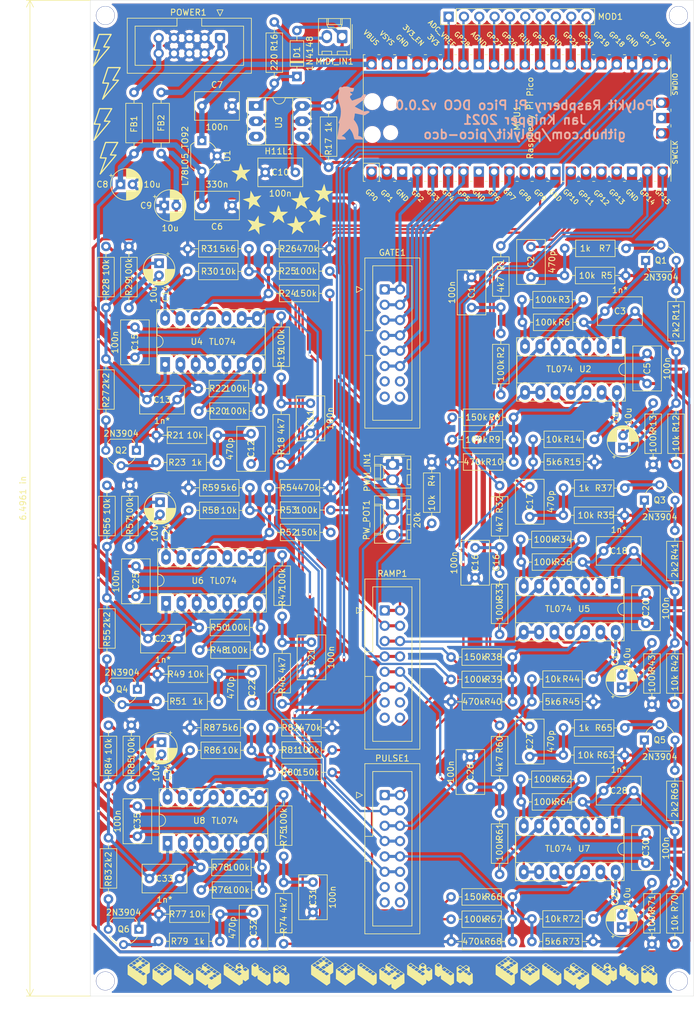
<source format=kicad_pcb>
(kicad_pcb (version 20171130) (host pcbnew 5.1.10-88a1d61d58~88~ubuntu20.10.1)
  (title_block (title "Polykit Raspberry Pico DCO") (date 2021-05-14) (rev v2.0.0) (company "Jan Knipper") (comment 1 github.com/polykit/pico-dco))
  (layers (0 F.Cu signal) (31 B.Cu signal) (34 B.Paste user) (35 F.Paste user) (36 B.SilkS user) (37 F.SilkS user) (38 B.Mask user) (39 F.Mask user) (44 Edge.Cuts user))
  (net 0 "")
  (net 1 GND)
  (net 2 "Net-(C1-Pad1)")
  (net 3 RESET0)
  (net 4 "Net-(C2-Pad1)")
  (net 5 "Net-(C3-Pad2)")
  (net 6 "Net-(C3-Pad1)")
  (net 7 "Net-(C4-Pad2)")
  (net 8 "Net-(MCU1-Pad43)")
  (net 9 "Net-(MCU1-Pad42)")
  (net 10 "Net-(MCU1-Pad41)")
  (net 11 GATE4)
  (net 12 RESET5)
  (net 13 RANGE_PWM5)
  (net 14 GATE5)
  (net 15 "Net-(MCU1-Pad26)")
  (net 16 "Net-(MCU1-Pad27)")
  (net 17 "Net-(MCU1-Pad28)")
  (net 18 "Net-(MCU1-Pad29)")
  (net 19 "Net-(MCU1-Pad30)")
  (net 20 "Net-(MCU1-Pad31)")
  (net 21 "Net-(MCU1-Pad32)")
  (net 22 "Net-(MCU1-Pad33)")
  (net 23 "Net-(MCU1-Pad34)")
  (net 24 "Net-(MCU1-Pad35)")
  (net 25 "Net-(MCU1-Pad37)")
  (net 26 "Net-(MCU1-Pad38)")
  (net 27 "Net-(MCU1-Pad39)")
  (net 28 +5V)
  (net 29 RANGE_PWM4)
  (net 30 RESET4)
  (net 31 "Net-(MCU1-Pad18)")
  (net 32 GATE3)
  (net 33 RANGE_PWM3)
  (net 34 RESET3)
  (net 35 GATE2)
  (net 36 "Net-(MCU1-Pad13)")
  (net 37 RANGE_PWM2)
  (net 38 RESET2)
  (net 39 GATE1)
  (net 40 RANGE_PWM1)
  (net 41 "Net-(MCU1-Pad8)")
  (net 42 RESET1)
  (net 43 GATE0)
  (net 44 RANGE_PWM0)
  (net 45 "Net-(MCU1-Pad3)")
  (net 46 "Net-(MCU1-Pad1)")
  (net 47 "Net-(Q1-Pad3)")
  (net 48 "Net-(Q1-Pad2)")
  (net 49 "Net-(R2-Pad1)")
  (net 50 "Net-(R3-Pad1)")
  (net 51 "Net-(R10-Pad1)")
  (net 52 PWM_IN)
  (net 53 "Net-(R12-Pad1)")
  (net 54 "Net-(R14-Pad2)")
  (net 55 PULSE_OUT0)
  (net 56 PW_POT)
  (net 57 +12V)
  (net 58 -12V)
  (net 59 "Net-(FB1-Pad1)")
  (net 60 "Net-(FB2-Pad1)")
  (net 61 +3V3)
  (net 62 "Net-(D1-Pad2)")
  (net 63 "Net-(D1-Pad1)")
  (net 64 RX)
  (net 65 "Net-(MIDI_IN1-Pad2)")
  (net 66 "Net-(U3-Pad3)")
  (net 67 "Net-(PW_POT1-Pad3)")
  (net 68 "Net-(PULSE1-Pad16)")
  (net 69 "Net-(PULSE1-Pad14)")
  (net 70 "Net-(PULSE1-Pad15)")
  (net 71 "Net-(PULSE1-Pad13)")
  (net 72 "Net-(RAMP1-Pad16)")
  (net 73 "Net-(RAMP1-Pad14)")
  (net 74 RAMP_OUT0)
  (net 75 "Net-(RAMP1-Pad15)")
  (net 76 "Net-(RAMP1-Pad13)")
  (net 77 "Net-(GATE1-Pad16)")
  (net 78 "Net-(GATE1-Pad14)")
  (net 79 "Net-(GATE1-Pad15)")
  (net 80 "Net-(GATE1-Pad13)")
  (net 81 "Net-(C11-Pad1)")
  (net 82 "Net-(C12-Pad1)")
  (net 83 "Net-(C13-Pad2)")
  (net 84 "Net-(C13-Pad1)")
  (net 85 "Net-(C14-Pad2)")
  (net 86 PULSE_OUT1)
  (net 87 "Net-(Q2-Pad3)")
  (net 88 "Net-(Q2-Pad2)")
  (net 89 "Net-(R19-Pad1)")
  (net 90 "Net-(R20-Pad1)")
  (net 91 "Net-(R24-Pad2)")
  (net 92 "Net-(R28-Pad1)")
  (net 93 "Net-(R30-Pad2)")
  (net 94 RAMP_OUT1)
  (net 95 "Net-(C16-Pad1)")
  (net 96 "Net-(C17-Pad1)")
  (net 97 "Net-(C18-Pad2)")
  (net 98 "Net-(C18-Pad1)")
  (net 99 "Net-(C19-Pad2)")
  (net 100 "Net-(C21-Pad1)")
  (net 101 "Net-(C22-Pad1)")
  (net 102 "Net-(C23-Pad2)")
  (net 103 "Net-(C23-Pad1)")
  (net 104 "Net-(C24-Pad2)")
  (net 105 "Net-(C26-Pad1)")
  (net 106 "Net-(C27-Pad1)")
  (net 107 "Net-(C28-Pad2)")
  (net 108 "Net-(C28-Pad1)")
  (net 109 "Net-(C29-Pad2)")
  (net 110 "Net-(C31-Pad1)")
  (net 111 "Net-(C32-Pad1)")
  (net 112 "Net-(C33-Pad2)")
  (net 113 "Net-(C33-Pad1)")
  (net 114 "Net-(C34-Pad2)")
  (net 115 PULSE_OUT5)
  (net 116 PULSE_OUT4)
  (net 117 PULSE_OUT3)
  (net 118 PULSE_OUT2)
  (net 119 "Net-(Q3-Pad3)")
  (net 120 "Net-(Q3-Pad2)")
  (net 121 "Net-(Q4-Pad3)")
  (net 122 "Net-(Q4-Pad2)")
  (net 123 "Net-(Q5-Pad3)")
  (net 124 "Net-(Q5-Pad2)")
  (net 125 "Net-(Q6-Pad3)")
  (net 126 "Net-(Q6-Pad2)")
  (net 127 "Net-(R33-Pad1)")
  (net 128 "Net-(R34-Pad1)")
  (net 129 "Net-(R38-Pad2)")
  (net 130 "Net-(R42-Pad1)")
  (net 131 "Net-(R44-Pad2)")
  (net 132 "Net-(R47-Pad1)")
  (net 133 "Net-(R48-Pad1)")
  (net 134 "Net-(R52-Pad2)")
  (net 135 "Net-(R56-Pad1)")
  (net 136 "Net-(R58-Pad2)")
  (net 137 "Net-(R61-Pad1)")
  (net 138 "Net-(R62-Pad1)")
  (net 139 "Net-(R66-Pad2)")
  (net 140 "Net-(R70-Pad1)")
  (net 141 "Net-(R72-Pad2)")
  (net 142 "Net-(R75-Pad1)")
  (net 143 "Net-(R76-Pad1)")
  (net 144 "Net-(R80-Pad2)")
  (net 145 "Net-(R84-Pad1)")
  (net 146 "Net-(R86-Pad2)")
  (net 147 RAMP_OUT5)
  (net 148 RAMP_OUT4)
  (net 149 RAMP_OUT3)
  (net 150 RAMP_OUT2)
  (module Polykit:star-silk-tiny (layer F.Cu) (at 75 48.5 4)
    (fp_text reference G*** hide)
    (fp_text value LOGO hide)
  )
  (module Polykit:star-silk-tiny (layer F.Cu) (at 76.9 53 12)
    (fp_text reference G*** hide)
    (fp_text value LOGO hide)
  )
  (module Polykit:star-silk-tiny (layer F.Cu) (at 77.5 57.1 345)
    (fp_text reference G*** hide)
    (fp_text value LOGO hide)
  )
  (module Polykit:star-silk-tiny (layer F.Cu) (at 81.2 55.4)
    (fp_text reference G*** hide)
    (fp_text value LOGO hide)
  )
  (module Polykit:star-silk-tiny (layer F.Cu) (at 84.9 53.1 4)
    (fp_text reference G*** hide)
    (fp_text value LOGO hide)
  )
  (module Polykit:star-silk-tiny (layer F.Cu) (at 84.2 57.2 7)
    (fp_text reference G*** hide)
    (fp_text value LOGO hide)
  )
  (module Polykit:star-silk-tiny (layer F.Cu) (at 87.6 55.6 340)
    (fp_text reference G*** hide)
    (fp_text value LOGO hide)
  )
  (module Polykit:star-silk-tiny (layer F.Cu) (at 88.7 51.9 357)
    (fp_text reference G*** hide)
    (fp_text value LOGO hide)
  )
  (module Polykit:blitz-silk-tiny (layer F.Cu) (at 53.1 46.2)
    (fp_text reference G*** hide)
    (fp_text value LOGO hide)
  )
  (module Polykit:blitz-silk-tiny (layer F.Cu) (at 52.1 40.6)
    (fp_text reference G*** hide)
    (fp_text value LOGO hide)
  )
  (module Polykit:blitz-silk-tiny (layer F.Cu) (at 53.5 33.8)
    (fp_text reference G*** hide)
    (fp_text value LOGO hide)
  )
  (module Polykit:blitz-silk-tiny (layer F.Cu) (at 52 28.3)
    (fp_text reference G*** hide)
    (fp_text value LOGO hide)
  )
  (module Polykit:bär-small (layer B.Cu) (at 93.5 38.7 180)
    (fp_text reference G*** hide)
    (fp_text value LOGO hide)
  )
  (module Connector_PinHeader_2.54mm:PinHeader_1x10_P2.54mm_Vertical (layer F.Cu) (at 109.4 22.7 90)
    (fp_text reference MOD1 (at 0 26.8) (layer F.SilkS))
    (fp_text value Conn_01x10 hide)
    (pad 10 thru_hole oval (at 0 22.86 90) (size 1.7 1.7) (drill 1) (layers *.Cu *.Mask) (net 15 "Net-(MCU1-Pad26)"))
    (pad 9 thru_hole oval (at 0 20.32 90) (size 1.7 1.7) (drill 1) (layers *.Cu *.Mask) (net 16 "Net-(MCU1-Pad27)"))
    (pad 8 thru_hole oval (at 0 17.78 90) (size 1.7 1.7) (drill 1) (layers *.Cu *.Mask) (net 17 "Net-(MCU1-Pad28)"))
    (pad 7 thru_hole oval (at 0 15.24 90) (size 1.7 1.7) (drill 1) (layers *.Cu *.Mask) (net 18 "Net-(MCU1-Pad29)"))
    (pad 6 thru_hole oval (at 0 12.7 90) (size 1.7 1.7) (drill 1) (layers *.Cu *.Mask) (net 19 "Net-(MCU1-Pad30)"))
    (pad 5 thru_hole oval (at 0 10.16 90) (size 1.7 1.7) (drill 1) (layers *.Cu *.Mask) (net 20 "Net-(MCU1-Pad31)"))
    (pad 4 thru_hole oval (at 0 7.62 90) (size 1.7 1.7) (drill 1) (layers *.Cu *.Mask) (net 21 "Net-(MCU1-Pad32)"))
    (pad 3 thru_hole oval (at 0 5.08 90) (size 1.7 1.7) (drill 1) (layers *.Cu *.Mask) (net 22 "Net-(MCU1-Pad33)"))
    (pad 2 thru_hole oval (at 0 2.54 90) (size 1.7 1.7) (drill 1) (layers *.Cu *.Mask) (net 23 "Net-(MCU1-Pad34)"))
    (pad 1 thru_hole rect (at 0 0 90) (size 1.7 1.7) (drill 1) (layers *.Cu *.Mask) (net 24 "Net-(MCU1-Pad35)"))
  )
  (module Polykit:logo-silk-2.5cm (layer F.Cu) (at 100 181.2)
    (fp_text reference G*** hide)
    (fp_text value LOGO hide)
  )
  (module Polykit:logo-silk-2.5cm (layer F.Cu) (at 130.6 181.2)
    (fp_text reference G*** hide)
    (fp_text value LOGO hide)
  )
  (module Polykit:logo-silk-2.5cm (layer F.Cu) (at 69.6 181.2)
    (fp_text reference G*** hide)
    (fp_text value LOGO hide)
  )
  (module Resistor_THT:R_Axial_DIN0207_L6.3mm_D2.5mm_P10.16mm_Horizontal (layer F.Cu) (at 106.6 96.5 270)
    (fp_text reference R4 (at 3.1 0 90) (layer F.SilkS))
    (fp_text value 10k (at 6.8 0 90) (layer F.SilkS))
    (pad 2 thru_hole oval (at 10.16 0 270) (size 1.6 1.6) (drill 0.8) (layers *.Cu *.Mask) (net 67 "Net-(PW_POT1-Pad3)"))
    (pad 1 thru_hole circle (at 0 0 270) (size 1.6 1.6) (drill 0.8) (layers *.Cu *.Mask) (net 1 GND))
  )
  (module Capacitor_THT:C_Rect_L7.2mm_W4.5mm_P5.00mm_FKS2_FKP2_MKS2_MKP2 (layer F.Cu) (at 113.8 110.7 270)
    (fp_text reference C16 (at 2.5 -3.5 90) (layer F.SilkS))
    (fp_text value 100n (at 2.5 3.5 90) (layer F.SilkS))
    (fp_text user %R (at 2.5 0 90) (layer F.SilkS))
    (pad 2 thru_hole circle (at 5 0 270) (size 1.6 1.6) (drill 0.8) (layers *.Cu *.Mask) (net 1 GND))
    (pad 1 thru_hole circle (at 0 0 270) (size 1.6 1.6) (drill 0.8) (layers *.Cu *.Mask) (net 95 "Net-(C16-Pad1)"))
  )
  (module Package_DIP:DIP-14_W7.62mm_Socket_LongPads (layer F.Cu) (at 62.81 159.68 90)
    (fp_text reference U8 (at 3.75 5.25 180) (layer F.SilkS))
    (fp_text value TL074 (at 3.750001 9.5 180) (layer F.SilkS))
    (pad 14 thru_hole oval (at 7.62 0 90) (size 2.4 1.6) (drill 0.8) (layers *.Cu *.Mask) (net 146 "Net-(R86-Pad2)"))
    (pad 7 thru_hole oval (at 0 15.24 90) (size 2.4 1.6) (drill 0.8) (layers *.Cu *.Mask) (net 143 "Net-(R76-Pad1)"))
    (pad 13 thru_hole oval (at 7.62 2.54 90) (size 2.4 1.6) (drill 0.8) (layers *.Cu *.Mask) (net 145 "Net-(R84-Pad1)"))
    (pad 6 thru_hole oval (at 0 12.7 90) (size 2.4 1.6) (drill 0.8) (layers *.Cu *.Mask) (net 142 "Net-(R75-Pad1)"))
    (pad 12 thru_hole oval (at 7.62 5.08 90) (size 2.4 1.6) (drill 0.8) (layers *.Cu *.Mask) (net 144 "Net-(R80-Pad2)"))
    (pad 5 thru_hole oval (at 0 10.16 90) (size 2.4 1.6) (drill 0.8) (layers *.Cu *.Mask) (net 1 GND))
    (pad 11 thru_hole oval (at 7.62 7.62 90) (size 2.4 1.6) (drill 0.8) (layers *.Cu *.Mask) (net 58 -12V))
    (pad 4 thru_hole oval (at 0 7.62 90) (size 2.4 1.6) (drill 0.8) (layers *.Cu *.Mask) (net 57 +12V))
    (pad 10 thru_hole oval (at 7.62 10.16 90) (size 2.4 1.6) (drill 0.8) (layers *.Cu *.Mask) (net 114 "Net-(C34-Pad2)"))
    (pad 3 thru_hole oval (at 0 5.08 90) (size 2.4 1.6) (drill 0.8) (layers *.Cu *.Mask) (net 1 GND))
    (pad 9 thru_hole oval (at 7.62 12.7 90) (size 2.4 1.6) (drill 0.8) (layers *.Cu *.Mask) (net 147 RAMP_OUT5))
    (pad 2 thru_hole oval (at 0 2.54 90) (size 2.4 1.6) (drill 0.8) (layers *.Cu *.Mask) (net 112 "Net-(C33-Pad2)"))
    (pad 8 thru_hole oval (at 7.62 15.24 90) (size 2.4 1.6) (drill 0.8) (layers *.Cu *.Mask) (net 147 RAMP_OUT5))
    (pad 1 thru_hole rect (at 0 0 90) (size 2.4 1.6) (drill 0.8) (layers *.Cu *.Mask) (net 113 "Net-(C33-Pad1)"))
  )
  (module Package_DIP:DIP-14_W7.62mm_Socket_LongPads (layer F.Cu) (at 137.1 156.82 270)
    (fp_text reference U7 (at 3.75 5.25 180) (layer F.SilkS))
    (fp_text value TL074 (at 3.750001 9.5 180) (layer F.SilkS))
    (pad 14 thru_hole oval (at 7.62 0 270) (size 2.4 1.6) (drill 0.8) (layers *.Cu *.Mask) (net 141 "Net-(R72-Pad2)"))
    (pad 7 thru_hole oval (at 0 15.24 270) (size 2.4 1.6) (drill 0.8) (layers *.Cu *.Mask) (net 138 "Net-(R62-Pad1)"))
    (pad 13 thru_hole oval (at 7.62 2.54 270) (size 2.4 1.6) (drill 0.8) (layers *.Cu *.Mask) (net 140 "Net-(R70-Pad1)"))
    (pad 6 thru_hole oval (at 0 12.7 270) (size 2.4 1.6) (drill 0.8) (layers *.Cu *.Mask) (net 137 "Net-(R61-Pad1)"))
    (pad 12 thru_hole oval (at 7.62 5.08 270) (size 2.4 1.6) (drill 0.8) (layers *.Cu *.Mask) (net 139 "Net-(R66-Pad2)"))
    (pad 5 thru_hole oval (at 0 10.16 270) (size 2.4 1.6) (drill 0.8) (layers *.Cu *.Mask) (net 1 GND))
    (pad 11 thru_hole oval (at 7.62 7.62 270) (size 2.4 1.6) (drill 0.8) (layers *.Cu *.Mask) (net 58 -12V))
    (pad 4 thru_hole oval (at 0 7.62 270) (size 2.4 1.6) (drill 0.8) (layers *.Cu *.Mask) (net 57 +12V))
    (pad 10 thru_hole oval (at 7.62 10.16 270) (size 2.4 1.6) (drill 0.8) (layers *.Cu *.Mask) (net 109 "Net-(C29-Pad2)"))
    (pad 3 thru_hole oval (at 0 5.08 270) (size 2.4 1.6) (drill 0.8) (layers *.Cu *.Mask) (net 1 GND))
    (pad 9 thru_hole oval (at 7.62 12.7 270) (size 2.4 1.6) (drill 0.8) (layers *.Cu *.Mask) (net 148 RAMP_OUT4))
    (pad 2 thru_hole oval (at 0 2.54 270) (size 2.4 1.6) (drill 0.8) (layers *.Cu *.Mask) (net 107 "Net-(C28-Pad2)"))
    (pad 8 thru_hole oval (at 7.62 15.24 270) (size 2.4 1.6) (drill 0.8) (layers *.Cu *.Mask) (net 148 RAMP_OUT4))
    (pad 1 thru_hole rect (at 0 0 270) (size 2.4 1.6) (drill 0.8) (layers *.Cu *.Mask) (net 108 "Net-(C28-Pad1)"))
  )
  (module Package_DIP:DIP-14_W7.62mm_Socket_LongPads (layer F.Cu) (at 62.56 119.92 90)
    (fp_text reference U6 (at 3.75 5.25 180) (layer F.SilkS))
    (fp_text value TL074 (at 3.75 9.5 180) (layer F.SilkS))
    (pad 14 thru_hole oval (at 7.62 0 90) (size 2.4 1.6) (drill 0.8) (layers *.Cu *.Mask) (net 136 "Net-(R58-Pad2)"))
    (pad 7 thru_hole oval (at 0 15.24 90) (size 2.4 1.6) (drill 0.8) (layers *.Cu *.Mask) (net 133 "Net-(R48-Pad1)"))
    (pad 13 thru_hole oval (at 7.62 2.54 90) (size 2.4 1.6) (drill 0.8) (layers *.Cu *.Mask) (net 135 "Net-(R56-Pad1)"))
    (pad 6 thru_hole oval (at 0 12.7 90) (size 2.4 1.6) (drill 0.8) (layers *.Cu *.Mask) (net 132 "Net-(R47-Pad1)"))
    (pad 12 thru_hole oval (at 7.62 5.08 90) (size 2.4 1.6) (drill 0.8) (layers *.Cu *.Mask) (net 134 "Net-(R52-Pad2)"))
    (pad 5 thru_hole oval (at 0 10.16 90) (size 2.4 1.6) (drill 0.8) (layers *.Cu *.Mask) (net 1 GND))
    (pad 11 thru_hole oval (at 7.62 7.62 90) (size 2.4 1.6) (drill 0.8) (layers *.Cu *.Mask) (net 58 -12V))
    (pad 4 thru_hole oval (at 0 7.62 90) (size 2.4 1.6) (drill 0.8) (layers *.Cu *.Mask) (net 57 +12V))
    (pad 10 thru_hole oval (at 7.62 10.16 90) (size 2.4 1.6) (drill 0.8) (layers *.Cu *.Mask) (net 104 "Net-(C24-Pad2)"))
    (pad 3 thru_hole oval (at 0 5.08 90) (size 2.4 1.6) (drill 0.8) (layers *.Cu *.Mask) (net 1 GND))
    (pad 9 thru_hole oval (at 7.62 12.7 90) (size 2.4 1.6) (drill 0.8) (layers *.Cu *.Mask) (net 149 RAMP_OUT3))
    (pad 2 thru_hole oval (at 0 2.54 90) (size 2.4 1.6) (drill 0.8) (layers *.Cu *.Mask) (net 102 "Net-(C23-Pad2)"))
    (pad 8 thru_hole oval (at 7.62 15.24 90) (size 2.4 1.6) (drill 0.8) (layers *.Cu *.Mask) (net 149 RAMP_OUT3))
    (pad 1 thru_hole rect (at 0 0 90) (size 2.4 1.6) (drill 0.8) (layers *.Cu *.Mask) (net 103 "Net-(C23-Pad1)"))
  )
  (module Package_DIP:DIP-14_W7.62mm_Socket_LongPads (layer F.Cu) (at 137.1 117.08 270)
    (fp_text reference U5 (at 3.75 5.25 180) (layer F.SilkS))
    (fp_text value TL074 (at 3.75 9.5 180) (layer F.SilkS))
    (pad 14 thru_hole oval (at 7.62 0 270) (size 2.4 1.6) (drill 0.8) (layers *.Cu *.Mask) (net 131 "Net-(R44-Pad2)"))
    (pad 7 thru_hole oval (at 0 15.24 270) (size 2.4 1.6) (drill 0.8) (layers *.Cu *.Mask) (net 128 "Net-(R34-Pad1)"))
    (pad 13 thru_hole oval (at 7.62 2.54 270) (size 2.4 1.6) (drill 0.8) (layers *.Cu *.Mask) (net 130 "Net-(R42-Pad1)"))
    (pad 6 thru_hole oval (at 0 12.7 270) (size 2.4 1.6) (drill 0.8) (layers *.Cu *.Mask) (net 127 "Net-(R33-Pad1)"))
    (pad 12 thru_hole oval (at 7.62 5.08 270) (size 2.4 1.6) (drill 0.8) (layers *.Cu *.Mask) (net 129 "Net-(R38-Pad2)"))
    (pad 5 thru_hole oval (at 0 10.16 270) (size 2.4 1.6) (drill 0.8) (layers *.Cu *.Mask) (net 1 GND))
    (pad 11 thru_hole oval (at 7.62 7.62 270) (size 2.4 1.6) (drill 0.8) (layers *.Cu *.Mask) (net 58 -12V))
    (pad 4 thru_hole oval (at 0 7.62 270) (size 2.4 1.6) (drill 0.8) (layers *.Cu *.Mask) (net 57 +12V))
    (pad 10 thru_hole oval (at 7.62 10.16 270) (size 2.4 1.6) (drill 0.8) (layers *.Cu *.Mask) (net 99 "Net-(C19-Pad2)"))
    (pad 3 thru_hole oval (at 0 5.08 270) (size 2.4 1.6) (drill 0.8) (layers *.Cu *.Mask) (net 1 GND))
    (pad 9 thru_hole oval (at 7.62 12.7 270) (size 2.4 1.6) (drill 0.8) (layers *.Cu *.Mask) (net 150 RAMP_OUT2))
    (pad 2 thru_hole oval (at 0 2.54 270) (size 2.4 1.6) (drill 0.8) (layers *.Cu *.Mask) (net 97 "Net-(C18-Pad2)"))
    (pad 8 thru_hole oval (at 7.62 15.24 270) (size 2.4 1.6) (drill 0.8) (layers *.Cu *.Mask) (net 150 RAMP_OUT2))
    (pad 1 thru_hole rect (at 0 0 270) (size 2.4 1.6) (drill 0.8) (layers *.Cu *.Mask) (net 98 "Net-(C18-Pad1)"))
  )
  (module Resistor_THT:R_Axial_DIN0207_L6.3mm_D2.5mm_P10.16mm_Horizontal (layer F.Cu) (at 76.71 140.53 180)
    (fp_text reference R87 (at 6.5 0) (layer F.SilkS))
    (fp_text value 5k6 (at 3.5 0) (layer F.SilkS))
    (pad 2 thru_hole oval (at 10.16 0 180) (size 1.6 1.6) (drill 0.8) (layers *.Cu *.Mask) (net 1 GND))
    (pad 1 thru_hole circle (at 0 0 180) (size 1.6 1.6) (drill 0.8) (layers *.Cu *.Mask) (net 115 PULSE_OUT5))
  )
  (module Resistor_THT:R_Axial_DIN0207_L6.3mm_D2.5mm_P10.16mm_Horizontal (layer F.Cu) (at 76.71 144.279999 180)
    (fp_text reference R86 (at 6.5 0) (layer F.SilkS))
    (fp_text value 10k (at 3.5 0) (layer F.SilkS))
    (pad 2 thru_hole oval (at 10.16 0 180) (size 1.6 1.6) (drill 0.8) (layers *.Cu *.Mask) (net 146 "Net-(R86-Pad2)"))
    (pad 1 thru_hole circle (at 0 0 180) (size 1.6 1.6) (drill 0.8) (layers *.Cu *.Mask) (net 115 PULSE_OUT5))
  )
  (module Resistor_THT:R_Axial_DIN0207_L6.3mm_D2.5mm_P10.16mm_Horizontal (layer F.Cu) (at 56.81 140.13 270)
    (fp_text reference R85 (at 6.75 0 270) (layer F.SilkS))
    (fp_text value 100k (at 3.75 0 270) (layer F.SilkS))
    (pad 2 thru_hole oval (at 10.16 0 270) (size 1.6 1.6) (drill 0.8) (layers *.Cu *.Mask) (net 114 "Net-(C34-Pad2)"))
    (pad 1 thru_hole circle (at 0 0 270) (size 1.6 1.6) (drill 0.8) (layers *.Cu *.Mask) (net 1 GND))
  )
  (module Resistor_THT:R_Axial_DIN0207_L6.3mm_D2.5mm_P10.16mm_Horizontal (layer F.Cu) (at 53.01 140.13 270)
    (fp_text reference R84 (at 6.75 0 270) (layer F.SilkS))
    (fp_text value 10k (at 3.5 0 270) (layer F.SilkS))
    (pad 2 thru_hole oval (at 10.16 0 270) (size 1.6 1.6) (drill 0.8) (layers *.Cu *.Mask) (net 113 "Net-(C33-Pad1)"))
    (pad 1 thru_hole circle (at 0 0 270) (size 1.6 1.6) (drill 0.8) (layers *.Cu *.Mask) (net 145 "Net-(R84-Pad1)"))
  )
  (module Resistor_THT:R_Axial_DIN0207_L6.3mm_D2.5mm_P10.16mm_Horizontal (layer F.Cu) (at 53.01 168.93 90)
    (fp_text reference R83 (at 3.5 0 270) (layer F.SilkS))
    (fp_text value 2k2 (at 6.5 0 270) (layer F.SilkS))
    (pad 2 thru_hole oval (at 10.16 0 90) (size 1.6 1.6) (drill 0.8) (layers *.Cu *.Mask) (net 113 "Net-(C33-Pad1)"))
    (pad 1 thru_hole circle (at 0 0 90) (size 1.6 1.6) (drill 0.8) (layers *.Cu *.Mask) (net 125 "Net-(Q6-Pad3)"))
  )
  (module Resistor_THT:R_Axial_DIN0207_L6.3mm_D2.5mm_P10.16mm_Horizontal (layer F.Cu) (at 79.91 140.53)
    (fp_text reference R82 (at 3.25 0) (layer F.SilkS))
    (fp_text value 470k (at 6.5 0) (layer F.SilkS))
    (pad 2 thru_hole oval (at 10.16 0) (size 1.6 1.6) (drill 0.8) (layers *.Cu *.Mask) (net 1 GND))
    (pad 1 thru_hole circle (at 0 0) (size 1.6 1.6) (drill 0.8) (layers *.Cu *.Mask) (net 144 "Net-(R80-Pad2)"))
  )
  (module Resistor_THT:R_Axial_DIN0207_L6.3mm_D2.5mm_P10.16mm_Horizontal (layer F.Cu) (at 90.11 144.229999 180)
    (fp_text reference R81 (at 7 0) (layer F.SilkS))
    (fp_text value 100k (at 4 0) (layer F.SilkS))
    (pad 2 thru_hole oval (at 10.16 0 180) (size 1.6 1.6) (drill 0.8) (layers *.Cu *.Mask) (net 144 "Net-(R80-Pad2)"))
    (pad 1 thru_hole circle (at 0 0 180) (size 1.6 1.6) (drill 0.8) (layers *.Cu *.Mask) (net 56 PW_POT))
  )
  (module Resistor_THT:R_Axial_DIN0207_L6.3mm_D2.5mm_P10.16mm_Horizontal (layer F.Cu) (at 90.11 147.929999 180)
    (fp_text reference R80 (at 7 0) (layer F.SilkS))
    (fp_text value 150k (at 4 0) (layer F.SilkS))
    (pad 2 thru_hole oval (at 10.16 0 180) (size 1.6 1.6) (drill 0.8) (layers *.Cu *.Mask) (net 144 "Net-(R80-Pad2)"))
    (pad 1 thru_hole circle (at 0 0 180) (size 1.6 1.6) (drill 0.8) (layers *.Cu *.Mask) (net 52 PWM_IN))
  )
  (module Resistor_THT:R_Axial_DIN0207_L6.3mm_D2.5mm_P10.16mm_Horizontal (layer F.Cu) (at 61.31 175.93)
    (fp_text reference R79 (at 3.5 0) (layer F.SilkS))
    (fp_text value 1k (at 6.75 0) (layer F.SilkS))
    (pad 2 thru_hole oval (at 10.16 0) (size 1.6 1.6) (drill 0.8) (layers *.Cu *.Mask) (net 111 "Net-(C32-Pad1)"))
    (pad 1 thru_hole circle (at 0 0) (size 1.6 1.6) (drill 0.8) (layers *.Cu *.Mask) (net 126 "Net-(Q6-Pad2)"))
  )
  (module Resistor_THT:R_Axial_DIN0207_L6.3mm_D2.5mm_P10.16mm_Horizontal (layer F.Cu) (at 68.31 163.68)
    (fp_text reference R78 (at 3.25 0) (layer F.SilkS))
    (fp_text value 100k (at 6.25 -0.000001) (layer F.SilkS))
    (pad 2 thru_hole oval (at 10.16 0) (size 1.6 1.6) (drill 0.8) (layers *.Cu *.Mask) (net 143 "Net-(R76-Pad1)"))
    (pad 1 thru_hole circle (at 0 0) (size 1.6 1.6) (drill 0.8) (layers *.Cu *.Mask) (net 112 "Net-(C33-Pad2)"))
  )
  (module Resistor_THT:R_Axial_DIN0207_L6.3mm_D2.5mm_P10.16mm_Horizontal (layer F.Cu) (at 71.51 171.43 180)
    (fp_text reference R77 (at 7 0) (layer F.SilkS))
    (fp_text value 10k (at 3.75 0) (layer F.SilkS))
    (pad 2 thru_hole oval (at 10.16 0 180) (size 1.6 1.6) (drill 0.8) (layers *.Cu *.Mask) (net 1 GND))
    (pad 1 thru_hole circle (at 0 0 180) (size 1.6 1.6) (drill 0.8) (layers *.Cu *.Mask) (net 111 "Net-(C32-Pad1)"))
  )
  (module Resistor_THT:R_Axial_DIN0207_L6.3mm_D2.5mm_P10.16mm_Horizontal (layer F.Cu) (at 78.56 167.429999 180)
    (fp_text reference R76 (at 7 -0.000001) (layer F.SilkS))
    (fp_text value 100k (at 4 -0.000001) (layer F.SilkS))
    (pad 2 thru_hole oval (at 10.16 0 180) (size 1.6 1.6) (drill 0.8) (layers *.Cu *.Mask) (net 142 "Net-(R75-Pad1)"))
    (pad 1 thru_hole circle (at 0 0 180) (size 1.6 1.6) (drill 0.8) (layers *.Cu *.Mask) (net 143 "Net-(R76-Pad1)"))
  )
  (module Resistor_THT:R_Axial_DIN0207_L6.3mm_D2.5mm_P10.16mm_Horizontal (layer F.Cu) (at 82.06 151.679999 270)
    (fp_text reference R75 (at 7 0 270) (layer F.SilkS))
    (fp_text value 100k (at 4 0 270) (layer F.SilkS))
    (pad 2 thru_hole oval (at 10.16 0 270) (size 1.6 1.6) (drill 0.8) (layers *.Cu *.Mask) (net 110 "Net-(C31-Pad1)"))
    (pad 1 thru_hole circle (at 0 0 270) (size 1.6 1.6) (drill 0.8) (layers *.Cu *.Mask) (net 142 "Net-(R75-Pad1)"))
  )
  (module Resistor_THT:R_Axial_DIN0207_L6.3mm_D2.5mm_P10.16mm_Horizontal (layer F.Cu) (at 82.06 166.179999 270)
    (fp_text reference R74 (at 7 0 270) (layer F.SilkS))
    (fp_text value 4k7 (at 3.75 0 270) (layer F.SilkS))
    (pad 2 thru_hole oval (at 10.16 0 270) (size 1.6 1.6) (drill 0.8) (layers *.Cu *.Mask) (net 13 RANGE_PWM5))
    (pad 1 thru_hole circle (at 0 0 270) (size 1.6 1.6) (drill 0.8) (layers *.Cu *.Mask) (net 110 "Net-(C31-Pad1)"))
  )
  (module Resistor_THT:R_Axial_DIN0207_L6.3mm_D2.5mm_P10.16mm_Horizontal (layer F.Cu) (at 123.2 175.97)
    (fp_text reference R73 (at 6.5 0) (layer F.SilkS))
    (fp_text value 5k6 (at 3.5 0) (layer F.SilkS))
    (pad 2 thru_hole oval (at 10.16 0) (size 1.6 1.6) (drill 0.8) (layers *.Cu *.Mask) (net 1 GND))
    (pad 1 thru_hole circle (at 0 0) (size 1.6 1.6) (drill 0.8) (layers *.Cu *.Mask) (net 116 PULSE_OUT4))
  )
  (module Resistor_THT:R_Axial_DIN0207_L6.3mm_D2.5mm_P10.16mm_Horizontal (layer F.Cu) (at 123.2 172.220001)
    (fp_text reference R72 (at 6.5 0) (layer F.SilkS))
    (fp_text value 10k (at 3.5 0) (layer F.SilkS))
    (pad 2 thru_hole oval (at 10.16 0) (size 1.6 1.6) (drill 0.8) (layers *.Cu *.Mask) (net 141 "Net-(R72-Pad2)"))
    (pad 1 thru_hole circle (at 0 0) (size 1.6 1.6) (drill 0.8) (layers *.Cu *.Mask) (net 116 PULSE_OUT4))
  )
  (module Resistor_THT:R_Axial_DIN0207_L6.3mm_D2.5mm_P10.16mm_Horizontal (layer F.Cu) (at 143.1 176.37 90)
    (fp_text reference R71 (at 6.75 0 270) (layer F.SilkS))
    (fp_text value 100k (at 3.75 0 270) (layer F.SilkS))
    (pad 2 thru_hole oval (at 10.16 0 90) (size 1.6 1.6) (drill 0.8) (layers *.Cu *.Mask) (net 109 "Net-(C29-Pad2)"))
    (pad 1 thru_hole circle (at 0 0 90) (size 1.6 1.6) (drill 0.8) (layers *.Cu *.Mask) (net 1 GND))
  )
  (module Resistor_THT:R_Axial_DIN0207_L6.3mm_D2.5mm_P10.16mm_Horizontal (layer F.Cu) (at 146.9 176.37 90)
    (fp_text reference R70 (at 6.75 0 270) (layer F.SilkS))
    (fp_text value 10k (at 3.5 0 270) (layer F.SilkS))
    (pad 2 thru_hole oval (at 10.16 0 90) (size 1.6 1.6) (drill 0.8) (layers *.Cu *.Mask) (net 108 "Net-(C28-Pad1)"))
    (pad 1 thru_hole circle (at 0 0 90) (size 1.6 1.6) (drill 0.8) (layers *.Cu *.Mask) (net 140 "Net-(R70-Pad1)"))
  )
  (module Resistor_THT:R_Axial_DIN0207_L6.3mm_D2.5mm_P10.16mm_Horizontal (layer F.Cu) (at 146.9 147.57 270)
    (fp_text reference R69 (at 3.5 0 270) (layer F.SilkS))
    (fp_text value 2k2 (at 6.5 0 270) (layer F.SilkS))
    (pad 2 thru_hole oval (at 10.16 0 270) (size 1.6 1.6) (drill 0.8) (layers *.Cu *.Mask) (net 108 "Net-(C28-Pad1)"))
    (pad 1 thru_hole circle (at 0 0 270) (size 1.6 1.6) (drill 0.8) (layers *.Cu *.Mask) (net 123 "Net-(Q5-Pad3)"))
  )
  (module Resistor_THT:R_Axial_DIN0207_L6.3mm_D2.5mm_P10.16mm_Horizontal (layer F.Cu) (at 120 175.97 180)
    (fp_text reference R68 (at 3.25 0) (layer F.SilkS))
    (fp_text value 470k (at 6.5 0) (layer F.SilkS))
    (pad 2 thru_hole oval (at 10.16 0 180) (size 1.6 1.6) (drill 0.8) (layers *.Cu *.Mask) (net 1 GND))
    (pad 1 thru_hole circle (at 0 0 180) (size 1.6 1.6) (drill 0.8) (layers *.Cu *.Mask) (net 139 "Net-(R66-Pad2)"))
  )
  (module Resistor_THT:R_Axial_DIN0207_L6.3mm_D2.5mm_P10.16mm_Horizontal (layer F.Cu) (at 109.8 172.270001)
    (fp_text reference R67 (at 7 0) (layer F.SilkS))
    (fp_text value 100k (at 4 0) (layer F.SilkS))
    (pad 2 thru_hole oval (at 10.16 0) (size 1.6 1.6) (drill 0.8) (layers *.Cu *.Mask) (net 139 "Net-(R66-Pad2)"))
    (pad 1 thru_hole circle (at 0 0) (size 1.6 1.6) (drill 0.8) (layers *.Cu *.Mask) (net 56 PW_POT))
  )
  (module Resistor_THT:R_Axial_DIN0207_L6.3mm_D2.5mm_P10.16mm_Horizontal (layer F.Cu) (at 109.8 168.570001)
    (fp_text reference R66 (at 7 0) (layer F.SilkS))
    (fp_text value 150k (at 4 0) (layer F.SilkS))
    (pad 2 thru_hole oval (at 10.16 0) (size 1.6 1.6) (drill 0.8) (layers *.Cu *.Mask) (net 139 "Net-(R66-Pad2)"))
    (pad 1 thru_hole circle (at 0 0) (size 1.6 1.6) (drill 0.8) (layers *.Cu *.Mask) (net 52 PWM_IN))
  )
  (module Resistor_THT:R_Axial_DIN0207_L6.3mm_D2.5mm_P10.16mm_Horizontal (layer F.Cu) (at 138.6 140.57 180)
    (fp_text reference R65 (at 3.5 0) (layer F.SilkS))
    (fp_text value 1k (at 6.75 0) (layer F.SilkS))
    (pad 2 thru_hole oval (at 10.16 0 180) (size 1.6 1.6) (drill 0.8) (layers *.Cu *.Mask) (net 106 "Net-(C27-Pad1)"))
    (pad 1 thru_hole circle (at 0 0 180) (size 1.6 1.6) (drill 0.8) (layers *.Cu *.Mask) (net 124 "Net-(Q5-Pad2)"))
  )
  (module Resistor_THT:R_Axial_DIN0207_L6.3mm_D2.5mm_P10.16mm_Horizontal (layer F.Cu) (at 131.6 152.82 180)
    (fp_text reference R64 (at 3.25 0) (layer F.SilkS))
    (fp_text value 100k (at 6.25 -0.000001) (layer F.SilkS))
    (pad 2 thru_hole oval (at 10.16 0 180) (size 1.6 1.6) (drill 0.8) (layers *.Cu *.Mask) (net 138 "Net-(R62-Pad1)"))
    (pad 1 thru_hole circle (at 0 0 180) (size 1.6 1.6) (drill 0.8) (layers *.Cu *.Mask) (net 107 "Net-(C28-Pad2)"))
  )
  (module Resistor_THT:R_Axial_DIN0207_L6.3mm_D2.5mm_P10.16mm_Horizontal (layer F.Cu) (at 128.4 145.07)
    (fp_text reference R63 (at 7 0) (layer F.SilkS))
    (fp_text value 10k (at 3.75 0) (layer F.SilkS))
    (pad 2 thru_hole oval (at 10.16 0) (size 1.6 1.6) (drill 0.8) (layers *.Cu *.Mask) (net 1 GND))
    (pad 1 thru_hole circle (at 0 0) (size 1.6 1.6) (drill 0.8) (layers *.Cu *.Mask) (net 106 "Net-(C27-Pad1)"))
  )
  (module Resistor_THT:R_Axial_DIN0207_L6.3mm_D2.5mm_P10.16mm_Horizontal (layer F.Cu) (at 121.35 149.070001)
    (fp_text reference R62 (at 7 -0.000001) (layer F.SilkS))
    (fp_text value 100k (at 4 -0.000001) (layer F.SilkS))
    (pad 2 thru_hole oval (at 10.16 0) (size 1.6 1.6) (drill 0.8) (layers *.Cu *.Mask) (net 137 "Net-(R61-Pad1)"))
    (pad 1 thru_hole circle (at 0 0) (size 1.6 1.6) (drill 0.8) (layers *.Cu *.Mask) (net 138 "Net-(R62-Pad1)"))
  )
  (module Resistor_THT:R_Axial_DIN0207_L6.3mm_D2.5mm_P10.16mm_Horizontal (layer F.Cu) (at 117.85 164.820001 90)
    (fp_text reference R61 (at 7 0 270) (layer F.SilkS))
    (fp_text value 100k (at 4 0 270) (layer F.SilkS))
    (pad 2 thru_hole oval (at 10.16 0 90) (size 1.6 1.6) (drill 0.8) (layers *.Cu *.Mask) (net 105 "Net-(C26-Pad1)"))
    (pad 1 thru_hole circle (at 0 0 90) (size 1.6 1.6) (drill 0.8) (layers *.Cu *.Mask) (net 137 "Net-(R61-Pad1)"))
  )
  (module Resistor_THT:R_Axial_DIN0207_L6.3mm_D2.5mm_P10.16mm_Horizontal (layer F.Cu) (at 117.85 150.320001 90)
    (fp_text reference R60 (at 7 0 270) (layer F.SilkS))
    (fp_text value 4k7 (at 3.75 0 270) (layer F.SilkS))
    (pad 2 thru_hole oval (at 10.16 0 90) (size 1.6 1.6) (drill 0.8) (layers *.Cu *.Mask) (net 29 RANGE_PWM4))
    (pad 1 thru_hole circle (at 0 0 90) (size 1.6 1.6) (drill 0.8) (layers *.Cu *.Mask) (net 105 "Net-(C26-Pad1)"))
  )
  (module Resistor_THT:R_Axial_DIN0207_L6.3mm_D2.5mm_P10.16mm_Horizontal (layer F.Cu) (at 76.46 100.77 180)
    (fp_text reference R59 (at 6.5 0) (layer F.SilkS))
    (fp_text value 5k6 (at 3.5 0) (layer F.SilkS))
    (pad 2 thru_hole oval (at 10.16 0 180) (size 1.6 1.6) (drill 0.8) (layers *.Cu *.Mask) (net 1 GND))
    (pad 1 thru_hole circle (at 0 0 180) (size 1.6 1.6) (drill 0.8) (layers *.Cu *.Mask) (net 117 PULSE_OUT3))
  )
  (module Resistor_THT:R_Axial_DIN0207_L6.3mm_D2.5mm_P10.16mm_Horizontal (layer F.Cu) (at 76.46 104.52 180)
    (fp_text reference R58 (at 6.5 0) (layer F.SilkS))
    (fp_text value 10k (at 3.5 0) (layer F.SilkS))
    (pad 2 thru_hole oval (at 10.16 0 180) (size 1.6 1.6) (drill 0.8) (layers *.Cu *.Mask) (net 136 "Net-(R58-Pad2)"))
    (pad 1 thru_hole circle (at 0 0 180) (size 1.6 1.6) (drill 0.8) (layers *.Cu *.Mask) (net 117 PULSE_OUT3))
  )
  (module Resistor_THT:R_Axial_DIN0207_L6.3mm_D2.5mm_P10.16mm_Horizontal (layer F.Cu) (at 56.56 100.37 270)
    (fp_text reference R57 (at 6.75 0 270) (layer F.SilkS))
    (fp_text value 100k (at 3.75 0 270) (layer F.SilkS))
    (pad 2 thru_hole oval (at 10.16 0 270) (size 1.6 1.6) (drill 0.8) (layers *.Cu *.Mask) (net 104 "Net-(C24-Pad2)"))
    (pad 1 thru_hole circle (at 0 0 270) (size 1.6 1.6) (drill 0.8) (layers *.Cu *.Mask) (net 1 GND))
  )
  (module Resistor_THT:R_Axial_DIN0207_L6.3mm_D2.5mm_P10.16mm_Horizontal (layer F.Cu) (at 52.76 100.37 270)
    (fp_text reference R56 (at 6.75 0 270) (layer F.SilkS))
    (fp_text value 10k (at 3.5 0 270) (layer F.SilkS))
    (pad 2 thru_hole oval (at 10.16 0 270) (size 1.6 1.6) (drill 0.8) (layers *.Cu *.Mask) (net 103 "Net-(C23-Pad1)"))
    (pad 1 thru_hole circle (at 0 0 270) (size 1.6 1.6) (drill 0.8) (layers *.Cu *.Mask) (net 135 "Net-(R56-Pad1)"))
  )
  (module Resistor_THT:R_Axial_DIN0207_L6.3mm_D2.5mm_P10.16mm_Horizontal (layer F.Cu) (at 52.76 129.17 90)
    (fp_text reference R55 (at 3.5 0 270) (layer F.SilkS))
    (fp_text value 2k2 (at 6.5 0 270) (layer F.SilkS))
    (pad 2 thru_hole oval (at 10.16 0 90) (size 1.6 1.6) (drill 0.8) (layers *.Cu *.Mask) (net 103 "Net-(C23-Pad1)"))
    (pad 1 thru_hole circle (at 0 0 90) (size 1.6 1.6) (drill 0.8) (layers *.Cu *.Mask) (net 121 "Net-(Q4-Pad3)"))
  )
  (module Resistor_THT:R_Axial_DIN0207_L6.3mm_D2.5mm_P10.16mm_Horizontal (layer F.Cu) (at 79.66 100.77)
    (fp_text reference R54 (at 3.25 0) (layer F.SilkS))
    (fp_text value 470k (at 6.5 0) (layer F.SilkS))
    (pad 2 thru_hole oval (at 10.16 0) (size 1.6 1.6) (drill 0.8) (layers *.Cu *.Mask) (net 1 GND))
    (pad 1 thru_hole circle (at 0 0) (size 1.6 1.6) (drill 0.8) (layers *.Cu *.Mask) (net 134 "Net-(R52-Pad2)"))
  )
  (module Resistor_THT:R_Axial_DIN0207_L6.3mm_D2.5mm_P10.16mm_Horizontal (layer F.Cu) (at 89.86 104.47 180)
    (fp_text reference R53 (at 7 0) (layer F.SilkS))
    (fp_text value 100k (at 4 0) (layer F.SilkS))
    (pad 2 thru_hole oval (at 10.16 0 180) (size 1.6 1.6) (drill 0.8) (layers *.Cu *.Mask) (net 134 "Net-(R52-Pad2)"))
    (pad 1 thru_hole circle (at 0 0 180) (size 1.6 1.6) (drill 0.8) (layers *.Cu *.Mask) (net 56 PW_POT))
  )
  (module Resistor_THT:R_Axial_DIN0207_L6.3mm_D2.5mm_P10.16mm_Horizontal (layer F.Cu) (at 89.86 108.17 180)
    (fp_text reference R52 (at 7 0) (layer F.SilkS))
    (fp_text value 150k (at 4 0) (layer F.SilkS))
    (pad 2 thru_hole oval (at 10.16 0 180) (size 1.6 1.6) (drill 0.8) (layers *.Cu *.Mask) (net 134 "Net-(R52-Pad2)"))
    (pad 1 thru_hole circle (at 0 0 180) (size 1.6 1.6) (drill 0.8) (layers *.Cu *.Mask) (net 52 PWM_IN))
  )
  (module Resistor_THT:R_Axial_DIN0207_L6.3mm_D2.5mm_P10.16mm_Horizontal (layer F.Cu) (at 61.06 136.17)
    (fp_text reference R51 (at 3.5 0) (layer F.SilkS))
    (fp_text value 1k (at 6.75 0) (layer F.SilkS))
    (pad 2 thru_hole oval (at 10.16 0) (size 1.6 1.6) (drill 0.8) (layers *.Cu *.Mask) (net 101 "Net-(C22-Pad1)"))
    (pad 1 thru_hole circle (at 0 0) (size 1.6 1.6) (drill 0.8) (layers *.Cu *.Mask) (net 122 "Net-(Q4-Pad2)"))
  )
  (module Resistor_THT:R_Axial_DIN0207_L6.3mm_D2.5mm_P10.16mm_Horizontal (layer F.Cu) (at 68.06 123.92)
    (fp_text reference R50 (at 3.25 0) (layer F.SilkS))
    (fp_text value 100k (at 6.25 0) (layer F.SilkS))
    (pad 2 thru_hole oval (at 10.16 0) (size 1.6 1.6) (drill 0.8) (layers *.Cu *.Mask) (net 133 "Net-(R48-Pad1)"))
    (pad 1 thru_hole circle (at 0 0) (size 1.6 1.6) (drill 0.8) (layers *.Cu *.Mask) (net 102 "Net-(C23-Pad2)"))
  )
  (module Resistor_THT:R_Axial_DIN0207_L6.3mm_D2.5mm_P10.16mm_Horizontal (layer F.Cu) (at 71.26 131.67 180)
    (fp_text reference R49 (at 7 0) (layer F.SilkS))
    (fp_text value 10k (at 3.75 0) (layer F.SilkS))
    (pad 2 thru_hole oval (at 10.16 0 180) (size 1.6 1.6) (drill 0.8) (layers *.Cu *.Mask) (net 1 GND))
    (pad 1 thru_hole circle (at 0 0 180) (size 1.6 1.6) (drill 0.8) (layers *.Cu *.Mask) (net 101 "Net-(C22-Pad1)"))
  )
  (module Resistor_THT:R_Axial_DIN0207_L6.3mm_D2.5mm_P10.16mm_Horizontal (layer F.Cu) (at 78.31 127.67 180)
    (fp_text reference R48 (at 7 0) (layer F.SilkS))
    (fp_text value 100k (at 4 0) (layer F.SilkS))
    (pad 2 thru_hole oval (at 10.16 0 180) (size 1.6 1.6) (drill 0.8) (layers *.Cu *.Mask) (net 132 "Net-(R47-Pad1)"))
    (pad 1 thru_hole circle (at 0 0 180) (size 1.6 1.6) (drill 0.8) (layers *.Cu *.Mask) (net 133 "Net-(R48-Pad1)"))
  )
  (module Resistor_THT:R_Axial_DIN0207_L6.3mm_D2.5mm_P10.16mm_Horizontal (layer F.Cu) (at 81.81 111.92 270)
    (fp_text reference R47 (at 7 0 270) (layer F.SilkS))
    (fp_text value 100k (at 4 0 270) (layer F.SilkS))
    (pad 2 thru_hole oval (at 10.16 0 270) (size 1.6 1.6) (drill 0.8) (layers *.Cu *.Mask) (net 100 "Net-(C21-Pad1)"))
    (pad 1 thru_hole circle (at 0 0 270) (size 1.6 1.6) (drill 0.8) (layers *.Cu *.Mask) (net 132 "Net-(R47-Pad1)"))
  )
  (module Resistor_THT:R_Axial_DIN0207_L6.3mm_D2.5mm_P10.16mm_Horizontal (layer F.Cu) (at 81.81 126.42 270)
    (fp_text reference R46 (at 7 0 270) (layer F.SilkS))
    (fp_text value 4k7 (at 3.75 0 270) (layer F.SilkS))
    (pad 2 thru_hole oval (at 10.16 0 270) (size 1.6 1.6) (drill 0.8) (layers *.Cu *.Mask) (net 33 RANGE_PWM3))
    (pad 1 thru_hole circle (at 0 0 270) (size 1.6 1.6) (drill 0.8) (layers *.Cu *.Mask) (net 100 "Net-(C21-Pad1)"))
  )
  (module Resistor_THT:R_Axial_DIN0207_L6.3mm_D2.5mm_P10.16mm_Horizontal (layer F.Cu) (at 123.2 136.23)
    (fp_text reference R45 (at 6.5 0) (layer F.SilkS))
    (fp_text value 5k6 (at 3.5 0) (layer F.SilkS))
    (pad 2 thru_hole oval (at 10.16 0) (size 1.6 1.6) (drill 0.8) (layers *.Cu *.Mask) (net 1 GND))
    (pad 1 thru_hole circle (at 0 0) (size 1.6 1.6) (drill 0.8) (layers *.Cu *.Mask) (net 118 PULSE_OUT2))
  )
  (module Resistor_THT:R_Axial_DIN0207_L6.3mm_D2.5mm_P10.16mm_Horizontal (layer F.Cu) (at 123.2 132.48)
    (fp_text reference R44 (at 6.5 0) (layer F.SilkS))
    (fp_text value 10k (at 3.5 0) (layer F.SilkS))
    (pad 2 thru_hole oval (at 10.16 0) (size 1.6 1.6) (drill 0.8) (layers *.Cu *.Mask) (net 131 "Net-(R44-Pad2)"))
    (pad 1 thru_hole circle (at 0 0) (size 1.6 1.6) (drill 0.8) (layers *.Cu *.Mask) (net 118 PULSE_OUT2))
  )
  (module Resistor_THT:R_Axial_DIN0207_L6.3mm_D2.5mm_P10.16mm_Horizontal (layer F.Cu) (at 143.1 136.63 90)
    (fp_text reference R43 (at 6.75 0 270) (layer F.SilkS))
    (fp_text value 100k (at 3.75 0 270) (layer F.SilkS))
    (pad 2 thru_hole oval (at 10.16 0 90) (size 1.6 1.6) (drill 0.8) (layers *.Cu *.Mask) (net 99 "Net-(C19-Pad2)"))
    (pad 1 thru_hole circle (at 0 0 90) (size 1.6 1.6) (drill 0.8) (layers *.Cu *.Mask) (net 1 GND))
  )
  (module Resistor_THT:R_Axial_DIN0207_L6.3mm_D2.5mm_P10.16mm_Horizontal (layer F.Cu) (at 146.9 136.63 90)
    (fp_text reference R42 (at 6.75 0 270) (layer F.SilkS))
    (fp_text value 10k (at 3.5 0 270) (layer F.SilkS))
    (pad 2 thru_hole oval (at 10.16 0 90) (size 1.6 1.6) (drill 0.8) (layers *.Cu *.Mask) (net 98 "Net-(C18-Pad1)"))
    (pad 1 thru_hole circle (at 0 0 90) (size 1.6 1.6) (drill 0.8) (layers *.Cu *.Mask) (net 130 "Net-(R42-Pad1)"))
  )
  (module Resistor_THT:R_Axial_DIN0207_L6.3mm_D2.5mm_P10.16mm_Horizontal (layer F.Cu) (at 146.9 107.83 270)
    (fp_text reference R41 (at 3.5 0 270) (layer F.SilkS))
    (fp_text value 2k2 (at 6.5 0 270) (layer F.SilkS))
    (pad 2 thru_hole oval (at 10.16 0 270) (size 1.6 1.6) (drill 0.8) (layers *.Cu *.Mask) (net 98 "Net-(C18-Pad1)"))
    (pad 1 thru_hole circle (at 0 0 270) (size 1.6 1.6) (drill 0.8) (layers *.Cu *.Mask) (net 119 "Net-(Q3-Pad3)"))
  )
  (module Resistor_THT:R_Axial_DIN0207_L6.3mm_D2.5mm_P10.16mm_Horizontal (layer F.Cu) (at 120 136.23 180)
    (fp_text reference R40 (at 3.25 0) (layer F.SilkS))
    (fp_text value 470k (at 6.5 0) (layer F.SilkS))
    (pad 2 thru_hole oval (at 10.16 0 180) (size 1.6 1.6) (drill 0.8) (layers *.Cu *.Mask) (net 1 GND))
    (pad 1 thru_hole circle (at 0 0 180) (size 1.6 1.6) (drill 0.8) (layers *.Cu *.Mask) (net 129 "Net-(R38-Pad2)"))
  )
  (module Resistor_THT:R_Axial_DIN0207_L6.3mm_D2.5mm_P10.16mm_Horizontal (layer F.Cu) (at 109.8 132.53)
    (fp_text reference R39 (at 7 0) (layer F.SilkS))
    (fp_text value 100k (at 4 0) (layer F.SilkS))
    (pad 2 thru_hole oval (at 10.16 0) (size 1.6 1.6) (drill 0.8) (layers *.Cu *.Mask) (net 129 "Net-(R38-Pad2)"))
    (pad 1 thru_hole circle (at 0 0) (size 1.6 1.6) (drill 0.8) (layers *.Cu *.Mask) (net 56 PW_POT))
  )
  (module Resistor_THT:R_Axial_DIN0207_L6.3mm_D2.5mm_P10.16mm_Horizontal (layer F.Cu) (at 109.8 128.83)
    (fp_text reference R38 (at 7 0) (layer F.SilkS))
    (fp_text value 150k (at 4 0) (layer F.SilkS))
    (pad 2 thru_hole oval (at 10.16 0) (size 1.6 1.6) (drill 0.8) (layers *.Cu *.Mask) (net 129 "Net-(R38-Pad2)"))
    (pad 1 thru_hole circle (at 0 0) (size 1.6 1.6) (drill 0.8) (layers *.Cu *.Mask) (net 52 PWM_IN))
  )
  (module Resistor_THT:R_Axial_DIN0207_L6.3mm_D2.5mm_P10.16mm_Horizontal (layer F.Cu) (at 138.6 100.83 180)
    (fp_text reference R37 (at 3.5 0) (layer F.SilkS))
    (fp_text value 1k (at 6.75 0) (layer F.SilkS))
    (pad 2 thru_hole oval (at 10.16 0 180) (size 1.6 1.6) (drill 0.8) (layers *.Cu *.Mask) (net 96 "Net-(C17-Pad1)"))
    (pad 1 thru_hole circle (at 0 0 180) (size 1.6 1.6) (drill 0.8) (layers *.Cu *.Mask) (net 120 "Net-(Q3-Pad2)"))
  )
  (module Resistor_THT:R_Axial_DIN0207_L6.3mm_D2.5mm_P10.16mm_Horizontal (layer F.Cu) (at 131.6 113.08 180)
    (fp_text reference R36 (at 3.25 0) (layer F.SilkS))
    (fp_text value 100k (at 6.25 0) (layer F.SilkS))
    (pad 2 thru_hole oval (at 10.16 0 180) (size 1.6 1.6) (drill 0.8) (layers *.Cu *.Mask) (net 128 "Net-(R34-Pad1)"))
    (pad 1 thru_hole circle (at 0 0 180) (size 1.6 1.6) (drill 0.8) (layers *.Cu *.Mask) (net 97 "Net-(C18-Pad2)"))
  )
  (module Resistor_THT:R_Axial_DIN0207_L6.3mm_D2.5mm_P10.16mm_Horizontal (layer F.Cu) (at 128.4 105.33)
    (fp_text reference R35 (at 7 0) (layer F.SilkS))
    (fp_text value 10k (at 3.75 0) (layer F.SilkS))
    (pad 2 thru_hole oval (at 10.16 0) (size 1.6 1.6) (drill 0.8) (layers *.Cu *.Mask) (net 1 GND))
    (pad 1 thru_hole circle (at 0 0) (size 1.6 1.6) (drill 0.8) (layers *.Cu *.Mask) (net 96 "Net-(C17-Pad1)"))
  )
  (module Resistor_THT:R_Axial_DIN0207_L6.3mm_D2.5mm_P10.16mm_Horizontal (layer F.Cu) (at 121.35 109.33)
    (fp_text reference R34 (at 7 0) (layer F.SilkS))
    (fp_text value 100k (at 4 0) (layer F.SilkS))
    (pad 2 thru_hole oval (at 10.16 0) (size 1.6 1.6) (drill 0.8) (layers *.Cu *.Mask) (net 127 "Net-(R33-Pad1)"))
    (pad 1 thru_hole circle (at 0 0) (size 1.6 1.6) (drill 0.8) (layers *.Cu *.Mask) (net 128 "Net-(R34-Pad1)"))
  )
  (module Resistor_THT:R_Axial_DIN0207_L6.3mm_D2.5mm_P10.16mm_Horizontal (layer F.Cu) (at 117.85 125.08 90)
    (fp_text reference R33 (at 7 0 270) (layer F.SilkS))
    (fp_text value 100k (at 4 0 270) (layer F.SilkS))
    (pad 2 thru_hole oval (at 10.16 0 90) (size 1.6 1.6) (drill 0.8) (layers *.Cu *.Mask) (net 95 "Net-(C16-Pad1)"))
    (pad 1 thru_hole circle (at 0 0 90) (size 1.6 1.6) (drill 0.8) (layers *.Cu *.Mask) (net 127 "Net-(R33-Pad1)"))
  )
  (module Resistor_THT:R_Axial_DIN0207_L6.3mm_D2.5mm_P10.16mm_Horizontal (layer F.Cu) (at 117.85 110.58 90)
    (fp_text reference R32 (at 7 0 270) (layer F.SilkS))
    (fp_text value 4k7 (at 3.75 0 270) (layer F.SilkS))
    (pad 2 thru_hole oval (at 10.16 0 90) (size 1.6 1.6) (drill 0.8) (layers *.Cu *.Mask) (net 37 RANGE_PWM2))
    (pad 1 thru_hole circle (at 0 0 90) (size 1.6 1.6) (drill 0.8) (layers *.Cu *.Mask) (net 95 "Net-(C16-Pad1)"))
  )
  (module Package_TO_SOT_THT:TO-92_Wide (layer F.Cu) (at 58.06 173.93 180)
    (fp_text reference Q6 (at 2.54 0) (layer F.SilkS))
    (fp_text value 2N3904 (at 2.54 2.79) (layer F.SilkS))
    (pad 1 thru_hole rect (at 0 0 180) (size 1.5 1.5) (drill 0.8) (layers *.Cu *.Mask) (net 112 "Net-(C33-Pad2)"))
    (pad 3 thru_hole circle (at 5.08 0 180) (size 1.5 1.5) (drill 0.8) (layers *.Cu *.Mask) (net 125 "Net-(Q6-Pad3)"))
    (pad 2 thru_hole circle (at 2.54 -2.54 180) (size 1.5 1.5) (drill 0.8) (layers *.Cu *.Mask) (net 126 "Net-(Q6-Pad2)"))
  )
  (module Package_TO_SOT_THT:TO-92_Wide (layer F.Cu) (at 141.85 142.57)
    (fp_text reference Q5 (at 2.54 0) (layer F.SilkS))
    (fp_text value 2N3904 (at 2.54 2.79) (layer F.SilkS))
    (pad 1 thru_hole rect (at 0 0) (size 1.5 1.5) (drill 0.8) (layers *.Cu *.Mask) (net 107 "Net-(C28-Pad2)"))
    (pad 3 thru_hole circle (at 5.08 0) (size 1.5 1.5) (drill 0.8) (layers *.Cu *.Mask) (net 123 "Net-(Q5-Pad3)"))
    (pad 2 thru_hole circle (at 2.54 -2.54) (size 1.5 1.5) (drill 0.8) (layers *.Cu *.Mask) (net 124 "Net-(Q5-Pad2)"))
  )
  (module Package_TO_SOT_THT:TO-92_Wide (layer F.Cu) (at 57.81 134.17 180)
    (fp_text reference Q4 (at 2.54 0) (layer F.SilkS))
    (fp_text value 2N3904 (at 2.54 2.79) (layer F.SilkS))
    (pad 1 thru_hole rect (at 0 0 180) (size 1.5 1.5) (drill 0.8) (layers *.Cu *.Mask) (net 102 "Net-(C23-Pad2)"))
    (pad 3 thru_hole circle (at 5.08 0 180) (size 1.5 1.5) (drill 0.8) (layers *.Cu *.Mask) (net 121 "Net-(Q4-Pad3)"))
    (pad 2 thru_hole circle (at 2.54 -2.54 180) (size 1.5 1.5) (drill 0.8) (layers *.Cu *.Mask) (net 122 "Net-(Q4-Pad2)"))
  )
  (module Package_TO_SOT_THT:TO-92_Wide (layer F.Cu) (at 141.85 102.83)
    (fp_text reference Q3 (at 2.54 0) (layer F.SilkS))
    (fp_text value 2N3904 (at 2.54 2.79) (layer F.SilkS))
    (pad 1 thru_hole rect (at 0 0) (size 1.5 1.5) (drill 0.8) (layers *.Cu *.Mask) (net 97 "Net-(C18-Pad2)"))
    (pad 3 thru_hole circle (at 5.08 0) (size 1.5 1.5) (drill 0.8) (layers *.Cu *.Mask) (net 119 "Net-(Q3-Pad3)"))
    (pad 2 thru_hole circle (at 2.54 -2.54) (size 1.5 1.5) (drill 0.8) (layers *.Cu *.Mask) (net 120 "Net-(Q3-Pad2)"))
  )
  (module Capacitor_THT:C_Rect_L7.2mm_W4.5mm_P5.00mm_FKS2_FKP2_MKS2_MKP2 (layer F.Cu) (at 57.81 158.53 90)
    (fp_text reference C35 (at 2.5 0 270) (layer F.SilkS))
    (fp_text value 100n (at 2.5 -3.3 270) (layer F.SilkS))
    (pad 2 thru_hole circle (at 5 0 90) (size 1.6 1.6) (drill 0.8) (layers *.Cu *.Mask) (net 58 -12V))
    (pad 1 thru_hole circle (at 0 0 90) (size 1.6 1.6) (drill 0.8) (layers *.Cu *.Mask) (net 57 +12V))
  )
  (module Capacitor_THT:CP_Radial_D5.0mm_P2.00mm (layer F.Cu) (at 61.81 142.93 270)
    (fp_text reference C34 (at 5 -1.1 270) (layer F.SilkS))
    (fp_text value 10u (at 5.2 0.9 270) (layer F.SilkS))
    (pad 2 thru_hole circle (at 2 0 270) (size 1.6 1.6) (drill 0.8) (layers *.Cu *.Mask) (net 114 "Net-(C34-Pad2)"))
    (pad 1 thru_hole rect (at 0 0 270) (size 1.6 1.6) (drill 0.8) (layers *.Cu *.Mask) (net 113 "Net-(C33-Pad1)"))
  )
  (module Capacitor_THT:C_Rect_L7.2mm_W4.5mm_P5.00mm_FKS2_FKP2_MKS2_MKP2 (layer F.Cu) (at 59.81 165.53)
    (fp_text reference C33 (at 2.5 0) (layer F.SilkS))
    (fp_text value 1n* (at 2.5 3.5) (layer F.SilkS))
    (pad 2 thru_hole circle (at 5 0) (size 1.6 1.6) (drill 0.8) (layers *.Cu *.Mask) (net 112 "Net-(C33-Pad2)"))
    (pad 1 thru_hole circle (at 0 0) (size 1.6 1.6) (drill 0.8) (layers *.Cu *.Mask) (net 113 "Net-(C33-Pad1)"))
  )
  (module Capacitor_THT:C_Rect_L7.2mm_W4.5mm_P5.00mm_FKS2_FKP2_MKS2_MKP2 (layer F.Cu) (at 77.06 171.18 270)
    (fp_text reference C32 (at 2.5 0 270) (layer F.SilkS))
    (fp_text value 470p (at 2.5 3.5 270) (layer F.SilkS))
    (pad 2 thru_hole circle (at 5 0 270) (size 1.6 1.6) (drill 0.8) (layers *.Cu *.Mask) (net 12 RESET5))
    (pad 1 thru_hole circle (at 0 0 270) (size 1.6 1.6) (drill 0.8) (layers *.Cu *.Mask) (net 111 "Net-(C32-Pad1)"))
  )
  (module Capacitor_THT:C_Rect_L7.2mm_W4.5mm_P5.00mm_FKS2_FKP2_MKS2_MKP2 (layer F.Cu) (at 86.91 166.129999 270)
    (fp_text reference C31 (at 2.5 0 270) (layer F.SilkS))
    (fp_text value 100n (at 2.5 -3.25 270) (layer F.SilkS))
    (pad 2 thru_hole circle (at 5 0 270) (size 1.6 1.6) (drill 0.8) (layers *.Cu *.Mask) (net 1 GND))
    (pad 1 thru_hole circle (at 0 0 270) (size 1.6 1.6) (drill 0.8) (layers *.Cu *.Mask) (net 110 "Net-(C31-Pad1)"))
  )
  (module Capacitor_THT:C_Rect_L7.2mm_W4.5mm_P5.00mm_FKS2_FKP2_MKS2_MKP2 (layer F.Cu) (at 142.1 157.97 270)
    (fp_text reference C30 (at 2.5 0 270) (layer F.SilkS))
    (fp_text value 100n (at 2.5 -3.3 270) (layer F.SilkS))
    (pad 2 thru_hole circle (at 5 0 270) (size 1.6 1.6) (drill 0.8) (layers *.Cu *.Mask) (net 58 -12V))
    (pad 1 thru_hole circle (at 0 0 270) (size 1.6 1.6) (drill 0.8) (layers *.Cu *.Mask) (net 57 +12V))
  )
  (module Capacitor_THT:CP_Radial_D5.0mm_P2.00mm (layer F.Cu) (at 138.1 173.57 90)
    (fp_text reference C29 (at 5 -1.1 270) (layer F.SilkS))
    (fp_text value 10u (at 5.2 0.9 270) (layer F.SilkS))
    (pad 2 thru_hole circle (at 2 0 90) (size 1.6 1.6) (drill 0.8) (layers *.Cu *.Mask) (net 109 "Net-(C29-Pad2)"))
    (pad 1 thru_hole rect (at 0 0 90) (size 1.6 1.6) (drill 0.8) (layers *.Cu *.Mask) (net 108 "Net-(C28-Pad1)"))
  )
  (module Capacitor_THT:C_Rect_L7.2mm_W4.5mm_P5.00mm_FKS2_FKP2_MKS2_MKP2 (layer F.Cu) (at 140.1 150.97 180)
    (fp_text reference C28 (at 2.5 0) (layer F.SilkS))
    (fp_text value 1n* (at 2.5 3.5) (layer F.SilkS))
    (pad 2 thru_hole circle (at 5 0 180) (size 1.6 1.6) (drill 0.8) (layers *.Cu *.Mask) (net 107 "Net-(C28-Pad2)"))
    (pad 1 thru_hole circle (at 0 0 180) (size 1.6 1.6) (drill 0.8) (layers *.Cu *.Mask) (net 108 "Net-(C28-Pad1)"))
  )
  (module Capacitor_THT:C_Rect_L7.2mm_W4.5mm_P5.00mm_FKS2_FKP2_MKS2_MKP2 (layer F.Cu) (at 122.85 145.32 90)
    (fp_text reference C27 (at 2.5 0 270) (layer F.SilkS))
    (fp_text value 470p (at 2.5 3.5 270) (layer F.SilkS))
    (pad 2 thru_hole circle (at 5 0 90) (size 1.6 1.6) (drill 0.8) (layers *.Cu *.Mask) (net 30 RESET4))
    (pad 1 thru_hole circle (at 0 0 90) (size 1.6 1.6) (drill 0.8) (layers *.Cu *.Mask) (net 106 "Net-(C27-Pad1)"))
  )
  (module Capacitor_THT:C_Rect_L7.2mm_W4.5mm_P5.00mm_FKS2_FKP2_MKS2_MKP2 (layer F.Cu) (at 113 150.370001 90)
    (fp_text reference C26 (at 2.5 0 270) (layer F.SilkS))
    (fp_text value 100n (at 2.5 -3.25 270) (layer F.SilkS))
    (pad 2 thru_hole circle (at 5 0 90) (size 1.6 1.6) (drill 0.8) (layers *.Cu *.Mask) (net 1 GND))
    (pad 1 thru_hole circle (at 0 0 90) (size 1.6 1.6) (drill 0.8) (layers *.Cu *.Mask) (net 105 "Net-(C26-Pad1)"))
  )
  (module Capacitor_THT:C_Rect_L7.2mm_W4.5mm_P5.00mm_FKS2_FKP2_MKS2_MKP2 (layer F.Cu) (at 57.56 118.77 90)
    (fp_text reference C25 (at 2.5 0 270) (layer F.SilkS))
    (fp_text value 100n (at 2.5 -3.3 270) (layer F.SilkS))
    (pad 2 thru_hole circle (at 5 0 90) (size 1.6 1.6) (drill 0.8) (layers *.Cu *.Mask) (net 58 -12V))
    (pad 1 thru_hole circle (at 0 0 90) (size 1.6 1.6) (drill 0.8) (layers *.Cu *.Mask) (net 57 +12V))
  )
  (module Capacitor_THT:CP_Radial_D5.0mm_P2.00mm (layer F.Cu) (at 61.56 103.17 270)
    (fp_text reference C24 (at 5 -1.1 270) (layer F.SilkS))
    (fp_text value 10u (at 5.2 0.9 270) (layer F.SilkS))
    (pad 2 thru_hole circle (at 2 0 270) (size 1.6 1.6) (drill 0.8) (layers *.Cu *.Mask) (net 104 "Net-(C24-Pad2)"))
    (pad 1 thru_hole rect (at 0 0 270) (size 1.6 1.6) (drill 0.8) (layers *.Cu *.Mask) (net 103 "Net-(C23-Pad1)"))
  )
  (module Capacitor_THT:C_Rect_L7.2mm_W4.5mm_P5.00mm_FKS2_FKP2_MKS2_MKP2 (layer F.Cu) (at 59.56 125.77)
    (fp_text reference C23 (at 2.5 0) (layer F.SilkS))
    (fp_text value 1n* (at 2.5 3.5) (layer F.SilkS))
    (pad 2 thru_hole circle (at 5 0) (size 1.6 1.6) (drill 0.8) (layers *.Cu *.Mask) (net 102 "Net-(C23-Pad2)"))
    (pad 1 thru_hole circle (at 0 0) (size 1.6 1.6) (drill 0.8) (layers *.Cu *.Mask) (net 103 "Net-(C23-Pad1)"))
  )
  (module Capacitor_THT:C_Rect_L7.2mm_W4.5mm_P5.00mm_FKS2_FKP2_MKS2_MKP2 (layer F.Cu) (at 76.81 131.42 270)
    (fp_text reference C22 (at 2.5 0 270) (layer F.SilkS))
    (fp_text value 470p (at 2.5 3.5 270) (layer F.SilkS))
    (pad 2 thru_hole circle (at 5 0 270) (size 1.6 1.6) (drill 0.8) (layers *.Cu *.Mask) (net 34 RESET3))
    (pad 1 thru_hole circle (at 0 0 270) (size 1.6 1.6) (drill 0.8) (layers *.Cu *.Mask) (net 101 "Net-(C22-Pad1)"))
  )
  (module Capacitor_THT:C_Rect_L7.2mm_W4.5mm_P5.00mm_FKS2_FKP2_MKS2_MKP2 (layer F.Cu) (at 86.66 126.37 270)
    (fp_text reference C21 (at 2.5 0 270) (layer F.SilkS))
    (fp_text value 100n (at 2.5 -3.25 270) (layer F.SilkS))
    (pad 2 thru_hole circle (at 5 0 270) (size 1.6 1.6) (drill 0.8) (layers *.Cu *.Mask) (net 1 GND))
    (pad 1 thru_hole circle (at 0 0 270) (size 1.6 1.6) (drill 0.8) (layers *.Cu *.Mask) (net 100 "Net-(C21-Pad1)"))
  )
  (module Capacitor_THT:C_Rect_L7.2mm_W4.5mm_P5.00mm_FKS2_FKP2_MKS2_MKP2 (layer F.Cu) (at 142.1 118.23 270)
    (fp_text reference C20 (at 2.5 0 270) (layer F.SilkS))
    (fp_text value 100n (at 2.5 -3.3 270) (layer F.SilkS))
    (pad 2 thru_hole circle (at 5 0 270) (size 1.6 1.6) (drill 0.8) (layers *.Cu *.Mask) (net 58 -12V))
    (pad 1 thru_hole circle (at 0 0 270) (size 1.6 1.6) (drill 0.8) (layers *.Cu *.Mask) (net 57 +12V))
  )
  (module Capacitor_THT:CP_Radial_D5.0mm_P2.00mm (layer F.Cu) (at 138.1 133.83 90)
    (fp_text reference C19 (at 5 -1.1 270) (layer F.SilkS))
    (fp_text value 10u (at 5.2 0.9 270) (layer F.SilkS))
    (pad 2 thru_hole circle (at 2 0 90) (size 1.6 1.6) (drill 0.8) (layers *.Cu *.Mask) (net 99 "Net-(C19-Pad2)"))
    (pad 1 thru_hole rect (at 0 0 90) (size 1.6 1.6) (drill 0.8) (layers *.Cu *.Mask) (net 98 "Net-(C18-Pad1)"))
  )
  (module Capacitor_THT:C_Rect_L7.2mm_W4.5mm_P5.00mm_FKS2_FKP2_MKS2_MKP2 (layer F.Cu) (at 140.1 111.23 180)
    (fp_text reference C18 (at 2.5 0) (layer F.SilkS))
    (fp_text value 1n* (at 2.5 3.5) (layer F.SilkS))
    (pad 2 thru_hole circle (at 5 0 180) (size 1.6 1.6) (drill 0.8) (layers *.Cu *.Mask) (net 97 "Net-(C18-Pad2)"))
    (pad 1 thru_hole circle (at 0 0 180) (size 1.6 1.6) (drill 0.8) (layers *.Cu *.Mask) (net 98 "Net-(C18-Pad1)"))
  )
  (module Capacitor_THT:C_Rect_L7.2mm_W4.5mm_P5.00mm_FKS2_FKP2_MKS2_MKP2 (layer F.Cu) (at 122.85 105.58 90)
    (fp_text reference C17 (at 2.5 0 270) (layer F.SilkS))
    (fp_text value 470p (at 2.5 3.5 270) (layer F.SilkS))
    (pad 2 thru_hole circle (at 5 0 90) (size 1.6 1.6) (drill 0.8) (layers *.Cu *.Mask) (net 38 RESET2))
    (pad 1 thru_hole circle (at 0 0 90) (size 1.6 1.6) (drill 0.8) (layers *.Cu *.Mask) (net 96 "Net-(C17-Pad1)"))
  )
  (module Package_DIP:DIP-14_W7.62mm_Socket_LongPads (layer F.Cu) (at 62.4 80.32 90)
    (fp_text reference U4 (at 3.75 5.25 180) (layer F.SilkS))
    (fp_text value TL074 (at 3.75 9.5 180) (layer F.SilkS))
    (pad 14 thru_hole oval (at 7.62 0 90) (size 2.4 1.6) (drill 0.8) (layers *.Cu *.Mask) (net 93 "Net-(R30-Pad2)"))
    (pad 7 thru_hole oval (at 0 15.24 90) (size 2.4 1.6) (drill 0.8) (layers *.Cu *.Mask) (net 90 "Net-(R20-Pad1)"))
    (pad 13 thru_hole oval (at 7.62 2.54 90) (size 2.4 1.6) (drill 0.8) (layers *.Cu *.Mask) (net 92 "Net-(R28-Pad1)"))
    (pad 6 thru_hole oval (at 0 12.7 90) (size 2.4 1.6) (drill 0.8) (layers *.Cu *.Mask) (net 89 "Net-(R19-Pad1)"))
    (pad 12 thru_hole oval (at 7.62 5.08 90) (size 2.4 1.6) (drill 0.8) (layers *.Cu *.Mask) (net 91 "Net-(R24-Pad2)"))
    (pad 5 thru_hole oval (at 0 10.16 90) (size 2.4 1.6) (drill 0.8) (layers *.Cu *.Mask) (net 1 GND))
    (pad 11 thru_hole oval (at 7.62 7.62 90) (size 2.4 1.6) (drill 0.8) (layers *.Cu *.Mask) (net 58 -12V))
    (pad 4 thru_hole oval (at 0 7.62 90) (size 2.4 1.6) (drill 0.8) (layers *.Cu *.Mask) (net 57 +12V))
    (pad 10 thru_hole oval (at 7.62 10.16 90) (size 2.4 1.6) (drill 0.8) (layers *.Cu *.Mask) (net 85 "Net-(C14-Pad2)"))
    (pad 3 thru_hole oval (at 0 5.08 90) (size 2.4 1.6) (drill 0.8) (layers *.Cu *.Mask) (net 1 GND))
    (pad 9 thru_hole oval (at 7.62 12.7 90) (size 2.4 1.6) (drill 0.8) (layers *.Cu *.Mask) (net 94 RAMP_OUT1))
    (pad 2 thru_hole oval (at 0 2.54 90) (size 2.4 1.6) (drill 0.8) (layers *.Cu *.Mask) (net 83 "Net-(C13-Pad2)"))
    (pad 8 thru_hole oval (at 7.62 15.24 90) (size 2.4 1.6) (drill 0.8) (layers *.Cu *.Mask) (net 94 RAMP_OUT1))
    (pad 1 thru_hole rect (at 0 0 90) (size 2.4 1.6) (drill 0.8) (layers *.Cu *.Mask) (net 84 "Net-(C13-Pad1)"))
  )
  (module Resistor_THT:R_Axial_DIN0207_L6.3mm_D2.5mm_P10.16mm_Horizontal (layer F.Cu) (at 76.3 61.17 180)
    (fp_text reference R31 (at 6.5 0) (layer F.SilkS))
    (fp_text value 5k6 (at 3.5 0) (layer F.SilkS))
    (pad 2 thru_hole oval (at 10.16 0 180) (size 1.6 1.6) (drill 0.8) (layers *.Cu *.Mask) (net 1 GND))
    (pad 1 thru_hole circle (at 0 0 180) (size 1.6 1.6) (drill 0.8) (layers *.Cu *.Mask) (net 86 PULSE_OUT1))
  )
  (module Resistor_THT:R_Axial_DIN0207_L6.3mm_D2.5mm_P10.16mm_Horizontal (layer F.Cu) (at 76.3 64.92 180)
    (fp_text reference R30 (at 6.5 0) (layer F.SilkS))
    (fp_text value 10k (at 3.5 0) (layer F.SilkS))
    (pad 2 thru_hole oval (at 10.16 0 180) (size 1.6 1.6) (drill 0.8) (layers *.Cu *.Mask) (net 93 "Net-(R30-Pad2)"))
    (pad 1 thru_hole circle (at 0 0 180) (size 1.6 1.6) (drill 0.8) (layers *.Cu *.Mask) (net 86 PULSE_OUT1))
  )
  (module Resistor_THT:R_Axial_DIN0207_L6.3mm_D2.5mm_P10.16mm_Horizontal (layer F.Cu) (at 56.4 60.77 270)
    (fp_text reference R29 (at 6.75 0 270) (layer F.SilkS))
    (fp_text value 100k (at 3.75 0 270) (layer F.SilkS))
    (pad 2 thru_hole oval (at 10.16 0 270) (size 1.6 1.6) (drill 0.8) (layers *.Cu *.Mask) (net 85 "Net-(C14-Pad2)"))
    (pad 1 thru_hole circle (at 0 0 270) (size 1.6 1.6) (drill 0.8) (layers *.Cu *.Mask) (net 1 GND))
  )
  (module Resistor_THT:R_Axial_DIN0207_L6.3mm_D2.5mm_P10.16mm_Horizontal (layer F.Cu) (at 52.6 60.77 270)
    (fp_text reference R28 (at 6.75 0 270) (layer F.SilkS))
    (fp_text value 10k (at 3.5 0 270) (layer F.SilkS))
    (pad 2 thru_hole oval (at 10.16 0 270) (size 1.6 1.6) (drill 0.8) (layers *.Cu *.Mask) (net 84 "Net-(C13-Pad1)"))
    (pad 1 thru_hole circle (at 0 0 270) (size 1.6 1.6) (drill 0.8) (layers *.Cu *.Mask) (net 92 "Net-(R28-Pad1)"))
  )
  (module Resistor_THT:R_Axial_DIN0207_L6.3mm_D2.5mm_P10.16mm_Horizontal (layer F.Cu) (at 52.6 89.57 90)
    (fp_text reference R27 (at 3.5 0 270) (layer F.SilkS))
    (fp_text value 2k2 (at 6.5 0 270) (layer F.SilkS))
    (pad 2 thru_hole oval (at 10.16 0 90) (size 1.6 1.6) (drill 0.8) (layers *.Cu *.Mask) (net 84 "Net-(C13-Pad1)"))
    (pad 1 thru_hole circle (at 0 0 90) (size 1.6 1.6) (drill 0.8) (layers *.Cu *.Mask) (net 87 "Net-(Q2-Pad3)"))
  )
  (module Resistor_THT:R_Axial_DIN0207_L6.3mm_D2.5mm_P10.16mm_Horizontal (layer F.Cu) (at 79.5 61.17)
    (fp_text reference R26 (at 3.25 0) (layer F.SilkS))
    (fp_text value 470k (at 6.5 0) (layer F.SilkS))
    (pad 2 thru_hole oval (at 10.16 0) (size 1.6 1.6) (drill 0.8) (layers *.Cu *.Mask) (net 1 GND))
    (pad 1 thru_hole circle (at 0 0) (size 1.6 1.6) (drill 0.8) (layers *.Cu *.Mask) (net 91 "Net-(R24-Pad2)"))
  )
  (module Resistor_THT:R_Axial_DIN0207_L6.3mm_D2.5mm_P10.16mm_Horizontal (layer F.Cu) (at 89.7 64.87 180)
    (fp_text reference R25 (at 7 0) (layer F.SilkS))
    (fp_text value 100k (at 4 0) (layer F.SilkS))
    (pad 2 thru_hole oval (at 10.16 0 180) (size 1.6 1.6) (drill 0.8) (layers *.Cu *.Mask) (net 91 "Net-(R24-Pad2)"))
    (pad 1 thru_hole circle (at 0 0 180) (size 1.6 1.6) (drill 0.8) (layers *.Cu *.Mask) (net 56 PW_POT))
  )
  (module Resistor_THT:R_Axial_DIN0207_L6.3mm_D2.5mm_P10.16mm_Horizontal (layer F.Cu) (at 89.7 68.57 180)
    (fp_text reference R24 (at 7 0) (layer F.SilkS))
    (fp_text value 150k (at 4 0) (layer F.SilkS))
    (pad 2 thru_hole oval (at 10.16 0 180) (size 1.6 1.6) (drill 0.8) (layers *.Cu *.Mask) (net 91 "Net-(R24-Pad2)"))
    (pad 1 thru_hole circle (at 0 0 180) (size 1.6 1.6) (drill 0.8) (layers *.Cu *.Mask) (net 52 PWM_IN))
  )
  (module Resistor_THT:R_Axial_DIN0207_L6.3mm_D2.5mm_P10.16mm_Horizontal (layer F.Cu) (at 60.9 96.57)
    (fp_text reference R23 (at 3.5 0) (layer F.SilkS))
    (fp_text value 1k (at 6.75 0) (layer F.SilkS))
    (pad 2 thru_hole oval (at 10.16 0) (size 1.6 1.6) (drill 0.8) (layers *.Cu *.Mask) (net 82 "Net-(C12-Pad1)"))
    (pad 1 thru_hole circle (at 0 0) (size 1.6 1.6) (drill 0.8) (layers *.Cu *.Mask) (net 88 "Net-(Q2-Pad2)"))
  )
  (module Resistor_THT:R_Axial_DIN0207_L6.3mm_D2.5mm_P10.16mm_Horizontal (layer F.Cu) (at 67.9 84.32)
    (fp_text reference R22 (at 3.25 0) (layer F.SilkS))
    (fp_text value 100k (at 6.25 0) (layer F.SilkS))
    (pad 2 thru_hole oval (at 10.16 0) (size 1.6 1.6) (drill 0.8) (layers *.Cu *.Mask) (net 90 "Net-(R20-Pad1)"))
    (pad 1 thru_hole circle (at 0 0) (size 1.6 1.6) (drill 0.8) (layers *.Cu *.Mask) (net 83 "Net-(C13-Pad2)"))
  )
  (module Resistor_THT:R_Axial_DIN0207_L6.3mm_D2.5mm_P10.16mm_Horizontal (layer F.Cu) (at 71.1 92.07 180)
    (fp_text reference R21 (at 7 0) (layer F.SilkS))
    (fp_text value 10k (at 3.75 0) (layer F.SilkS))
    (pad 2 thru_hole oval (at 10.16 0 180) (size 1.6 1.6) (drill 0.8) (layers *.Cu *.Mask) (net 1 GND))
    (pad 1 thru_hole circle (at 0 0 180) (size 1.6 1.6) (drill 0.8) (layers *.Cu *.Mask) (net 82 "Net-(C12-Pad1)"))
  )
  (module Resistor_THT:R_Axial_DIN0207_L6.3mm_D2.5mm_P10.16mm_Horizontal (layer F.Cu) (at 78.15 88.07 180)
    (fp_text reference R20 (at 7 0) (layer F.SilkS))
    (fp_text value 100k (at 4 0) (layer F.SilkS))
    (pad 2 thru_hole oval (at 10.16 0 180) (size 1.6 1.6) (drill 0.8) (layers *.Cu *.Mask) (net 89 "Net-(R19-Pad1)"))
    (pad 1 thru_hole circle (at 0 0 180) (size 1.6 1.6) (drill 0.8) (layers *.Cu *.Mask) (net 90 "Net-(R20-Pad1)"))
  )
  (module Resistor_THT:R_Axial_DIN0207_L6.3mm_D2.5mm_P10.16mm_Horizontal (layer F.Cu) (at 81.65 72.32 270)
    (fp_text reference R19 (at 7 0 270) (layer F.SilkS))
    (fp_text value 100k (at 4 0 270) (layer F.SilkS))
    (pad 2 thru_hole oval (at 10.16 0 270) (size 1.6 1.6) (drill 0.8) (layers *.Cu *.Mask) (net 81 "Net-(C11-Pad1)"))
    (pad 1 thru_hole circle (at 0 0 270) (size 1.6 1.6) (drill 0.8) (layers *.Cu *.Mask) (net 89 "Net-(R19-Pad1)"))
  )
  (module Resistor_THT:R_Axial_DIN0207_L6.3mm_D2.5mm_P10.16mm_Horizontal (layer F.Cu) (at 81.65 86.82 270)
    (fp_text reference R18 (at 7 0 270) (layer F.SilkS))
    (fp_text value 4k7 (at 3.75 0 270) (layer F.SilkS))
    (pad 2 thru_hole oval (at 10.16 0 270) (size 1.6 1.6) (drill 0.8) (layers *.Cu *.Mask) (net 40 RANGE_PWM1))
    (pad 1 thru_hole circle (at 0 0 270) (size 1.6 1.6) (drill 0.8) (layers *.Cu *.Mask) (net 81 "Net-(C11-Pad1)"))
  )
  (module Package_TO_SOT_THT:TO-92_Wide (layer F.Cu) (at 57.65 94.57 180)
    (fp_text reference Q2 (at 2.54 0) (layer F.SilkS))
    (fp_text value 2N3904 (at 2.54 2.79) (layer F.SilkS))
    (pad 1 thru_hole rect (at 0 0 180) (size 1.5 1.5) (drill 0.8) (layers *.Cu *.Mask) (net 83 "Net-(C13-Pad2)"))
    (pad 3 thru_hole circle (at 5.08 0 180) (size 1.5 1.5) (drill 0.8) (layers *.Cu *.Mask) (net 87 "Net-(Q2-Pad3)"))
    (pad 2 thru_hole circle (at 2.54 -2.54 180) (size 1.5 1.5) (drill 0.8) (layers *.Cu *.Mask) (net 88 "Net-(Q2-Pad2)"))
  )
  (module Capacitor_THT:C_Rect_L7.2mm_W4.5mm_P5.00mm_FKS2_FKP2_MKS2_MKP2 (layer F.Cu) (at 57.4 79.17 90)
    (fp_text reference C15 (at 2.5 0 270) (layer F.SilkS))
    (fp_text value 100n (at 2.5 -3.3 270) (layer F.SilkS))
    (pad 2 thru_hole circle (at 5 0 90) (size 1.6 1.6) (drill 0.8) (layers *.Cu *.Mask) (net 58 -12V))
    (pad 1 thru_hole circle (at 0 0 90) (size 1.6 1.6) (drill 0.8) (layers *.Cu *.Mask) (net 57 +12V))
  )
  (module Capacitor_THT:CP_Radial_D5.0mm_P2.00mm (layer F.Cu) (at 61.4 63.57 270)
    (fp_text reference C14 (at 5 -1.1 270) (layer F.SilkS))
    (fp_text value 10u (at 5.2 0.9 270) (layer F.SilkS))
    (pad 2 thru_hole circle (at 2 0 270) (size 1.6 1.6) (drill 0.8) (layers *.Cu *.Mask) (net 85 "Net-(C14-Pad2)"))
    (pad 1 thru_hole rect (at 0 0 270) (size 1.6 1.6) (drill 0.8) (layers *.Cu *.Mask) (net 84 "Net-(C13-Pad1)"))
  )
  (module Capacitor_THT:C_Rect_L7.2mm_W4.5mm_P5.00mm_FKS2_FKP2_MKS2_MKP2 (layer F.Cu) (at 59.4 86.17)
    (fp_text reference C13 (at 2.5 0) (layer F.SilkS))
    (fp_text value 1n* (at 2.5 3.5) (layer F.SilkS))
    (pad 2 thru_hole circle (at 5 0) (size 1.6 1.6) (drill 0.8) (layers *.Cu *.Mask) (net 83 "Net-(C13-Pad2)"))
    (pad 1 thru_hole circle (at 0 0) (size 1.6 1.6) (drill 0.8) (layers *.Cu *.Mask) (net 84 "Net-(C13-Pad1)"))
  )
  (module Capacitor_THT:C_Rect_L7.2mm_W4.5mm_P5.00mm_FKS2_FKP2_MKS2_MKP2 (layer F.Cu) (at 76.65 91.82 270)
    (fp_text reference C12 (at 2.5 0 270) (layer F.SilkS))
    (fp_text value 470p (at 2.5 3.5 270) (layer F.SilkS))
    (pad 2 thru_hole circle (at 5 0 270) (size 1.6 1.6) (drill 0.8) (layers *.Cu *.Mask) (net 42 RESET1))
    (pad 1 thru_hole circle (at 0 0 270) (size 1.6 1.6) (drill 0.8) (layers *.Cu *.Mask) (net 82 "Net-(C12-Pad1)"))
  )
  (module Capacitor_THT:C_Rect_L7.2mm_W4.5mm_P5.00mm_FKS2_FKP2_MKS2_MKP2 (layer F.Cu) (at 86.5 86.77 270)
    (fp_text reference C11 (at 2.5 0 270) (layer F.SilkS))
    (fp_text value 100n (at 2.5 -3.25 270) (layer F.SilkS))
    (pad 2 thru_hole circle (at 5 0 270) (size 1.6 1.6) (drill 0.8) (layers *.Cu *.Mask) (net 1 GND))
    (pad 1 thru_hole circle (at 0 0 270) (size 1.6 1.6) (drill 0.8) (layers *.Cu *.Mask) (net 81 "Net-(C11-Pad1)"))
  )
  (module Connector_IDC:IDC-Header_2x08_P2.54mm_Vertical (layer F.Cu) (at 98.8 67.9)
    (fp_text reference GATE1 (at 1.27 -6.1) (layer F.SilkS))
    (fp_text value Conn_02x08_Odd_Even hide)
    (pad 16 thru_hole circle (at 2.54 17.78) (size 1.7 1.7) (drill 1) (layers *.Cu *.Mask) (net 77 "Net-(GATE1-Pad16)"))
    (pad 14 thru_hole circle (at 2.54 15.24) (size 1.7 1.7) (drill 1) (layers *.Cu *.Mask) (net 78 "Net-(GATE1-Pad14)"))
    (pad 12 thru_hole circle (at 2.54 12.7) (size 1.7 1.7) (drill 1) (layers *.Cu *.Mask) (net 14 GATE5))
    (pad 10 thru_hole circle (at 2.54 10.16) (size 1.7 1.7) (drill 1) (layers *.Cu *.Mask) (net 11 GATE4))
    (pad 8 thru_hole circle (at 2.54 7.62) (size 1.7 1.7) (drill 1) (layers *.Cu *.Mask) (net 32 GATE3))
    (pad 6 thru_hole circle (at 2.54 5.08) (size 1.7 1.7) (drill 1) (layers *.Cu *.Mask) (net 35 GATE2))
    (pad 4 thru_hole circle (at 2.54 2.54) (size 1.7 1.7) (drill 1) (layers *.Cu *.Mask) (net 39 GATE1))
    (pad 2 thru_hole circle (at 2.54 0) (size 1.7 1.7) (drill 1) (layers *.Cu *.Mask) (net 43 GATE0))
    (pad 15 thru_hole circle (at 0 17.78) (size 1.7 1.7) (drill 1) (layers *.Cu *.Mask) (net 79 "Net-(GATE1-Pad15)"))
    (pad 13 thru_hole circle (at 0 15.24) (size 1.7 1.7) (drill 1) (layers *.Cu *.Mask) (net 80 "Net-(GATE1-Pad13)"))
    (pad 11 thru_hole circle (at 0 12.7) (size 1.7 1.7) (drill 1) (layers *.Cu *.Mask) (net 14 GATE5))
    (pad 9 thru_hole circle (at 0 10.16) (size 1.7 1.7) (drill 1) (layers *.Cu *.Mask) (net 11 GATE4))
    (pad 7 thru_hole circle (at 0 7.62) (size 1.7 1.7) (drill 1) (layers *.Cu *.Mask) (net 32 GATE3))
    (pad 5 thru_hole circle (at 0 5.08) (size 1.7 1.7) (drill 1) (layers *.Cu *.Mask) (net 35 GATE2))
    (pad 3 thru_hole circle (at 0 2.54) (size 1.7 1.7) (drill 1) (layers *.Cu *.Mask) (net 39 GATE1))
    (pad 1 thru_hole roundrect (at 0 0) (size 1.7 1.7) (drill 1) (layers *.Cu *.Mask) (roundrect_rratio 0.1470588235294118) (net 43 GATE0))
  )
  (module Connector_IDC:IDC-Header_2x08_P2.54mm_Vertical (layer F.Cu) (at 98.8 121.1)
    (fp_text reference RAMP1 (at 1.27 -6.1) (layer F.SilkS))
    (fp_text value Conn_02x08_Odd_Even hide)
    (pad 16 thru_hole circle (at 2.54 17.78) (size 1.7 1.7) (drill 1) (layers *.Cu *.Mask) (net 72 "Net-(RAMP1-Pad16)"))
    (pad 14 thru_hole circle (at 2.54 15.24) (size 1.7 1.7) (drill 1) (layers *.Cu *.Mask) (net 73 "Net-(RAMP1-Pad14)"))
    (pad 12 thru_hole circle (at 2.54 12.7) (size 1.7 1.7) (drill 1) (layers *.Cu *.Mask) (net 147 RAMP_OUT5))
    (pad 10 thru_hole circle (at 2.54 10.16) (size 1.7 1.7) (drill 1) (layers *.Cu *.Mask) (net 148 RAMP_OUT4))
    (pad 8 thru_hole circle (at 2.54 7.62) (size 1.7 1.7) (drill 1) (layers *.Cu *.Mask) (net 149 RAMP_OUT3))
    (pad 6 thru_hole circle (at 2.54 5.08) (size 1.7 1.7) (drill 1) (layers *.Cu *.Mask) (net 150 RAMP_OUT2))
    (pad 4 thru_hole circle (at 2.54 2.54) (size 1.7 1.7) (drill 1) (layers *.Cu *.Mask) (net 94 RAMP_OUT1))
    (pad 2 thru_hole circle (at 2.54 0) (size 1.7 1.7) (drill 1) (layers *.Cu *.Mask) (net 74 RAMP_OUT0))
    (pad 15 thru_hole circle (at 0 17.78) (size 1.7 1.7) (drill 1) (layers *.Cu *.Mask) (net 75 "Net-(RAMP1-Pad15)"))
    (pad 13 thru_hole circle (at 0 15.24) (size 1.7 1.7) (drill 1) (layers *.Cu *.Mask) (net 76 "Net-(RAMP1-Pad13)"))
    (pad 11 thru_hole circle (at 0 12.7) (size 1.7 1.7) (drill 1) (layers *.Cu *.Mask) (net 147 RAMP_OUT5))
    (pad 9 thru_hole circle (at 0 10.16) (size 1.7 1.7) (drill 1) (layers *.Cu *.Mask) (net 148 RAMP_OUT4))
    (pad 7 thru_hole circle (at 0 7.62) (size 1.7 1.7) (drill 1) (layers *.Cu *.Mask) (net 149 RAMP_OUT3))
    (pad 5 thru_hole circle (at 0 5.08) (size 1.7 1.7) (drill 1) (layers *.Cu *.Mask) (net 150 RAMP_OUT2))
    (pad 3 thru_hole circle (at 0 2.54) (size 1.7 1.7) (drill 1) (layers *.Cu *.Mask) (net 94 RAMP_OUT1))
    (pad 1 thru_hole roundrect (at 0 0) (size 1.7 1.7) (drill 1) (layers *.Cu *.Mask) (roundrect_rratio 0.1470588235294118) (net 74 RAMP_OUT0))
  )
  (module Connector_Molex:Molex_KK-254_AE-6410-02A_1x02_P2.54mm_Vertical (layer F.Cu) (at 100.1 96.9 270)
    (fp_text reference PWM_IN1 (at 1.27 4.2 90) (layer F.SilkS))
    (fp_text value Conn_01x02 hide)
    (pad 2 thru_hole oval (at 2.54 0 270) (size 1.74 2.19) (drill 1.19) (layers *.Cu *.Mask) (net 52 PWM_IN))
    (pad 1 thru_hole roundrect (at 0 0 270) (size 1.74 2.19) (drill 1.19) (layers *.Cu *.Mask) (roundrect_rratio 0.1436775862068966) (net 1 GND))
  )
  (module Connector_IDC:IDC-Header_2x08_P2.54mm_Vertical (layer F.Cu) (at 98.8 151.7)
    (fp_text reference PULSE1 (at 1.27 -6.1) (layer F.SilkS))
    (fp_text value Conn_02x08_Odd_Even hide)
    (pad 16 thru_hole circle (at 2.54 17.78) (size 1.7 1.7) (drill 1) (layers *.Cu *.Mask) (net 68 "Net-(PULSE1-Pad16)"))
    (pad 14 thru_hole circle (at 2.54 15.24) (size 1.7 1.7) (drill 1) (layers *.Cu *.Mask) (net 69 "Net-(PULSE1-Pad14)"))
    (pad 12 thru_hole circle (at 2.54 12.7) (size 1.7 1.7) (drill 1) (layers *.Cu *.Mask) (net 115 PULSE_OUT5))
    (pad 10 thru_hole circle (at 2.54 10.16) (size 1.7 1.7) (drill 1) (layers *.Cu *.Mask) (net 116 PULSE_OUT4))
    (pad 8 thru_hole circle (at 2.54 7.62) (size 1.7 1.7) (drill 1) (layers *.Cu *.Mask) (net 117 PULSE_OUT3))
    (pad 6 thru_hole circle (at 2.54 5.08) (size 1.7 1.7) (drill 1) (layers *.Cu *.Mask) (net 118 PULSE_OUT2))
    (pad 4 thru_hole circle (at 2.54 2.54) (size 1.7 1.7) (drill 1) (layers *.Cu *.Mask) (net 86 PULSE_OUT1))
    (pad 2 thru_hole circle (at 2.54 0) (size 1.7 1.7) (drill 1) (layers *.Cu *.Mask) (net 55 PULSE_OUT0))
    (pad 15 thru_hole circle (at 0 17.78) (size 1.7 1.7) (drill 1) (layers *.Cu *.Mask) (net 70 "Net-(PULSE1-Pad15)"))
    (pad 13 thru_hole circle (at 0 15.24) (size 1.7 1.7) (drill 1) (layers *.Cu *.Mask) (net 71 "Net-(PULSE1-Pad13)"))
    (pad 11 thru_hole circle (at 0 12.7) (size 1.7 1.7) (drill 1) (layers *.Cu *.Mask) (net 115 PULSE_OUT5))
    (pad 9 thru_hole circle (at 0 10.16) (size 1.7 1.7) (drill 1) (layers *.Cu *.Mask) (net 116 PULSE_OUT4))
    (pad 7 thru_hole circle (at 0 7.62) (size 1.7 1.7) (drill 1) (layers *.Cu *.Mask) (net 117 PULSE_OUT3))
    (pad 5 thru_hole circle (at 0 5.08) (size 1.7 1.7) (drill 1) (layers *.Cu *.Mask) (net 118 PULSE_OUT2))
    (pad 3 thru_hole circle (at 0 2.54) (size 1.7 1.7) (drill 1) (layers *.Cu *.Mask) (net 86 PULSE_OUT1))
    (pad 1 thru_hole roundrect (at 0 0) (size 1.7 1.7) (drill 1) (layers *.Cu *.Mask) (roundrect_rratio 0.1470588235294118) (net 55 PULSE_OUT0))
  )
  (module Package_DIP:DIP-6_W7.62mm_Socket_LongPads (layer F.Cu) (at 77.5 37.5)
    (fp_text reference U3 (at 3.75 2.75 90) (layer F.SilkS))
    (fp_text value H11L1 (at 3.75 7.5 180) (layer F.SilkS))
    (pad 6 thru_hole oval (at 7.62 0) (size 2.4 1.6) (drill 0.8) (layers *.Cu *.Mask) (net 61 +3V3))
    (pad 3 thru_hole oval (at 0 5.08) (size 2.4 1.6) (drill 0.8) (layers *.Cu *.Mask) (net 66 "Net-(U3-Pad3)"))
    (pad 5 thru_hole oval (at 7.62 2.54) (size 2.4 1.6) (drill 0.8) (layers *.Cu *.Mask) (net 1 GND))
    (pad 2 thru_hole oval (at 0 2.54) (size 2.4 1.6) (drill 0.8) (layers *.Cu *.Mask) (net 62 "Net-(D1-Pad2)"))
    (pad 4 thru_hole oval (at 7.62 5.08) (size 2.4 1.6) (drill 0.8) (layers *.Cu *.Mask) (net 64 RX))
    (pad 1 thru_hole rect (at 0 0) (size 2.4 1.6) (drill 0.8) (layers *.Cu *.Mask) (net 63 "Net-(D1-Pad1)"))
  )
  (module Resistor_THT:R_Axial_DIN0207_L6.3mm_D2.5mm_P10.16mm_Horizontal (layer F.Cu) (at 89.5 37.5 270)
    (fp_text reference R17 (at 6.75 0 90) (layer F.SilkS))
    (fp_text value 1k (at 3.5 0 90) (layer F.SilkS))
    (pad 2 thru_hole oval (at 10.16 0 270) (size 1.6 1.6) (drill 0.8) (layers *.Cu *.Mask) (net 64 RX))
    (pad 1 thru_hole circle (at 0 0 270) (size 1.6 1.6) (drill 0.8) (layers *.Cu *.Mask) (net 61 +3V3))
  )
  (module Resistor_THT:R_Axial_DIN0207_L6.3mm_D2.5mm_P10.16mm_Horizontal (layer F.Cu) (at 80.5 33.75 90)
    (fp_text reference R16 (at 6.75 0 90) (layer F.SilkS))
    (fp_text value 220 (at 3.5 0 90) (layer F.SilkS))
    (pad 2 thru_hole oval (at 10.16 0 90) (size 1.6 1.6) (drill 0.8) (layers *.Cu *.Mask) (net 65 "Net-(MIDI_IN1-Pad2)"))
    (pad 1 thru_hole circle (at 0 0 90) (size 1.6 1.6) (drill 0.8) (layers *.Cu *.Mask) (net 63 "Net-(D1-Pad1)"))
  )
  (module Connector_Molex:Molex_KK-254_AE-6410-02A_1x02_P2.54mm_Vertical (layer F.Cu) (at 91.75 26 180)
    (fp_text reference MIDI_IN1 (at 1.27 -4.12) (layer F.SilkS))
    (fp_text value Conn_01x02 hide)
    (pad 2 thru_hole oval (at 2.54 0 180) (size 1.74 2.19) (drill 1.19) (layers *.Cu *.Mask) (net 65 "Net-(MIDI_IN1-Pad2)"))
    (pad 1 thru_hole roundrect (at 0 0 180) (size 1.74 2.19) (drill 1.19) (layers *.Cu *.Mask) (roundrect_rratio 0.1436775862068966) (net 62 "Net-(D1-Pad2)"))
  )
  (module Diode_THT:D_DO-35_SOD27_P7.62mm_Horizontal (layer F.Cu) (at 84.25 32.62 90)
    (fp_text reference D1 (at 4 0 90) (layer F.SilkS))
    (fp_text value 1N4148 (at 3.81 2.12 90) (layer F.SilkS))
    (pad 2 thru_hole oval (at 7.62 0 90) (size 1.6 1.6) (drill 0.8) (layers *.Cu *.Mask) (net 62 "Net-(D1-Pad2)"))
    (pad 1 thru_hole rect (at 0 0 90) (size 1.6 1.6) (drill 0.8) (layers *.Cu *.Mask) (net 63 "Net-(D1-Pad1)"))
  )
  (module Capacitor_THT:C_Rect_L7.2mm_W4.5mm_P5.00mm_FKS2_FKP2_MKS2_MKP2 (layer F.Cu) (at 84 48.5 180)
    (fp_text reference C10 (at 2.5 0) (layer F.SilkS))
    (fp_text value 100n (at 2.5 -3.5) (layer F.SilkS))
    (pad 2 thru_hole circle (at 5 0 180) (size 1.6 1.6) (drill 0.8) (layers *.Cu *.Mask) (net 1 GND))
    (pad 1 thru_hole circle (at 0 0 180) (size 1.6 1.6) (drill 0.8) (layers *.Cu *.Mask) (net 61 +3V3))
  )
  (module Package_TO_SOT_THT:TO-92_Wide (layer F.Cu) (at 68.5 43.25 270)
    (fp_text reference U1 (at 2.55 -4.19 90) (layer F.SilkS))
    (fp_text value L78L05_TO92 (at 2.54 2.79 90) (layer F.SilkS))
    (pad 1 thru_hole rect (at 0 0 270) (size 1.5 1.5) (drill 0.8) (layers *.Cu *.Mask) (net 28 +5V))
    (pad 3 thru_hole circle (at 5.08 0 270) (size 1.5 1.5) (drill 0.8) (layers *.Cu *.Mask) (net 57 +12V))
    (pad 2 thru_hole circle (at 2.54 -2.54 270) (size 1.5 1.5) (drill 0.8) (layers *.Cu *.Mask) (net 1 GND))
  )
  (module Connector_IDC:IDC-Header_2x05_P2.54mm_Vertical (layer F.Cu) (at 71.5 26.25 270)
    (fp_text reference POWER1 (at -4.25 5.25) (layer F.SilkS))
    (fp_text value Conn_02x05_Odd_Even hide)
    (pad 10 thru_hole circle (at 2.54 10.16 270) (size 1.7 1.7) (drill 1) (layers *.Cu *.Mask) (net 59 "Net-(FB1-Pad1)"))
    (pad 8 thru_hole circle (at 2.54 7.62 270) (size 1.7 1.7) (drill 1) (layers *.Cu *.Mask) (net 1 GND))
    (pad 6 thru_hole circle (at 2.54 5.08 270) (size 1.7 1.7) (drill 1) (layers *.Cu *.Mask) (net 1 GND))
    (pad 4 thru_hole circle (at 2.54 2.54 270) (size 1.7 1.7) (drill 1) (layers *.Cu *.Mask) (net 1 GND))
    (pad 2 thru_hole circle (at 2.54 0 270) (size 1.7 1.7) (drill 1) (layers *.Cu *.Mask) (net 60 "Net-(FB2-Pad1)"))
    (pad 9 thru_hole circle (at 0 10.16 270) (size 1.7 1.7) (drill 1) (layers *.Cu *.Mask) (net 59 "Net-(FB1-Pad1)"))
    (pad 7 thru_hole circle (at 0 7.62 270) (size 1.7 1.7) (drill 1) (layers *.Cu *.Mask) (net 1 GND))
    (pad 5 thru_hole circle (at 0 5.08 270) (size 1.7 1.7) (drill 1) (layers *.Cu *.Mask) (net 1 GND))
    (pad 3 thru_hole circle (at 0 2.54 270) (size 1.7 1.7) (drill 1) (layers *.Cu *.Mask) (net 1 GND))
    (pad 1 thru_hole roundrect (at 0 0 270) (size 1.7 1.7) (drill 1) (layers *.Cu *.Mask) (roundrect_rratio 0.1470588235294118) (net 60 "Net-(FB2-Pad1)"))
  )
  (module Resistor_THT:R_Axial_DIN0207_L6.3mm_D2.5mm_P10.16mm_Horizontal (layer F.Cu) (at 61.75 35.25 270)
    (fp_text reference FB2 (at 5.08 0 90) (layer F.SilkS))
    (fp_text value Ferrite_Bead hide)
    (pad 2 thru_hole oval (at 10.16 0 270) (size 1.6 1.6) (drill 0.8) (layers *.Cu *.Mask) (net 58 -12V))
    (pad 1 thru_hole circle (at 0 0 270) (size 1.6 1.6) (drill 0.8) (layers *.Cu *.Mask) (net 60 "Net-(FB2-Pad1)"))
  )
  (module Resistor_THT:R_Axial_DIN0207_L6.3mm_D2.5mm_P10.16mm_Horizontal (layer F.Cu) (at 57.25 35.25 270)
    (fp_text reference FB1 (at 5.25 0 90) (layer F.SilkS))
    (fp_text value Ferrite_Bead hide)
    (pad 2 thru_hole oval (at 10.16 0 270) (size 1.6 1.6) (drill 0.8) (layers *.Cu *.Mask) (net 57 +12V))
    (pad 1 thru_hole circle (at 0 0 270) (size 1.6 1.6) (drill 0.8) (layers *.Cu *.Mask) (net 59 "Net-(FB1-Pad1)"))
  )
  (module Capacitor_THT:CP_Radial_D5.0mm_P2.00mm (layer F.Cu) (at 62.25 54)
    (fp_text reference C9 (at -3 0) (layer F.SilkS))
    (fp_text value 10u (at 1 3.75) (layer F.SilkS))
    (pad 2 thru_hole circle (at 2 0) (size 1.6 1.6) (drill 0.8) (layers *.Cu *.Mask) (net 58 -12V))
    (pad 1 thru_hole rect (at 0 0) (size 1.6 1.6) (drill 0.8) (layers *.Cu *.Mask) (net 1 GND))
  )
  (module Capacitor_THT:CP_Radial_D5.0mm_P2.00mm (layer F.Cu) (at 55 50.5)
    (fp_text reference C8 (at -3 0) (layer F.SilkS))
    (fp_text value 10u (at 5.25 0) (layer F.SilkS))
    (pad 2 thru_hole circle (at 2 0) (size 1.6 1.6) (drill 0.8) (layers *.Cu *.Mask) (net 1 GND))
    (pad 1 thru_hole rect (at 0 0) (size 1.6 1.6) (drill 0.8) (layers *.Cu *.Mask) (net 57 +12V))
  )
  (module Capacitor_THT:C_Rect_L7.2mm_W4.5mm_P5.00mm_FKS2_FKP2_MKS2_MKP2 (layer F.Cu) (at 68.5 37.5)
    (fp_text reference C7 (at 2.5 -3.5) (layer F.SilkS))
    (fp_text value 100n (at 2.5 3.5) (layer F.SilkS))
    (pad 2 thru_hole circle (at 5 0) (size 1.6 1.6) (drill 0.8) (layers *.Cu *.Mask) (net 1 GND))
    (pad 1 thru_hole circle (at 0 0) (size 1.6 1.6) (drill 0.8) (layers *.Cu *.Mask) (net 28 +5V))
  )
  (module Capacitor_THT:C_Rect_L7.2mm_W4.5mm_P5.00mm_FKS2_FKP2_MKS2_MKP2 (layer F.Cu) (at 73.5 54 180)
    (fp_text reference C6 (at 2.5 -3.5) (layer F.SilkS))
    (fp_text value 330n (at 2.5 3.5) (layer F.SilkS))
    (pad 2 thru_hole circle (at 5 0 180) (size 1.6 1.6) (drill 0.8) (layers *.Cu *.Mask) (net 57 +12V))
    (pad 1 thru_hole circle (at 0 0 180) (size 1.6 1.6) (drill 0.8) (layers *.Cu *.Mask) (net 1 GND))
  )
  (module Connector_Molex:Molex_KK-254_AE-6410-03A_1x03_P2.54mm_Vertical (layer F.Cu) (at 100.1 103.5 270)
    (fp_text reference PW_POT1 (at 2.6 4.3 90) (layer F.SilkS))
    (fp_text value 20k (at 2.6 -4.1 90) (layer F.SilkS))
    (pad 3 thru_hole oval (at 5.08 0 270) (size 1.74 2.19) (drill 1.19) (layers *.Cu *.Mask) (net 67 "Net-(PW_POT1-Pad3)"))
    (pad 2 thru_hole oval (at 2.54 0 270) (size 1.74 2.19) (drill 1.19) (layers *.Cu *.Mask) (net 56 PW_POT))
    (pad 1 thru_hole roundrect (at 0 0 270) (size 1.74 2.19) (drill 1.19) (layers *.Cu *.Mask) (roundrect_rratio 0.1436775862068966) (net 57 +12V))
  )
  (module Package_DIP:DIP-14_W7.62mm_Socket_LongPads (layer F.Cu) (at 137.3 77.35 270)
    (fp_text reference U2 (at 3.75 5.25 180) (layer F.SilkS))
    (fp_text value TL074 (at 3.75 9.5 180) (layer F.SilkS))
    (pad 14 thru_hole oval (at 7.62 0 270) (size 2.4 1.6) (drill 0.8) (layers *.Cu *.Mask) (net 54 "Net-(R14-Pad2)"))
    (pad 7 thru_hole oval (at 0 15.24 270) (size 2.4 1.6) (drill 0.8) (layers *.Cu *.Mask) (net 50 "Net-(R3-Pad1)"))
    (pad 13 thru_hole oval (at 7.62 2.54 270) (size 2.4 1.6) (drill 0.8) (layers *.Cu *.Mask) (net 53 "Net-(R12-Pad1)"))
    (pad 6 thru_hole oval (at 0 12.7 270) (size 2.4 1.6) (drill 0.8) (layers *.Cu *.Mask) (net 49 "Net-(R2-Pad1)"))
    (pad 12 thru_hole oval (at 7.62 5.08 270) (size 2.4 1.6) (drill 0.8) (layers *.Cu *.Mask) (net 51 "Net-(R10-Pad1)"))
    (pad 5 thru_hole oval (at 0 10.16 270) (size 2.4 1.6) (drill 0.8) (layers *.Cu *.Mask) (net 1 GND))
    (pad 11 thru_hole oval (at 7.62 7.62 270) (size 2.4 1.6) (drill 0.8) (layers *.Cu *.Mask) (net 58 -12V))
    (pad 4 thru_hole oval (at 0 7.62 270) (size 2.4 1.6) (drill 0.8) (layers *.Cu *.Mask) (net 57 +12V))
    (pad 10 thru_hole oval (at 7.62 10.16 270) (size 2.4 1.6) (drill 0.8) (layers *.Cu *.Mask) (net 7 "Net-(C4-Pad2)"))
    (pad 3 thru_hole oval (at 0 5.08 270) (size 2.4 1.6) (drill 0.8) (layers *.Cu *.Mask) (net 1 GND))
    (pad 9 thru_hole oval (at 7.62 12.7 270) (size 2.4 1.6) (drill 0.8) (layers *.Cu *.Mask) (net 74 RAMP_OUT0))
    (pad 2 thru_hole oval (at 0 2.54 270) (size 2.4 1.6) (drill 0.8) (layers *.Cu *.Mask) (net 5 "Net-(C3-Pad2)"))
    (pad 8 thru_hole oval (at 7.62 15.24 270) (size 2.4 1.6) (drill 0.8) (layers *.Cu *.Mask) (net 74 RAMP_OUT0))
    (pad 1 thru_hole rect (at 0 0 270) (size 2.4 1.6) (drill 0.8) (layers *.Cu *.Mask) (net 6 "Net-(C3-Pad1)"))
  )
  (module Capacitor_THT:C_Rect_L7.2mm_W4.5mm_P5.00mm_FKS2_FKP2_MKS2_MKP2 (layer F.Cu) (at 142.3 78.5 270)
    (fp_text reference C5 (at 2.5 0 90) (layer F.SilkS))
    (fp_text value 100n (at 2.5 -3.3 90) (layer F.SilkS))
    (pad 2 thru_hole circle (at 5 0 270) (size 1.6 1.6) (drill 0.8) (layers *.Cu *.Mask) (net 58 -12V))
    (pad 1 thru_hole circle (at 0 0 270) (size 1.6 1.6) (drill 0.8) (layers *.Cu *.Mask) (net 57 +12V))
  )
  (module Package_TO_SOT_THT:TO-92_Wide (layer F.Cu) (at 142.05 63.1)
    (fp_text reference Q1 (at 2.54 0) (layer F.SilkS))
    (fp_text value 2N3904 (at 2.54 2.79) (layer F.SilkS))
    (pad 1 thru_hole rect (at 0 0) (size 1.5 1.5) (drill 0.8) (layers *.Cu *.Mask) (net 5 "Net-(C3-Pad2)"))
    (pad 3 thru_hole circle (at 5.08 0) (size 1.5 1.5) (drill 0.8) (layers *.Cu *.Mask) (net 47 "Net-(Q1-Pad3)"))
    (pad 2 thru_hole circle (at 2.54 -2.54) (size 1.5 1.5) (drill 0.8) (layers *.Cu *.Mask) (net 48 "Net-(Q1-Pad2)"))
  )
  (module Resistor_THT:R_Axial_DIN0207_L6.3mm_D2.5mm_P10.16mm_Horizontal (layer F.Cu) (at 123.4 96.5)
    (fp_text reference R15 (at 6.5 0) (layer F.SilkS))
    (fp_text value 5k6 (at 3.5 0) (layer F.SilkS))
    (pad 2 thru_hole oval (at 10.16 0) (size 1.6 1.6) (drill 0.8) (layers *.Cu *.Mask) (net 1 GND))
    (pad 1 thru_hole circle (at 0 0) (size 1.6 1.6) (drill 0.8) (layers *.Cu *.Mask) (net 55 PULSE_OUT0))
  )
  (module Resistor_THT:R_Axial_DIN0207_L6.3mm_D2.5mm_P10.16mm_Horizontal (layer F.Cu) (at 123.4 92.75)
    (fp_text reference R14 (at 6.5 0) (layer F.SilkS))
    (fp_text value 10k (at 3.5 0) (layer F.SilkS))
    (pad 2 thru_hole oval (at 10.16 0) (size 1.6 1.6) (drill 0.8) (layers *.Cu *.Mask) (net 54 "Net-(R14-Pad2)"))
    (pad 1 thru_hole circle (at 0 0) (size 1.6 1.6) (drill 0.8) (layers *.Cu *.Mask) (net 55 PULSE_OUT0))
  )
  (module Resistor_THT:R_Axial_DIN0207_L6.3mm_D2.5mm_P10.16mm_Horizontal (layer F.Cu) (at 143.3 96.9 90)
    (fp_text reference R13 (at 6.75 0 90) (layer F.SilkS))
    (fp_text value 100k (at 3.75 0 90) (layer F.SilkS))
    (pad 2 thru_hole oval (at 10.16 0 90) (size 1.6 1.6) (drill 0.8) (layers *.Cu *.Mask) (net 7 "Net-(C4-Pad2)"))
    (pad 1 thru_hole circle (at 0 0 90) (size 1.6 1.6) (drill 0.8) (layers *.Cu *.Mask) (net 1 GND))
  )
  (module Resistor_THT:R_Axial_DIN0207_L6.3mm_D2.5mm_P10.16mm_Horizontal (layer F.Cu) (at 147.1 96.9 90)
    (fp_text reference R12 (at 6.75 0 90) (layer F.SilkS))
    (fp_text value 10k (at 3.5 0 90) (layer F.SilkS))
    (pad 2 thru_hole oval (at 10.16 0 90) (size 1.6 1.6) (drill 0.8) (layers *.Cu *.Mask) (net 6 "Net-(C3-Pad1)"))
    (pad 1 thru_hole circle (at 0 0 90) (size 1.6 1.6) (drill 0.8) (layers *.Cu *.Mask) (net 53 "Net-(R12-Pad1)"))
  )
  (module Resistor_THT:R_Axial_DIN0207_L6.3mm_D2.5mm_P10.16mm_Horizontal (layer F.Cu) (at 147.1 68.1 270)
    (fp_text reference R11 (at 3.5 0 90) (layer F.SilkS))
    (fp_text value 2k2 (at 6.5 0 90) (layer F.SilkS))
    (pad 2 thru_hole oval (at 10.16 0 270) (size 1.6 1.6) (drill 0.8) (layers *.Cu *.Mask) (net 6 "Net-(C3-Pad1)"))
    (pad 1 thru_hole circle (at 0 0 270) (size 1.6 1.6) (drill 0.8) (layers *.Cu *.Mask) (net 47 "Net-(Q1-Pad3)"))
  )
  (module Resistor_THT:R_Axial_DIN0207_L6.3mm_D2.5mm_P10.16mm_Horizontal (layer F.Cu) (at 120.2 96.5 180)
    (fp_text reference R10 (at 3.25 0) (layer F.SilkS))
    (fp_text value 470k (at 6.5 0) (layer F.SilkS))
    (pad 2 thru_hole oval (at 10.16 0 180) (size 1.6 1.6) (drill 0.8) (layers *.Cu *.Mask) (net 1 GND))
    (pad 1 thru_hole circle (at 0 0 180) (size 1.6 1.6) (drill 0.8) (layers *.Cu *.Mask) (net 51 "Net-(R10-Pad1)"))
  )
  (module Resistor_THT:R_Axial_DIN0207_L6.3mm_D2.5mm_P10.16mm_Horizontal (layer F.Cu) (at 110 92.8)
    (fp_text reference R9 (at 7 0) (layer F.SilkS))
    (fp_text value 100k (at 4 0) (layer F.SilkS))
    (pad 2 thru_hole oval (at 10.16 0) (size 1.6 1.6) (drill 0.8) (layers *.Cu *.Mask) (net 51 "Net-(R10-Pad1)"))
    (pad 1 thru_hole circle (at 0 0) (size 1.6 1.6) (drill 0.8) (layers *.Cu *.Mask) (net 56 PW_POT))
  )
  (module Resistor_THT:R_Axial_DIN0207_L6.3mm_D2.5mm_P10.16mm_Horizontal (layer F.Cu) (at 110 89.1)
    (fp_text reference R8 (at 7 0) (layer F.SilkS))
    (fp_text value 150k (at 4 0) (layer F.SilkS))
    (pad 2 thru_hole oval (at 10.16 0) (size 1.6 1.6) (drill 0.8) (layers *.Cu *.Mask) (net 51 "Net-(R10-Pad1)"))
    (pad 1 thru_hole circle (at 0 0) (size 1.6 1.6) (drill 0.8) (layers *.Cu *.Mask) (net 52 PWM_IN))
  )
  (module Resistor_THT:R_Axial_DIN0207_L6.3mm_D2.5mm_P10.16mm_Horizontal (layer F.Cu) (at 138.8 61.1 180)
    (fp_text reference R7 (at 3.5 0) (layer F.SilkS))
    (fp_text value 1k (at 6.75 0) (layer F.SilkS))
    (pad 2 thru_hole oval (at 10.16 0 180) (size 1.6 1.6) (drill 0.8) (layers *.Cu *.Mask) (net 4 "Net-(C2-Pad1)"))
    (pad 1 thru_hole circle (at 0 0 180) (size 1.6 1.6) (drill 0.8) (layers *.Cu *.Mask) (net 48 "Net-(Q1-Pad2)"))
  )
  (module Resistor_THT:R_Axial_DIN0207_L6.3mm_D2.5mm_P10.16mm_Horizontal (layer F.Cu) (at 131.8 73.35 180)
    (fp_text reference R6 (at 3.25 0) (layer F.SilkS))
    (fp_text value 100k (at 6.25 0) (layer F.SilkS))
    (pad 2 thru_hole oval (at 10.16 0 180) (size 1.6 1.6) (drill 0.8) (layers *.Cu *.Mask) (net 50 "Net-(R3-Pad1)"))
    (pad 1 thru_hole circle (at 0 0 180) (size 1.6 1.6) (drill 0.8) (layers *.Cu *.Mask) (net 5 "Net-(C3-Pad2)"))
  )
  (module Resistor_THT:R_Axial_DIN0207_L6.3mm_D2.5mm_P10.16mm_Horizontal (layer F.Cu) (at 128.6 65.6)
    (fp_text reference R5 (at 7 0) (layer F.SilkS))
    (fp_text value 10k (at 3.75 0) (layer F.SilkS))
    (pad 2 thru_hole oval (at 10.16 0) (size 1.6 1.6) (drill 0.8) (layers *.Cu *.Mask) (net 1 GND))
    (pad 1 thru_hole circle (at 0 0) (size 1.6 1.6) (drill 0.8) (layers *.Cu *.Mask) (net 4 "Net-(C2-Pad1)"))
  )
  (module Resistor_THT:R_Axial_DIN0207_L6.3mm_D2.5mm_P10.16mm_Horizontal (layer F.Cu) (at 121.55 69.6)
    (fp_text reference R3 (at 7 0) (layer F.SilkS))
    (fp_text value 100k (at 4 0) (layer F.SilkS))
    (pad 2 thru_hole oval (at 10.16 0) (size 1.6 1.6) (drill 0.8) (layers *.Cu *.Mask) (net 49 "Net-(R2-Pad1)"))
    (pad 1 thru_hole circle (at 0 0) (size 1.6 1.6) (drill 0.8) (layers *.Cu *.Mask) (net 50 "Net-(R3-Pad1)"))
  )
  (module Resistor_THT:R_Axial_DIN0207_L6.3mm_D2.5mm_P10.16mm_Horizontal (layer F.Cu) (at 118.05 85.35 90)
    (fp_text reference R2 (at 7 0 90) (layer F.SilkS))
    (fp_text value 100k (at 4 0 90) (layer F.SilkS))
    (pad 2 thru_hole oval (at 10.16 0 90) (size 1.6 1.6) (drill 0.8) (layers *.Cu *.Mask) (net 2 "Net-(C1-Pad1)"))
    (pad 1 thru_hole circle (at 0 0 90) (size 1.6 1.6) (drill 0.8) (layers *.Cu *.Mask) (net 49 "Net-(R2-Pad1)"))
  )
  (module Resistor_THT:R_Axial_DIN0207_L6.3mm_D2.5mm_P10.16mm_Horizontal (layer F.Cu) (at 118.05 70.85 90)
    (fp_text reference R1 (at 7 0 90) (layer F.SilkS))
    (fp_text value 4k7 (at 3.75 0 90) (layer F.SilkS))
    (pad 2 thru_hole oval (at 10.16 0 90) (size 1.6 1.6) (drill 0.8) (layers *.Cu *.Mask) (net 44 RANGE_PWM0))
    (pad 1 thru_hole circle (at 0 0 90) (size 1.6 1.6) (drill 0.8) (layers *.Cu *.Mask) (net 2 "Net-(C1-Pad1)"))
  )
  (module RPi_Pico:RPi_Pico_SMD_TH (layer F.Cu) (at 120.75 39.5 90)
    (fp_text reference MCU1 (at 0 0 90) (layer F.SilkS))
    (fp_text value "Raspberry Pi Pico" (at 0 2.159 90) (layer F.SilkS))
    (fp_text user SWDIO (at 5.6 26.2 90) (layer F.SilkS) (effects (font (size 0.8 0.8))))
    (fp_text user SWCLK (at -5.7 26.2 90) (layer F.SilkS) (effects (font (size 0.8 0.8))))
    (fp_text user AGND (at 13.054 -6.35 135) (layer F.SilkS) (effects (font (size 0.8 0.8))))
    (fp_text user GND (at 12.8 -19.05 135) (layer F.SilkS) (effects (font (size 0.8 0.8))))
    (fp_text user GND (at 12.8 6.35 135) (layer F.SilkS) (effects (font (size 0.8 0.8))))
    (fp_text user GND (at 12.8 19.05 135) (layer F.SilkS) (effects (font (size 0.8 0.8))))
    (fp_text user GND (at -12.8 19.05 135) (layer F.SilkS) (effects (font (size 0.8 0.8))))
    (fp_text user GND (at -12.8 6.35 135) (layer F.SilkS) (effects (font (size 0.8 0.8))))
    (fp_text user GND (at -12.8 -6.35 135) (layer F.SilkS) (effects (font (size 0.8 0.8))))
    (fp_text user GND (at -12.8 -19.05 135) (layer F.SilkS) (effects (font (size 0.8 0.8))))
    (fp_text user VBUS (at 13.3 -24.2 135) (layer F.SilkS) (effects (font (size 0.8 0.8))))
    (fp_text user VSYS (at 13.2 -21.59 135) (layer F.SilkS) (effects (font (size 0.8 0.8))))
    (fp_text user 3V3_EN (at 13.7 -17.2 135) (layer F.SilkS) (effects (font (size 0.8 0.8))))
    (fp_text user 3V3 (at 12.9 -13.9 135) (layer F.SilkS) (effects (font (size 0.8 0.8))))
    (fp_text user ADC_VREF (at 14 -12.5 135) (layer F.SilkS) (effects (font (size 0.8 0.8))))
    (fp_text user GP28 (at 13.054 -9.144 135) (layer F.SilkS) (effects (font (size 0.8 0.8))))
    (fp_text user GP27 (at 13.054 -3.8 135) (layer F.SilkS) (effects (font (size 0.8 0.8))))
    (fp_text user GP26 (at 13.054 -1.27 135) (layer F.SilkS) (effects (font (size 0.8 0.8))))
    (fp_text user RUN (at 13 1.27 135) (layer F.SilkS) (effects (font (size 0.8 0.8))))
    (fp_text user GP22 (at 13.054 3.81 135) (layer F.SilkS) (effects (font (size 0.8 0.8))))
    (fp_text user GP21 (at 13.054 8.9 135) (layer F.SilkS) (effects (font (size 0.8 0.8))))
    (fp_text user GP20 (at 13.054 11.43 135) (layer F.SilkS) (effects (font (size 0.8 0.8))))
    (fp_text user GP19 (at 13.054 13.97 135) (layer F.SilkS) (effects (font (size 0.8 0.8))))
    (fp_text user GP18 (at 13.054 16.51 135) (layer F.SilkS) (effects (font (size 0.8 0.8))))
    (fp_text user GP17 (at 13.054 21.59 135) (layer F.SilkS) (effects (font (size 0.8 0.8))))
    (fp_text user GP16 (at 13.054 24.13 135) (layer F.SilkS) (effects (font (size 0.8 0.8))))
    (fp_text user GP15 (at -13.054 24.13 135) (layer F.SilkS) (effects (font (size 0.8 0.8))))
    (fp_text user GP14 (at -13.1 21.59 135) (layer F.SilkS) (effects (font (size 0.8 0.8))))
    (fp_text user GP13 (at -13.054 16.51 135) (layer F.SilkS) (effects (font (size 0.8 0.8))))
    (fp_text user GP12 (at -13.2 13.97 135) (layer F.SilkS) (effects (font (size 0.8 0.8))))
    (fp_text user GP11 (at -13.2 11.43 135) (layer F.SilkS) (effects (font (size 0.8 0.8))))
    (fp_text user GP10 (at -13.054 8.89 135) (layer F.SilkS) (effects (font (size 0.8 0.8))))
    (fp_text user GP9 (at -12.8 3.81 135) (layer F.SilkS) (effects (font (size 0.8 0.8))))
    (fp_text user GP8 (at -12.8 1.27 135) (layer F.SilkS) (effects (font (size 0.8 0.8))))
    (fp_text user GP7 (at -12.7 -1.3 135) (layer F.SilkS) (effects (font (size 0.8 0.8))))
    (fp_text user GP6 (at -12.8 -3.81 135) (layer F.SilkS) (effects (font (size 0.8 0.8))))
    (fp_text user GP5 (at -12.8 -8.89 135) (layer F.SilkS) (effects (font (size 0.8 0.8))))
    (fp_text user GP4 (at -12.8 -11.43 135) (layer F.SilkS) (effects (font (size 0.8 0.8))))
    (fp_text user GP3 (at -12.8 -13.97 135) (layer F.SilkS) (effects (font (size 0.8 0.8))))
    (fp_text user GP0 (at -12.8 -24.13 135) (layer F.SilkS) (effects (font (size 0.8 0.8))))
    (fp_text user GP2 (at -12.9 -16.51 135) (layer F.SilkS) (effects (font (size 0.8 0.8))))
    (fp_text user GP1 (at -12.9 -21.6 135) (layer F.SilkS) (effects (font (size 0.8 0.8))))
    (pad 43 thru_hole oval (at 2.54 23.9 90) (size 1.7 1.7) (drill 1.02) (layers *.Cu *.Mask) (net 8 "Net-(MCU1-Pad43)"))
    (pad 43 smd rect (at 2.54 23.9 180) (size 3.5 1.7) (drill (offset -0.9 0)) (layers F.Cu F.Mask) (net 8 "Net-(MCU1-Pad43)"))
    (pad 42 thru_hole rect (at 0 23.9 90) (size 1.7 1.7) (drill 1.02) (layers *.Cu *.Mask) (net 9 "Net-(MCU1-Pad42)"))
    (pad 42 smd rect (at 0 23.9 180) (size 3.5 1.7) (drill (offset -0.9 0)) (layers F.Cu F.Mask) (net 9 "Net-(MCU1-Pad42)"))
    (pad 41 thru_hole oval (at -2.54 23.9 90) (size 1.7 1.7) (drill 1.02) (layers *.Cu *.Mask) (net 10 "Net-(MCU1-Pad41)"))
    (pad 41 smd rect (at -2.54 23.9 180) (size 3.5 1.7) (drill (offset -0.9 0)) (layers F.Cu F.Mask) (net 10 "Net-(MCU1-Pad41)"))
    (pad "" np_thru_hole oval (at 2.425 -20.97 90) (size 1.5 1.5) (drill 1.5) (layers *.Cu *.Mask))
    (pad "" np_thru_hole oval (at -2.425 -20.97 90) (size 1.5 1.5) (drill 1.5) (layers *.Cu *.Mask))
    (pad "" np_thru_hole oval (at 2.725 -24 90) (size 1.8 1.8) (drill 1.8) (layers *.Cu *.Mask))
    (pad "" np_thru_hole oval (at -2.725 -24 90) (size 1.8 1.8) (drill 1.8) (layers *.Cu *.Mask))
    (pad 21 smd rect (at 8.89 24.13 90) (size 3.5 1.7) (drill (offset 0.9 0)) (layers F.Cu F.Mask) (net 44 RANGE_PWM0))
    (pad 22 smd rect (at 8.89 21.59 90) (size 3.5 1.7) (drill (offset 0.9 0)) (layers F.Cu F.Mask) (net 13 RANGE_PWM5))
    (pad 23 smd rect (at 8.89 19.05 90) (size 3.5 1.7) (drill (offset 0.9 0)) (layers F.Cu F.Mask) (net 1 GND))
    (pad 24 smd rect (at 8.89 16.51 90) (size 3.5 1.7) (drill (offset 0.9 0)) (layers F.Cu F.Mask) (net 33 RANGE_PWM3))
    (pad 25 smd rect (at 8.89 13.97 90) (size 3.5 1.7) (drill (offset 0.9 0)) (layers F.Cu F.Mask) (net 40 RANGE_PWM1))
    (pad 26 smd rect (at 8.89 11.43 90) (size 3.5 1.7) (drill (offset 0.9 0)) (layers F.Cu F.Mask) (net 15 "Net-(MCU1-Pad26)"))
    (pad 27 smd rect (at 8.89 8.89 90) (size 3.5 1.7) (drill (offset 0.9 0)) (layers F.Cu F.Mask) (net 16 "Net-(MCU1-Pad27)"))
    (pad 28 smd rect (at 8.89 6.35 90) (size 3.5 1.7) (drill (offset 0.9 0)) (layers F.Cu F.Mask) (net 17 "Net-(MCU1-Pad28)"))
    (pad 29 smd rect (at 8.89 3.81 90) (size 3.5 1.7) (drill (offset 0.9 0)) (layers F.Cu F.Mask) (net 18 "Net-(MCU1-Pad29)"))
    (pad 30 smd rect (at 8.89 1.27 90) (size 3.5 1.7) (drill (offset 0.9 0)) (layers F.Cu F.Mask) (net 19 "Net-(MCU1-Pad30)"))
    (pad 31 smd rect (at 8.89 -1.27 90) (size 3.5 1.7) (drill (offset 0.9 0)) (layers F.Cu F.Mask) (net 20 "Net-(MCU1-Pad31)"))
    (pad 32 smd rect (at 8.89 -3.81 90) (size 3.5 1.7) (drill (offset 0.9 0)) (layers F.Cu F.Mask) (net 21 "Net-(MCU1-Pad32)"))
    (pad 33 smd rect (at 8.89 -6.35 90) (size 3.5 1.7) (drill (offset 0.9 0)) (layers F.Cu F.Mask) (net 22 "Net-(MCU1-Pad33)"))
    (pad 34 smd rect (at 8.89 -8.89 90) (size 3.5 1.7) (drill (offset 0.9 0)) (layers F.Cu F.Mask) (net 23 "Net-(MCU1-Pad34)"))
    (pad 35 smd rect (at 8.89 -11.43 90) (size 3.5 1.7) (drill (offset 0.9 0)) (layers F.Cu F.Mask) (net 24 "Net-(MCU1-Pad35)"))
    (pad 36 smd rect (at 8.89 -13.97 90) (size 3.5 1.7) (drill (offset 0.9 0)) (layers F.Cu F.Mask) (net 61 +3V3))
    (pad 37 smd rect (at 8.89 -16.51 90) (size 3.5 1.7) (drill (offset 0.9 0)) (layers F.Cu F.Mask) (net 25 "Net-(MCU1-Pad37)"))
    (pad 38 smd rect (at 8.89 -19.05 90) (size 3.5 1.7) (drill (offset 0.9 0)) (layers F.Cu F.Mask) (net 26 "Net-(MCU1-Pad38)"))
    (pad 39 smd rect (at 8.89 -21.59 90) (size 3.5 1.7) (drill (offset 0.9 0)) (layers F.Cu F.Mask) (net 27 "Net-(MCU1-Pad39)"))
    (pad 40 smd rect (at 8.89 -24.13 90) (size 3.5 1.7) (drill (offset 0.9 0)) (layers F.Cu F.Mask) (net 28 +5V))
    (pad 20 smd rect (at -8.89 24.13 90) (size 3.5 1.7) (drill (offset -0.9 0)) (layers F.Cu F.Mask) (net 37 RANGE_PWM2))
    (pad 19 smd rect (at -8.89 21.59 90) (size 3.5 1.7) (drill (offset -0.9 0)) (layers F.Cu F.Mask) (net 29 RANGE_PWM4))
    (pad 18 smd rect (at -8.89 19.05 90) (size 3.5 1.7) (drill (offset -0.9 0)) (layers F.Cu F.Mask) (net 31 "Net-(MCU1-Pad18)"))
    (pad 17 smd rect (at -8.89 16.51 90) (size 3.5 1.7) (drill (offset -0.9 0)) (layers F.Cu F.Mask) (net 3 RESET0))
    (pad 16 smd rect (at -8.89 13.97 90) (size 3.5 1.7) (drill (offset -0.9 0)) (layers F.Cu F.Mask) (net 38 RESET2))
    (pad 15 smd rect (at -8.89 11.43 90) (size 3.5 1.7) (drill (offset -0.9 0)) (layers F.Cu F.Mask) (net 30 RESET4))
    (pad 14 smd rect (at -8.89 8.89 90) (size 3.5 1.7) (drill (offset -0.9 0)) (layers F.Cu F.Mask) (net 12 RESET5))
    (pad 13 smd rect (at -8.89 6.35 90) (size 3.5 1.7) (drill (offset -0.9 0)) (layers F.Cu F.Mask) (net 36 "Net-(MCU1-Pad13)"))
    (pad 12 smd rect (at -8.89 3.81 90) (size 3.5 1.7) (drill (offset -0.9 0)) (layers F.Cu F.Mask) (net 34 RESET3))
    (pad 11 smd rect (at -8.89 1.27 90) (size 3.5 1.7) (drill (offset -0.9 0)) (layers F.Cu F.Mask) (net 42 RESET1))
    (pad 10 smd rect (at -8.89 -1.27 90) (size 3.5 1.7) (drill (offset -0.9 0)) (layers F.Cu F.Mask) (net 14 GATE5))
    (pad 9 smd rect (at -8.89 -3.81 90) (size 3.5 1.7) (drill (offset -0.9 0)) (layers F.Cu F.Mask) (net 11 GATE4))
    (pad 8 smd rect (at -8.89 -6.35 90) (size 3.5 1.7) (drill (offset -0.9 0)) (layers F.Cu F.Mask) (net 41 "Net-(MCU1-Pad8)"))
    (pad 7 smd rect (at -8.89 -8.89 90) (size 3.5 1.7) (drill (offset -0.9 0)) (layers F.Cu F.Mask) (net 32 GATE3))
    (pad 6 smd rect (at -8.89 -11.43 90) (size 3.5 1.7) (drill (offset -0.9 0)) (layers F.Cu F.Mask) (net 35 GATE2))
    (pad 5 smd rect (at -8.89 -13.97 90) (size 3.5 1.7) (drill (offset -0.9 0)) (layers F.Cu F.Mask) (net 39 GATE1))
    (pad 4 smd rect (at -8.89 -16.51 90) (size 3.5 1.7) (drill (offset -0.9 0)) (layers F.Cu F.Mask) (net 43 GATE0))
    (pad 3 smd rect (at -8.89 -19.05 90) (size 3.5 1.7) (drill (offset -0.9 0)) (layers F.Cu F.Mask) (net 45 "Net-(MCU1-Pad3)"))
    (pad 2 smd rect (at -8.89 -21.59 90) (size 3.5 1.7) (drill (offset -0.9 0)) (layers F.Cu F.Mask) (net 64 RX))
    (pad 1 smd rect (at -8.89 -24.13 90) (size 3.5 1.7) (drill (offset -0.9 0)) (layers F.Cu F.Mask) (net 46 "Net-(MCU1-Pad1)"))
    (pad 40 thru_hole oval (at 8.89 -24.13 90) (size 1.7 1.7) (drill 1.02) (layers *.Cu *.Mask) (net 28 +5V))
    (pad 39 thru_hole oval (at 8.89 -21.59 90) (size 1.7 1.7) (drill 1.02) (layers *.Cu *.Mask) (net 27 "Net-(MCU1-Pad39)"))
    (pad 38 thru_hole rect (at 8.89 -19.05 90) (size 1.7 1.7) (drill 1.02) (layers *.Cu *.Mask) (net 26 "Net-(MCU1-Pad38)"))
    (pad 37 thru_hole oval (at 8.89 -16.51 90) (size 1.7 1.7) (drill 1.02) (layers *.Cu *.Mask) (net 25 "Net-(MCU1-Pad37)"))
    (pad 36 thru_hole oval (at 8.89 -13.97 90) (size 1.7 1.7) (drill 1.02) (layers *.Cu *.Mask) (net 61 +3V3))
    (pad 35 thru_hole oval (at 8.89 -11.43 90) (size 1.7 1.7) (drill 1.02) (layers *.Cu *.Mask) (net 24 "Net-(MCU1-Pad35)"))
    (pad 34 thru_hole oval (at 8.89 -8.89 90) (size 1.7 1.7) (drill 1.02) (layers *.Cu *.Mask) (net 23 "Net-(MCU1-Pad34)"))
    (pad 33 thru_hole rect (at 8.89 -6.35 90) (size 1.7 1.7) (drill 1.02) (layers *.Cu *.Mask) (net 22 "Net-(MCU1-Pad33)"))
    (pad 32 thru_hole oval (at 8.89 -3.81 90) (size 1.7 1.7) (drill 1.02) (layers *.Cu *.Mask) (net 21 "Net-(MCU1-Pad32)"))
    (pad 31 thru_hole oval (at 8.89 -1.27 90) (size 1.7 1.7) (drill 1.02) (layers *.Cu *.Mask) (net 20 "Net-(MCU1-Pad31)"))
    (pad 30 thru_hole oval (at 8.89 1.27 90) (size 1.7 1.7) (drill 1.02) (layers *.Cu *.Mask) (net 19 "Net-(MCU1-Pad30)"))
    (pad 29 thru_hole oval (at 8.89 3.81 90) (size 1.7 1.7) (drill 1.02) (layers *.Cu *.Mask) (net 18 "Net-(MCU1-Pad29)"))
    (pad 28 thru_hole rect (at 8.89 6.35 90) (size 1.7 1.7) (drill 1.02) (layers *.Cu *.Mask) (net 17 "Net-(MCU1-Pad28)"))
    (pad 27 thru_hole oval (at 8.89 8.89 90) (size 1.7 1.7) (drill 1.02) (layers *.Cu *.Mask) (net 16 "Net-(MCU1-Pad27)"))
    (pad 26 thru_hole oval (at 8.89 11.43 90) (size 1.7 1.7) (drill 1.02) (layers *.Cu *.Mask) (net 15 "Net-(MCU1-Pad26)"))
    (pad 25 thru_hole oval (at 8.89 13.97 90) (size 1.7 1.7) (drill 1.02) (layers *.Cu *.Mask) (net 40 RANGE_PWM1))
    (pad 24 thru_hole oval (at 8.89 16.51 90) (size 1.7 1.7) (drill 1.02) (layers *.Cu *.Mask) (net 33 RANGE_PWM3))
    (pad 23 thru_hole rect (at 8.89 19.05 90) (size 1.7 1.7) (drill 1.02) (layers *.Cu *.Mask) (net 1 GND))
    (pad 22 thru_hole oval (at 8.89 21.59 90) (size 1.7 1.7) (drill 1.02) (layers *.Cu *.Mask) (net 13 RANGE_PWM5))
    (pad 21 thru_hole oval (at 8.89 24.13 90) (size 1.7 1.7) (drill 1.02) (layers *.Cu *.Mask) (net 44 RANGE_PWM0))
    (pad 20 thru_hole oval (at -8.89 24.13 90) (size 1.7 1.7) (drill 1.02) (layers *.Cu *.Mask) (net 37 RANGE_PWM2))
    (pad 19 thru_hole oval (at -8.89 21.59 90) (size 1.7 1.7) (drill 1.02) (layers *.Cu *.Mask) (net 29 RANGE_PWM4))
    (pad 18 thru_hole rect (at -8.89 19.05 90) (size 1.7 1.7) (drill 1.02) (layers *.Cu *.Mask) (net 31 "Net-(MCU1-Pad18)"))
    (pad 17 thru_hole oval (at -8.89 16.51 90) (size 1.7 1.7) (drill 1.02) (layers *.Cu *.Mask) (net 3 RESET0))
    (pad 16 thru_hole oval (at -8.89 13.97 90) (size 1.7 1.7) (drill 1.02) (layers *.Cu *.Mask) (net 38 RESET2))
    (pad 15 thru_hole oval (at -8.89 11.43 90) (size 1.7 1.7) (drill 1.02) (layers *.Cu *.Mask) (net 30 RESET4))
    (pad 14 thru_hole oval (at -8.89 8.89 90) (size 1.7 1.7) (drill 1.02) (layers *.Cu *.Mask) (net 12 RESET5))
    (pad 13 thru_hole rect (at -8.89 6.35 90) (size 1.7 1.7) (drill 1.02) (layers *.Cu *.Mask) (net 36 "Net-(MCU1-Pad13)"))
    (pad 12 thru_hole oval (at -8.89 3.81 90) (size 1.7 1.7) (drill 1.02) (layers *.Cu *.Mask) (net 34 RESET3))
    (pad 11 thru_hole oval (at -8.89 1.27 90) (size 1.7 1.7) (drill 1.02) (layers *.Cu *.Mask) (net 42 RESET1))
    (pad 10 thru_hole oval (at -8.89 -1.27 90) (size 1.7 1.7) (drill 1.02) (layers *.Cu *.Mask) (net 14 GATE5))
    (pad 9 thru_hole oval (at -8.89 -3.81 90) (size 1.7 1.7) (drill 1.02) (layers *.Cu *.Mask) (net 11 GATE4))
    (pad 8 thru_hole rect (at -8.89 -6.35 90) (size 1.7 1.7) (drill 1.02) (layers *.Cu *.Mask) (net 41 "Net-(MCU1-Pad8)"))
    (pad 7 thru_hole oval (at -8.89 -8.89 90) (size 1.7 1.7) (drill 1.02) (layers *.Cu *.Mask) (net 32 GATE3))
    (pad 6 thru_hole oval (at -8.89 -11.43 90) (size 1.7 1.7) (drill 1.02) (layers *.Cu *.Mask) (net 35 GATE2))
    (pad 5 thru_hole oval (at -8.89 -13.97 90) (size 1.7 1.7) (drill 1.02) (layers *.Cu *.Mask) (net 39 GATE1))
    (pad 4 thru_hole oval (at -8.89 -16.51 90) (size 1.7 1.7) (drill 1.02) (layers *.Cu *.Mask) (net 43 GATE0))
    (pad 3 thru_hole rect (at -8.89 -19.05 90) (size 1.7 1.7) (drill 1.02) (layers *.Cu *.Mask) (net 45 "Net-(MCU1-Pad3)"))
    (pad 2 thru_hole oval (at -8.89 -21.59 90) (size 1.7 1.7) (drill 1.02) (layers *.Cu *.Mask) (net 64 RX))
    (pad 1 thru_hole oval (at -8.89 -24.13 90) (size 1.7 1.7) (drill 1.02) (layers *.Cu *.Mask) (net 46 "Net-(MCU1-Pad1)"))
  )
  (module Capacitor_THT:CP_Radial_D5.0mm_P2.00mm (layer F.Cu) (at 138.3 94.1 90)
    (fp_text reference C4 (at 5 -1.1 90) (layer F.SilkS))
    (fp_text value 10u (at 5.2 0.9 90) (layer F.SilkS))
    (pad 2 thru_hole circle (at 2 0 90) (size 1.6 1.6) (drill 0.8) (layers *.Cu *.Mask) (net 7 "Net-(C4-Pad2)"))
    (pad 1 thru_hole rect (at 0 0 90) (size 1.6 1.6) (drill 0.8) (layers *.Cu *.Mask) (net 6 "Net-(C3-Pad1)"))
  )
  (module Capacitor_THT:C_Rect_L7.2mm_W4.5mm_P5.00mm_FKS2_FKP2_MKS2_MKP2 (layer F.Cu) (at 140.3 71.5 180)
    (fp_text reference C3 (at 2.5 0) (layer F.SilkS))
    (fp_text value 1n* (at 2.5 3.5) (layer F.SilkS))
    (pad 2 thru_hole circle (at 5 0 180) (size 1.6 1.6) (drill 0.8) (layers *.Cu *.Mask) (net 5 "Net-(C3-Pad2)"))
    (pad 1 thru_hole circle (at 0 0 180) (size 1.6 1.6) (drill 0.8) (layers *.Cu *.Mask) (net 6 "Net-(C3-Pad1)"))
  )
  (module Capacitor_THT:C_Rect_L7.2mm_W4.5mm_P5.00mm_FKS2_FKP2_MKS2_MKP2 (layer F.Cu) (at 123.05 65.85 90)
    (fp_text reference C2 (at 2.5 0 90) (layer F.SilkS))
    (fp_text value 470p (at 2.5 3.5 90) (layer F.SilkS))
    (pad 2 thru_hole circle (at 5 0 90) (size 1.6 1.6) (drill 0.8) (layers *.Cu *.Mask) (net 3 RESET0))
    (pad 1 thru_hole circle (at 0 0 90) (size 1.6 1.6) (drill 0.8) (layers *.Cu *.Mask) (net 4 "Net-(C2-Pad1)"))
  )
  (module Capacitor_THT:C_Rect_L7.2mm_W4.5mm_P5.00mm_FKS2_FKP2_MKS2_MKP2 (layer F.Cu) (at 113.2 70.9 90)
    (fp_text reference C1 (at 2.5 0 90) (layer F.SilkS))
    (fp_text value 100n (at 2.5 -3.25 90) (layer F.SilkS))
    (pad 2 thru_hole circle (at 5 0 90) (size 1.6 1.6) (drill 0.8) (layers *.Cu *.Mask) (net 1 GND))
    (pad 1 thru_hole circle (at 0 0 90) (size 1.6 1.6) (drill 0.8) (layers *.Cu *.Mask) (net 2 "Net-(C1-Pad1)"))
  )
  (gr_text "Polykit Raspberry Pi Pico DCO v2.0.0\nJan Knipper 2021\ngithub.com/polykit/pico-dco" (at 122 39.8) (layer B.SilkS) (effects (font (size 1.5 1.5) (thickness 0.3)) (justify mirror)))
  (dimension 165 (width 0.12) (layer F.SilkS) (gr_text "165,000 mm" (at 38.73 102.5 90) (layer F.SilkS) (effects (font (size 1 1) (thickness 0.15)))) (feature1 (pts (xy 50 20) (xy 39.413579 20))) (feature2 (pts (xy 50 185) (xy 39.413579 185))) (crossbar (pts (xy 40 185) (xy 40 20))) (arrow1a (pts (xy 40 20) (xy 40.586421 21.126504))) (arrow1b (pts (xy 40 20) (xy 39.413579 21.126504))) (arrow2a (pts (xy 40 185) (xy 40.586421 183.873496))) (arrow2b (pts (xy 40 185) (xy 39.413579 183.873496))))
  (gr_line (start 150 20) (end 50 20) (layer Edge.Cuts) (width 0.05))
  (gr_line (start 150 185) (end 150 20) (layer Edge.Cuts) (width 0.05))
  (gr_line (start 50 185) (end 150 185) (layer Edge.Cuts) (width 0.05))
  (gr_line (start 50 20) (end 50 185) (layer Edge.Cuts) (width 0.05))
  (via (at 52.5 22.5) (size 3.1) (drill 3) (layers F.Cu B.Cu) (net 0))
  (via (at 147.5 22.5) (size 3.1) (drill 3) (layers F.Cu B.Cu) (net 0))
  (via (at 147.5 182.5) (size 3.1) (drill 3) (layers F.Cu B.Cu) (net 0))
  (via (at 52.5 182.5) (size 3.1) (drill 3) (layers F.Cu B.Cu) (net 0))
  (segment (start 118 70.9) (end 118.05 70.85) (width 0.508) (layer B.Cu) (net 2))
  (segment (start 113.2 70.9) (end 118 70.9) (width 0.508) (layer B.Cu) (net 2))
  (segment (start 118.05 70.85) (end 118.05 75.19) (width 0.508) (layer B.Cu) (net 2))
  (segment (start 126.462902 60.85) (end 123.05 60.85) (width 0.381) (layer F.Cu) (net 3))
  (segment (start 137.26 50.052902) (end 126.462902 60.85) (width 0.381) (layer F.Cu) (net 3))
  (segment (start 137.26 48.39) (end 137.26 50.052902) (width 0.381) (layer F.Cu) (net 3))
  (segment (start 128.64 65.56) (end 128.6 65.6) (width 0.508) (layer B.Cu) (net 4))
  (segment (start 128.64 61.1) (end 128.64 65.56) (width 0.508) (layer B.Cu) (net 4))
  (segment (start 123.3 65.6) (end 123.05 65.85) (width 0.508) (layer B.Cu) (net 4))
  (segment (start 128.6 65.6) (end 123.3 65.6) (width 0.508) (layer B.Cu) (net 4))
  (segment (start 134.76 76.31) (end 134.76 77.35) (width 0.508) (layer B.Cu) (net 5))
  (segment (start 131.8 73.35) (end 134.76 76.31) (width 0.508) (layer B.Cu) (net 5))
  (segment (start 133.45 73.35) (end 135.3 71.5) (width 0.508) (layer B.Cu) (net 5))
  (segment (start 131.8 73.35) (end 133.45 73.35) (width 0.508) (layer B.Cu) (net 5))
  (segment (start 142.05 64.75) (end 135.3 71.5) (width 0.508) (layer B.Cu) (net 5))
  (segment (start 142.05 63.1) (end 142.05 64.75) (width 0.508) (layer B.Cu) (net 5))
  (segment (start 137.3 74.5) (end 140.3 71.5) (width 0.508) (layer B.Cu) (net 6))
  (segment (start 137.3 77.35) (end 137.3 74.5) (width 0.508) (layer B.Cu) (net 6))
  (segment (start 147.1 86.74) (end 147.1 78.26) (width 0.508) (layer B.Cu) (net 6))
  (segment (start 139.74 94.1) (end 147.1 86.74) (width 0.508) (layer B.Cu) (net 6))
  (segment (start 138.3 94.1) (end 139.74 94.1) (width 0.508) (layer B.Cu) (net 6))
  (segment (start 140.34 71.5) (end 140.3 71.5) (width 0.508) (layer B.Cu) (net 6))
  (segment (start 147.1 78.26) (end 140.34 71.5) (width 0.508) (layer B.Cu) (net 6))
  (segment (start 143.3 87.1) (end 143.3 86.74) (width 0.508) (layer B.Cu) (net 7))
  (segment (start 138.3 92.1) (end 143.3 87.1) (width 0.508) (layer B.Cu) (net 7))
  (segment (start 128.79401 86.62401) (end 127.14 84.97) (width 0.508) (layer F.Cu) (net 7))
  (segment (start 133.95538 86.62401) (end 128.79401 86.62401) (width 0.508) (layer F.Cu) (net 7))
  (segment (start 138.3 90.96863) (end 133.95538 86.62401) (width 0.508) (layer F.Cu) (net 7))
  (segment (start 138.3 92.1) (end 138.3 90.96863) (width 0.508) (layer F.Cu) (net 7))
  (segment (start 104.793302 74.606698) (end 101.34 78.06) (width 0.508) (layer B.Cu) (net 11))
  (segment (start 104.793302 58.30925) (end 104.793302 74.606698) (width 0.508) (layer B.Cu) (net 11))
  (segment (start 110.802552 52.3) (end 104.793302 58.30925) (width 0.508) (layer B.Cu) (net 11))
  (segment (start 116.4 52.3) (end 110.802552 52.3) (width 0.508) (layer B.Cu) (net 11))
  (segment (start 116.94 51.76) (end 116.4 52.3) (width 0.508) (layer B.Cu) (net 11))
  (segment (start 116.94 48.39) (end 116.94 51.76) (width 0.508) (layer B.Cu) (net 11))
  (segment (start 98.8 78.06) (end 101.34 78.06) (width 0.508) (layer B.Cu) (net 11))
  (segment (start 129.64 48.39) (end 129.64 55.207886) (width 0.381) (layer F.Cu) (net 12))
  (segment (start 129.64 55.207886) (end 126.350405 58.497481) (width 0.381) (layer F.Cu) (net 12))
  (segment (start 90.570577 58.497481) (end 85.2 63.868058) (width 0.381) (layer F.Cu) (net 12))
  (segment (start 126.350405 58.497481) (end 90.570577 58.497481) (width 0.381) (layer F.Cu) (net 12))
  (segment (start 85.2 168.04) (end 77.06 176.18) (width 0.381) (layer F.Cu) (net 12))
  (segment (start 85.2 63.868058) (end 85.2 168.04) (width 0.381) (layer F.Cu) (net 12))
  (via (at 92.052521 128.847479) (size 0.508) (drill 0.381) (layers F.Cu B.Cu) (net 13))
  (segment (start 85.78101 138.01899) (end 92.052521 131.747479) (width 0.381) (layer F.Cu) (net 13))
  (segment (start 92.052521 131.747479) (end 92.052521 128.847479) (width 0.381) (layer F.Cu) (net 13))
  (segment (start 85.78101 154.2) (end 85.78101 138.01899) (width 0.381) (layer F.Cu) (net 13))
  (segment (start 88.100501 156.519491) (end 85.78101 154.2) (width 0.381) (layer F.Cu) (net 13))
  (segment (start 88.100501 171.70144) (end 88.100501 156.519491) (width 0.381) (layer F.Cu) (net 13))
  (segment (start 83.461942 176.339999) (end 88.100501 171.70144) (width 0.381) (layer F.Cu) (net 13))
  (segment (start 82.06 176.339999) (end 83.461942 176.339999) (width 0.381) (layer F.Cu) (net 13))
  (segment (start 92.052521 63.817235) (end 92.052521 128.847479) (width 0.381) (layer B.Cu) (net 13))
  (segment (start 92.012521 63.777235) (end 92.052521 63.817235) (width 0.381) (layer B.Cu) (net 13))
  (segment (start 92.012521 48.130823) (end 92.012521 63.777235) (width 0.381) (layer B.Cu) (net 13))
  (segment (start 94.681324 45.46202) (end 92.012521 48.130823) (width 0.381) (layer B.Cu) (net 13))
  (segment (start 127.48798 45.46202) (end 94.681324 45.46202) (width 0.381) (layer B.Cu) (net 13))
  (segment (start 142.34 30.61) (end 127.48798 45.46202) (width 0.381) (layer B.Cu) (net 13))
  (segment (start 111.003828 53.1) (end 105.501312 58.602516) (width 0.508) (layer B.Cu) (net 14))
  (segment (start 116.601276 53.1) (end 111.003828 53.1) (width 0.508) (layer B.Cu) (net 14))
  (segment (start 105.501312 58.602516) (end 105.501312 76.438688) (width 0.508) (layer B.Cu) (net 14))
  (segment (start 119.48 50.221276) (end 116.601276 53.1) (width 0.508) (layer B.Cu) (net 14))
  (segment (start 105.501312 76.438688) (end 101.34 80.6) (width 0.508) (layer B.Cu) (net 14))
  (segment (start 119.48 48.39) (end 119.48 50.221276) (width 0.508) (layer B.Cu) (net 14))
  (segment (start 101.34 80.6) (end 98.8 80.6) (width 0.508) (layer B.Cu) (net 14))
  (segment (start 132.26 30.53) (end 132.18 30.61) (width 0.381) (layer B.Cu) (net 15))
  (segment (start 132.26 22.7) (end 132.26 30.53) (width 0.381) (layer B.Cu) (net 15))
  (segment (start 129.64 22.78) (end 129.72 22.7) (width 0.381) (layer B.Cu) (net 16))
  (segment (start 129.64 30.61) (end 129.64 22.78) (width 0.381) (layer B.Cu) (net 16))
  (segment (start 127.18 30.53) (end 127.1 30.61) (width 0.381) (layer B.Cu) (net 17))
  (segment (start 127.18 22.7) (end 127.18 30.53) (width 0.381) (layer B.Cu) (net 17))
  (segment (start 124.56 22.78) (end 124.64 22.7) (width 0.381) (layer B.Cu) (net 18))
  (segment (start 124.56 30.61) (end 124.56 22.78) (width 0.381) (layer B.Cu) (net 18))
  (segment (start 122.1 30.53) (end 122.02 30.61) (width 0.381) (layer B.Cu) (net 19))
  (segment (start 122.1 22.7) (end 122.1 30.53) (width 0.381) (layer B.Cu) (net 19))
  (segment (start 119.56 30.53) (end 119.48 30.61) (width 0.381) (layer B.Cu) (net 20))
  (segment (start 119.56 22.7) (end 119.56 30.53) (width 0.381) (layer B.Cu) (net 20))
  (segment (start 116.94 22.78) (end 117.02 22.7) (width 0.381) (layer B.Cu) (net 21))
  (segment (start 116.94 30.61) (end 116.94 22.78) (width 0.381) (layer B.Cu) (net 21))
  (segment (start 114.48 30.53) (end 114.4 30.61) (width 0.381) (layer B.Cu) (net 22))
  (segment (start 114.48 22.7) (end 114.48 30.53) (width 0.381) (layer B.Cu) (net 22))
  (segment (start 111.86 22.78) (end 111.94 22.7) (width 0.381) (layer B.Cu) (net 23))
  (segment (start 111.86 30.61) (end 111.86 22.78) (width 0.381) (layer B.Cu) (net 23))
  (segment (start 109.4 30.53) (end 109.32 30.61) (width 0.381) (layer B.Cu) (net 24))
  (segment (start 109.4 22.7) (end 109.4 30.53) (width 0.381) (layer B.Cu) (net 24))
  (segment (start 68.5 43.25) (end 68.5 37.5) (width 0.889) (layer B.Cu) (net 28))
  (segment (start 75.39 30.61) (end 68.5 37.5) (width 0.889) (layer B.Cu) (net 28))
  (segment (start 96.62 30.61) (end 75.39 30.61) (width 0.889) (layer B.Cu) (net 28))
  (segment (start 117.437896 64.07849) (end 111.230501 70.285885) (width 0.381) (layer B.Cu) (net 29))
  (segment (start 122.499839 64.078489) (end 117.437896 64.07849) (width 0.381) (layer B.Cu) (net 29))
  (segment (start 128.059337 58.518991) (end 122.499839 64.078489) (width 0.381) (layer B.Cu) (net 29))
  (segment (start 139.559338 58.51899) (end 128.059337 58.518991) (width 0.381) (layer B.Cu) (net 29))
  (segment (start 111.230501 70.285885) (end 111.230501 110.769499) (width 0.381) (layer B.Cu) (net 29))
  (segment (start 142.34 55.738328) (end 139.559338 58.51899) (width 0.381) (layer B.Cu) (net 29))
  (segment (start 142.34 48.39) (end 142.34 55.738328) (width 0.381) (layer B.Cu) (net 29))
  (via (at 111.230501 110.769499) (size 0.4572) (drill 0.381) (layers F.Cu B.Cu) (net 29))
  (segment (start 115.697479 115.236477) (end 111.230501 110.769499) (width 0.381) (layer F.Cu) (net 29))
  (segment (start 115.697479 138.00748) (end 115.697479 115.236477) (width 0.381) (layer F.Cu) (net 29))
  (segment (start 117.85 140.160001) (end 115.697479 138.00748) (width 0.381) (layer F.Cu) (net 29))
  (segment (start 132.18 48.39) (end 132.18 53.489558) (width 0.381) (layer F.Cu) (net 30))
  (segment (start 122.328058 140.32) (end 122.85 140.32) (width 0.381) (layer F.Cu) (net 30))
  (segment (start 116.278489 134.270431) (end 122.328058 140.32) (width 0.381) (layer F.Cu) (net 30))
  (segment (start 116.278489 65.037897) (end 116.278489 134.270431) (width 0.381) (layer F.Cu) (net 30))
  (segment (start 122.237896 59.07849) (end 116.278489 65.037897) (width 0.381) (layer F.Cu) (net 30))
  (segment (start 126.591069 59.078489) (end 122.237896 59.07849) (width 0.381) (layer F.Cu) (net 30))
  (segment (start 132.18 53.489558) (end 126.591069 59.078489) (width 0.381) (layer F.Cu) (net 30))
  (segment (start 104.085292 72.774708) (end 101.34 75.52) (width 0.508) (layer B.Cu) (net 32))
  (segment (start 104.085292 58.015984) (end 104.085292 72.774708) (width 0.508) (layer B.Cu) (net 32))
  (segment (start 111.86 50.241276) (end 104.085292 58.015984) (width 0.508) (layer B.Cu) (net 32))
  (segment (start 111.86 48.39) (end 111.86 50.241276) (width 0.508) (layer B.Cu) (net 32))
  (segment (start 101.34 75.52) (end 98.8 75.52) (width 0.508) (layer B.Cu) (net 32))
  (segment (start 137.26 30.61) (end 122.98899 44.88101) (width 0.381) (layer B.Cu) (net 33))
  (segment (start 122.98899 44.88101) (end 94.440662 44.88101) (width 0.381) (layer B.Cu) (net 33))
  (segment (start 94.440662 44.88101) (end 91.431511 47.890161) (width 0.381) (layer B.Cu) (net 33))
  (segment (start 83.211942 136.58) (end 81.81 136.58) (width 0.381) (layer B.Cu) (net 33))
  (segment (start 91.471511 128.320431) (end 83.211942 136.58) (width 0.381) (layer B.Cu) (net 33))
  (segment (start 91.471511 64.057897) (end 91.471511 128.320431) (width 0.381) (layer B.Cu) (net 33))
  (segment (start 91.431511 64.017897) (end 91.471511 64.057897) (width 0.381) (layer B.Cu) (net 33))
  (segment (start 91.431511 47.890161) (end 91.431511 64.017897) (width 0.381) (layer B.Cu) (net 33))
  (segment (start 84.61899 128.61101) (end 76.81 136.42) (width 0.381) (layer F.Cu) (net 34))
  (segment (start 84.61899 63.627396) (end 84.61899 128.61101) (width 0.381) (layer F.Cu) (net 34))
  (segment (start 90.329914 57.916472) (end 84.61899 63.627396) (width 0.381) (layer F.Cu) (net 34))
  (segment (start 124.56 54.24) (end 120.883529 57.916471) (width 0.381) (layer F.Cu) (net 34))
  (segment (start 120.883529 57.916471) (end 90.329914 57.916472) (width 0.381) (layer F.Cu) (net 34))
  (segment (start 124.56 48.39) (end 124.56 54.24) (width 0.381) (layer F.Cu) (net 34))
  (segment (start 101.34 72.98) (end 103.377282 70.942718) (width 0.508) (layer B.Cu) (net 35))
  (segment (start 103.377282 70.942718) (end 103.377282 57.722718) (width 0.508) (layer B.Cu) (net 35))
  (segment (start 109.32 51.78) (end 109.32 48.39) (width 0.508) (layer B.Cu) (net 35))
  (segment (start 103.377282 57.722718) (end 109.32 51.78) (width 0.508) (layer B.Cu) (net 35))
  (segment (start 98.8 72.98) (end 101.34 72.98) (width 0.508) (layer B.Cu) (net 35))
  (segment (start 144.88 48.39) (end 144.88 54.02) (width 0.381) (layer B.Cu) (net 37))
  (segment (start 144.88 54.02) (end 139.8 59.1) (width 0.381) (layer B.Cu) (net 37))
  (segment (start 122.740501 64.659499) (end 117.678559 64.659499) (width 0.381) (layer B.Cu) (net 37))
  (segment (start 128.3 59.1) (end 122.740501 64.659499) (width 0.381) (layer B.Cu) (net 37))
  (segment (start 139.8 59.1) (end 128.3 59.1) (width 0.381) (layer B.Cu) (net 37))
  (segment (start 112.009499 94.579499) (end 117.85 100.42) (width 0.381) (layer B.Cu) (net 37))
  (segment (start 112.009499 70.328559) (end 112.009499 94.579499) (width 0.381) (layer B.Cu) (net 37))
  (segment (start 117.678559 64.659499) (end 112.009499 70.328559) (width 0.381) (layer B.Cu) (net 37))
  (segment (start 121.71863 100.58) (end 122.85 100.58) (width 0.381) (layer F.Cu) (net 38))
  (segment (start 116.859499 95.720869) (end 121.71863 100.58) (width 0.381) (layer F.Cu) (net 38))
  (segment (start 116.859499 65.278559) (end 116.859499 95.720869) (width 0.381) (layer F.Cu) (net 38))
  (segment (start 122.478559 59.659499) (end 116.859499 65.278559) (width 0.381) (layer F.Cu) (net 38))
  (segment (start 126.831731 59.659499) (end 122.478559 59.659499) (width 0.381) (layer F.Cu) (net 38))
  (segment (start 134.72 51.77123) (end 126.831731 59.659499) (width 0.381) (layer F.Cu) (net 38))
  (segment (start 134.72 48.39) (end 134.72 51.77123) (width 0.381) (layer F.Cu) (net 38))
  (segment (start 102.644001 57.454723) (end 102.644001 69.135999) (width 0.508) (layer B.Cu) (net 39))
  (segment (start 102.644001 69.135999) (end 101.34 70.44) (width 0.508) (layer B.Cu) (net 39))
  (segment (start 106.78 53.318724) (end 102.644001 57.454723) (width 0.508) (layer B.Cu) (net 39))
  (segment (start 106.78 48.39) (end 106.78 53.318724) (width 0.508) (layer B.Cu) (net 39))
  (segment (start 101.34 70.44) (end 98.8 70.44) (width 0.508) (layer B.Cu) (net 39))
  (segment (start 83.051942 96.98) (end 81.65 96.98) (width 0.381) (layer B.Cu) (net 40))
  (segment (start 90.890501 64.298559) (end 90.890501 89.141441) (width 0.381) (layer B.Cu) (net 40))
  (segment (start 90.850501 64.258559) (end 90.890501 64.298559) (width 0.381) (layer B.Cu) (net 40))
  (segment (start 90.850501 47.649499) (end 90.850501 64.258559) (width 0.381) (layer B.Cu) (net 40))
  (segment (start 94.2 44.3) (end 90.850501 47.649499) (width 0.381) (layer B.Cu) (net 40))
  (segment (start 90.890501 89.141441) (end 83.051942 96.98) (width 0.381) (layer B.Cu) (net 40))
  (segment (start 121.03 44.3) (end 94.2 44.3) (width 0.381) (layer B.Cu) (net 40))
  (segment (start 134.72 30.61) (end 121.03 44.3) (width 0.381) (layer B.Cu) (net 40))
  (segment (start 84.03798 63.386734) (end 84.03798 89.43202) (width 0.381) (layer F.Cu) (net 42))
  (segment (start 90.089251 57.335463) (end 84.03798 63.386734) (width 0.381) (layer F.Cu) (net 42))
  (segment (start 84.03798 89.43202) (end 76.65 96.82) (width 0.381) (layer F.Cu) (net 42))
  (segment (start 119.364537 57.335463) (end 90.089251 57.335463) (width 0.381) (layer F.Cu) (net 42))
  (segment (start 122.02 54.68) (end 119.364537 57.335463) (width 0.381) (layer F.Cu) (net 42))
  (segment (start 122.02 48.39) (end 122.02 54.68) (width 0.381) (layer F.Cu) (net 42))
  (segment (start 101.34 55.46) (end 101.34 67.9) (width 0.508) (layer B.Cu) (net 43))
  (segment (start 104.24 52.56) (end 101.34 55.46) (width 0.508) (layer B.Cu) (net 43))
  (segment (start 104.24 48.39) (end 104.24 52.56) (width 0.508) (layer B.Cu) (net 43))
  (segment (start 98.8 67.9) (end 101.34 67.9) (width 0.508) (layer B.Cu) (net 43))
  (segment (start 128.399499 50.340501) (end 118.05 60.69) (width 0.381) (layer B.Cu) (net 44))
  (segment (start 128.399499 47.090501) (end 128.399499 50.340501) (width 0.381) (layer B.Cu) (net 44))
  (segment (start 144.88 30.61) (end 128.399499 47.090501) (width 0.381) (layer B.Cu) (net 44))
  (segment (start 147.13 68.07) (end 147.1 68.1) (width 0.508) (layer B.Cu) (net 47))
  (segment (start 147.13 63.1) (end 147.13 68.07) (width 0.508) (layer B.Cu) (net 47))
  (segment (start 139.34 60.56) (end 138.8 61.1) (width 0.508) (layer B.Cu) (net 48))
  (segment (start 144.59 60.56) (end 139.34 60.56) (width 0.508) (layer B.Cu) (net 48))
  (segment (start 118.05 83.9) (end 124.6 77.35) (width 0.508) (layer B.Cu) (net 49))
  (segment (start 118.05 85.35) (end 118.05 83.9) (width 0.508) (layer B.Cu) (net 49))
  (segment (start 124.6 76.71) (end 124.6 77.35) (width 0.508) (layer B.Cu) (net 49))
  (segment (start 131.71 69.6) (end 124.6 76.71) (width 0.508) (layer B.Cu) (net 49))
  (segment (start 121.55 73.26) (end 121.64 73.35) (width 0.508) (layer B.Cu) (net 50))
  (segment (start 121.55 69.6) (end 121.55 73.26) (width 0.508) (layer B.Cu) (net 50))
  (segment (start 122.06 73.77) (end 121.64 73.35) (width 0.508) (layer B.Cu) (net 50))
  (segment (start 122.06 77.35) (end 122.06 73.77) (width 0.508) (layer B.Cu) (net 50))
  (segment (start 120.16 89.1) (end 120.16 92.8) (width 0.508) (layer B.Cu) (net 51))
  (segment (start 120.16 96.46) (end 120.2 96.5) (width 0.508) (layer B.Cu) (net 51))
  (segment (start 120.16 92.8) (end 120.16 96.46) (width 0.508) (layer B.Cu) (net 51))
  (segment (start 129.294001 87.895999) (end 132.22 84.97) (width 0.508) (layer B.Cu) (net 51))
  (segment (start 121.364001 87.895999) (end 129.294001 87.895999) (width 0.508) (layer B.Cu) (net 51))
  (segment (start 120.16 89.1) (end 121.364001 87.895999) (width 0.508) (layer B.Cu) (net 51))
  (segment (start 111.030501 130.060501) (end 109.8 128.83) (width 0.381) (layer F.Cu) (net 52))
  (segment (start 99.901943 147.929999) (end 111.030501 136.801441) (width 0.381) (layer F.Cu) (net 52))
  (segment (start 111.030501 136.801441) (end 111.030501 130.060501) (width 0.381) (layer F.Cu) (net 52))
  (segment (start 90.11 147.929999) (end 99.901943 147.929999) (width 0.381) (layer F.Cu) (net 52))
  (segment (start 96.7 154.519999) (end 90.11 147.929999) (width 0.381) (layer F.Cu) (net 52))
  (segment (start 96.7 169.515942) (end 96.7 154.519999) (width 0.381) (layer F.Cu) (net 52))
  (segment (start 98.004559 170.820501) (end 96.7 169.515942) (width 0.381) (layer F.Cu) (net 52))
  (segment (start 107.5495 170.820501) (end 98.004559 170.820501) (width 0.381) (layer F.Cu) (net 52))
  (segment (start 109.8 168.570001) (end 107.5495 170.820501) (width 0.381) (layer F.Cu) (net 52))
  (segment (start 93.128058 99.44) (end 100.1 99.44) (width 0.381) (layer F.Cu) (net 52))
  (segment (start 88.669499 106.979499) (end 88.669499 103.898559) (width 0.381) (layer F.Cu) (net 52))
  (segment (start 88.669499 103.898559) (end 93.128058 99.44) (width 0.381) (layer F.Cu) (net 52))
  (segment (start 89.86 108.17) (end 88.669499 106.979499) (width 0.381) (layer F.Cu) (net 52))
  (segment (start 110 89.54) (end 100.1 99.44) (width 0.381) (layer F.Cu) (net 52))
  (segment (start 110 89.1) (end 110 89.54) (width 0.381) (layer F.Cu) (net 52))
  (segment (start 101.58551 100.92551) (end 100.1 99.44) (width 0.381) (layer B.Cu) (net 52))
  (segment (start 97.559499 113.128131) (end 101.58551 109.10212) (width 0.381) (layer B.Cu) (net 52))
  (segment (start 97.559499 126.775441) (end 97.559499 113.128131) (width 0.381) (layer B.Cu) (net 52))
  (segment (start 98.204559 127.420501) (end 97.559499 126.775441) (width 0.381) (layer B.Cu) (net 52))
  (segment (start 101.58551 109.10212) (end 101.58551 100.92551) (width 0.381) (layer B.Cu) (net 52))
  (segment (start 108.390501 127.420501) (end 98.204559 127.420501) (width 0.381) (layer B.Cu) (net 52))
  (segment (start 109.8 128.83) (end 108.390501 127.420501) (width 0.381) (layer B.Cu) (net 52))
  (segment (start 100.1 99.27082) (end 100.1 99.44) (width 0.381) (layer F.Cu) (net 52))
  (segment (start 89.7 88.87082) (end 100.1 99.27082) (width 0.381) (layer F.Cu) (net 52))
  (segment (start 89.7 68.57) (end 89.7 88.87082) (width 0.381) (layer F.Cu) (net 52))
  (segment (start 146.69 96.9) (end 147.1 96.9) (width 0.508) (layer F.Cu) (net 53))
  (segment (start 134.76 84.97) (end 146.69 96.9) (width 0.508) (layer F.Cu) (net 53))
  (segment (start 137.3 89.01) (end 137.3 84.97) (width 0.508) (layer B.Cu) (net 54))
  (segment (start 133.56 92.75) (end 137.3 89.01) (width 0.508) (layer B.Cu) (net 54))
  (segment (start 123.4 96.5) (end 123.4 92.75) (width 0.508) (layer B.Cu) (net 55))
  (segment (start 98.8 151.7) (end 101.34 151.7) (width 0.508) (layer B.Cu) (net 55))
  (segment (start 111.849602 109.181768) (end 111.849602 113.050398) (width 0.381) (layer B.Cu) (net 55))
  (segment (start 123.4 97.63137) (end 111.849602 109.181768) (width 0.381) (layer B.Cu) (net 55))
  (segment (start 123.4 96.5) (end 123.4 97.63137) (width 0.381) (layer B.Cu) (net 55))
  (segment (start 111.849602 113.050398) (end 111.849602 113.050398) (width 0.381) (layer B.Cu) (net 55))
  (via (at 111.849602 113.050398) (size 0.4572) (drill 0.381) (layers F.Cu B.Cu) (net 55))
  (segment (start 111.849602 113.050398) (end 111.849602 141.090398) (width 0.381) (layer F.Cu) (net 55))
  (segment (start 111.849602 141.190398) (end 111.849602 141.090398) (width 0.381) (layer F.Cu) (net 55))
  (segment (start 101.34 151.7) (end 111.849602 141.190398) (width 0.381) (layer F.Cu) (net 55))
  (segment (start 109.525942 132.53) (end 109.8 132.53) (width 0.381) (layer F.Cu) (net 56))
  (segment (start 97.825943 144.229999) (end 109.525942 132.53) (width 0.381) (layer F.Cu) (net 56))
  (segment (start 90.11 144.229999) (end 97.825943 144.229999) (width 0.381) (layer F.Cu) (net 56))
  (segment (start 88.919499 145.4205) (end 90.11 144.229999) (width 0.381) (layer F.Cu) (net 56))
  (segment (start 88.919499 162.557113) (end 88.919499 145.4205) (width 0.381) (layer F.Cu) (net 56))
  (segment (start 98.632387 172.270001) (end 88.919499 162.557113) (width 0.381) (layer F.Cu) (net 56))
  (segment (start 109.8 172.270001) (end 98.632387 172.270001) (width 0.381) (layer F.Cu) (net 56))
  (segment (start 98.53 104.47) (end 100.1 106.04) (width 0.381) (layer F.Cu) (net 56))
  (segment (start 89.86 104.47) (end 98.53 104.47) (width 0.381) (layer F.Cu) (net 56))
  (segment (start 108.849499 97.290501) (end 100.1 106.04) (width 0.381) (layer F.Cu) (net 56))
  (segment (start 108.849499 93.950501) (end 108.849499 97.290501) (width 0.381) (layer F.Cu) (net 56))
  (segment (start 110 92.8) (end 108.849499 93.950501) (width 0.381) (layer F.Cu) (net 56))
  (segment (start 98.204559 129.960501) (end 95.2 126.955942) (width 0.381) (layer B.Cu) (net 56))
  (segment (start 107.230501 129.960501) (end 98.204559 129.960501) (width 0.381) (layer B.Cu) (net 56))
  (segment (start 109.8 132.53) (end 107.230501 129.960501) (width 0.381) (layer B.Cu) (net 56))
  (segment (start 95.2 110.94) (end 100.1 106.04) (width 0.381) (layer B.Cu) (net 56))
  (segment (start 95.2 126.955942) (end 95.2 110.94) (width 0.381) (layer B.Cu) (net 56))
  (segment (start 111.190501 88.528559) (end 111.190501 91.609499) (width 0.381) (layer F.Cu) (net 56))
  (segment (start 111.190501 91.609499) (end 110 92.8) (width 0.381) (layer F.Cu) (net 56))
  (segment (start 110.571441 87.909499) (end 111.190501 88.528559) (width 0.381) (layer F.Cu) (net 56))
  (segment (start 96.709499 87.909499) (end 110.571441 87.909499) (width 0.381) (layer F.Cu) (net 56))
  (segment (start 90.890501 82.090501) (end 96.709499 87.909499) (width 0.381) (layer F.Cu) (net 56))
  (segment (start 90.890501 66.060501) (end 90.890501 82.090501) (width 0.381) (layer F.Cu) (net 56))
  (segment (start 89.7 64.87) (end 90.890501 66.060501) (width 0.381) (layer F.Cu) (net 56))
  (segment (start 131.629999 79.299999) (end 129.68 77.35) (width 0.508) (layer B.Cu) (net 57))
  (segment (start 141.500001 79.299999) (end 131.629999 79.299999) (width 0.508) (layer B.Cu) (net 57))
  (segment (start 142.3 78.5) (end 141.500001 79.299999) (width 0.508) (layer B.Cu) (net 57))
  (segment (start 68.070001 78.370001) (end 70.02 80.32) (width 0.508) (layer B.Cu) (net 57))
  (segment (start 58.199999 78.370001) (end 68.070001 78.370001) (width 0.508) (layer B.Cu) (net 57))
  (segment (start 57.4 79.17) (end 58.199999 78.370001) (width 0.508) (layer B.Cu) (net 57))
  (segment (start 131.429999 119.029999) (end 129.48 117.08) (width 0.508) (layer B.Cu) (net 57))
  (segment (start 141.300001 119.029999) (end 131.429999 119.029999) (width 0.508) (layer B.Cu) (net 57))
  (segment (start 142.1 118.23) (end 141.300001 119.029999) (width 0.508) (layer B.Cu) (net 57))
  (segment (start 68.230001 117.970001) (end 70.18 119.92) (width 0.508) (layer B.Cu) (net 57))
  (segment (start 58.359999 117.970001) (end 68.230001 117.970001) (width 0.508) (layer B.Cu) (net 57))
  (segment (start 57.56 118.77) (end 58.359999 117.970001) (width 0.508) (layer B.Cu) (net 57))
  (segment (start 131.429999 158.769999) (end 129.48 156.82) (width 0.508) (layer B.Cu) (net 57))
  (segment (start 141.300001 158.769999) (end 131.429999 158.769999) (width 0.508) (layer B.Cu) (net 57))
  (segment (start 142.1 157.97) (end 141.300001 158.769999) (width 0.508) (layer B.Cu) (net 57))
  (segment (start 68.480001 157.730001) (end 70.43 159.68) (width 0.508) (layer B.Cu) (net 57))
  (segment (start 58.609999 157.730001) (end 68.480001 157.730001) (width 0.508) (layer B.Cu) (net 57))
  (segment (start 57.81 158.53) (end 58.609999 157.730001) (width 0.508) (layer B.Cu) (net 57))
  (segment (start 55 47.66) (end 55 50.5) (width 0.889) (layer B.Cu) (net 57))
  (segment (start 57.25 45.41) (end 55 47.66) (width 0.889) (layer B.Cu) (net 57))
  (segment (start 64.135499 43.965499) (end 68.5 48.33) (width 0.889) (layer B.Cu) (net 57))
  (segment (start 58.694501 43.965499) (end 64.135499 43.965499) (width 0.889) (layer B.Cu) (net 57))
  (segment (start 57.25 45.41) (end 58.694501 43.965499) (width 0.889) (layer B.Cu) (net 57))
  (segment (start 68.5 54) (end 68.5 48.33) (width 0.889) (layer B.Cu) (net 57))
  (segment (start 51.345999 54.154001) (end 51.345999 76.154001) (width 0.508) (layer B.Cu) (net 57))
  (segment (start 55 50.5) (end 51.345999 54.154001) (width 0.508) (layer B.Cu) (net 57))
  (segment (start 51.345999 154.345999) (end 51.345999 154.345999) (width 0.508) (layer B.Cu) (net 57))
  (via (at 51.345999 154.345999) (size 0.508) (drill 0.381) (layers F.Cu B.Cu) (net 57))
  (segment (start 55.53 158.53) (end 51.345999 154.345999) (width 0.508) (layer F.Cu) (net 57))
  (segment (start 57.81 158.53) (end 55.53 158.53) (width 0.508) (layer F.Cu) (net 57))
  (segment (start 51.345999 115.654001) (end 51.345999 154.345999) (width 0.508) (layer B.Cu) (net 57))
  (via (at 51.345999 115.654001) (size 0.508) (drill 0.381) (layers F.Cu B.Cu) (net 57))
  (segment (start 54.461998 118.77) (end 51.345999 115.654001) (width 0.508) (layer F.Cu) (net 57))
  (segment (start 57.56 118.77) (end 54.461998 118.77) (width 0.508) (layer F.Cu) (net 57))
  (segment (start 51.345999 76.154001) (end 51.345999 115.654001) (width 0.508) (layer B.Cu) (net 57))
  (via (at 51.345999 76.154001) (size 0.508) (drill 0.381) (layers F.Cu B.Cu) (net 57))
  (segment (start 54.361998 79.17) (end 51.345999 76.154001) (width 0.508) (layer F.Cu) (net 57))
  (segment (start 57.4 79.17) (end 54.361998 79.17) (width 0.508) (layer F.Cu) (net 57))
  (segment (start 148.354001 166.611921) (end 148.354001 161.145999) (width 0.508) (layer B.Cu) (net 57))
  (segment (start 137.291921 177.674001) (end 148.354001 166.611921) (width 0.508) (layer B.Cu) (net 57))
  (segment (start 54.942079 177.674001) (end 137.291921 177.674001) (width 0.508) (layer B.Cu) (net 57))
  (segment (start 51.345999 174.077921) (end 51.345999 154.345999) (width 0.508) (layer B.Cu) (net 57))
  (segment (start 54.942079 177.674001) (end 51.345999 174.077921) (width 0.508) (layer B.Cu) (net 57))
  (segment (start 148.354001 81.104001) (end 148.354001 81.104001) (width 0.508) (layer B.Cu) (net 57))
  (via (at 148.354001 81.104001) (size 0.508) (drill 0.381) (layers F.Cu B.Cu) (net 57))
  (segment (start 148.354001 161.145999) (end 148.354001 121.145999) (width 0.508) (layer B.Cu) (net 57))
  (via (at 148.354001 161.145999) (size 0.508) (drill 0.381) (layers F.Cu B.Cu) (net 57))
  (segment (start 145.275999 161.145999) (end 142.1 157.97) (width 0.508) (layer F.Cu) (net 57))
  (segment (start 148.354001 161.145999) (end 145.275999 161.145999) (width 0.508) (layer F.Cu) (net 57))
  (segment (start 148.354001 121.145999) (end 148.354001 81.104001) (width 0.508) (layer B.Cu) (net 57))
  (via (at 148.354001 121.145999) (size 0.508) (drill 0.381) (layers F.Cu B.Cu) (net 57))
  (segment (start 145.015999 121.145999) (end 142.1 118.23) (width 0.508) (layer F.Cu) (net 57))
  (segment (start 148.354001 121.145999) (end 145.015999 121.145999) (width 0.508) (layer F.Cu) (net 57))
  (segment (start 144.904001 81.104001) (end 142.3 78.5) (width 0.508) (layer F.Cu) (net 57))
  (segment (start 148.354001 81.104001) (end 144.904001 81.104001) (width 0.508) (layer F.Cu) (net 57))
  (segment (start 100.1 103.5) (end 93.9 97.3) (width 0.508) (layer B.Cu) (net 57))
  (segment (start 93.9 97.3) (end 93.9 54) (width 0.508) (layer B.Cu) (net 57))
  (segment (start 93.9 54) (end 93.9 54) (width 0.508) (layer B.Cu) (net 57))
  (via (at 93.9 54) (size 0.508) (drill 0.381) (layers F.Cu B.Cu) (net 57))
  (segment (start 69.754001 52.745999) (end 68.5 54) (width 0.508) (layer F.Cu) (net 57))
  (segment (start 92.645999 52.745999) (end 69.754001 52.745999) (width 0.508) (layer F.Cu) (net 57))
  (segment (start 93.9 54) (end 92.645999 52.745999) (width 0.508) (layer F.Cu) (net 57))
  (segment (start 131.949999 82.700001) (end 129.68 84.97) (width 0.508) (layer B.Cu) (net 58))
  (segment (start 141.500001 82.700001) (end 131.949999 82.700001) (width 0.508) (layer B.Cu) (net 58))
  (segment (start 142.3 83.5) (end 141.500001 82.700001) (width 0.508) (layer B.Cu) (net 58))
  (segment (start 67.750001 74.969999) (end 70.02 72.7) (width 0.508) (layer B.Cu) (net 58))
  (segment (start 58.199999 74.969999) (end 67.750001 74.969999) (width 0.508) (layer B.Cu) (net 58))
  (segment (start 57.4 74.17) (end 58.199999 74.969999) (width 0.508) (layer B.Cu) (net 58))
  (segment (start 131.749999 122.430001) (end 129.48 124.7) (width 0.508) (layer B.Cu) (net 58))
  (segment (start 141.300001 122.430001) (end 131.749999 122.430001) (width 0.508) (layer B.Cu) (net 58))
  (segment (start 142.1 123.23) (end 141.300001 122.430001) (width 0.508) (layer B.Cu) (net 58))
  (segment (start 67.910001 114.569999) (end 70.18 112.3) (width 0.508) (layer B.Cu) (net 58))
  (segment (start 58.359999 114.569999) (end 67.910001 114.569999) (width 0.508) (layer B.Cu) (net 58))
  (segment (start 57.56 113.77) (end 58.359999 114.569999) (width 0.508) (layer B.Cu) (net 58))
  (segment (start 131.749999 162.170001) (end 129.48 164.44) (width 0.508) (layer B.Cu) (net 58))
  (segment (start 141.300001 162.170001) (end 131.749999 162.170001) (width 0.508) (layer B.Cu) (net 58))
  (segment (start 142.1 162.97) (end 141.300001 162.170001) (width 0.508) (layer B.Cu) (net 58))
  (segment (start 68.160001 154.329999) (end 70.43 152.06) (width 0.508) (layer B.Cu) (net 58))
  (segment (start 58.609999 154.329999) (end 68.160001 154.329999) (width 0.508) (layer B.Cu) (net 58))
  (segment (start 57.81 153.53) (end 58.609999 154.329999) (width 0.508) (layer B.Cu) (net 58))
  (segment (start 64.25 47.91) (end 64.25 54) (width 0.889) (layer B.Cu) (net 58))
  (segment (start 61.75 45.41) (end 64.25 47.91) (width 0.889) (layer B.Cu) (net 58))
  (segment (start 54.144078 113.77) (end 57.56 113.77) (width 0.508) (layer F.Cu) (net 58))
  (segment (start 50.47901 110.104932) (end 54.144078 113.77) (width 0.508) (layer F.Cu) (net 58))
  (segment (start 59.865371 59.515999) (end 51.998079 59.515999) (width 0.508) (layer F.Cu) (net 58))
  (segment (start 64.25 55.13137) (end 59.865371 59.515999) (width 0.508) (layer F.Cu) (net 58))
  (segment (start 51.998079 59.515999) (end 50.47901 61.035068) (width 0.508) (layer F.Cu) (net 58))
  (segment (start 64.25 54) (end 64.25 55.13137) (width 0.508) (layer F.Cu) (net 58))
  (segment (start 54.394078 153.53) (end 57.81 153.53) (width 0.508) (layer F.Cu) (net 58))
  (segment (start 50.47901 149.614932) (end 54.394078 153.53) (width 0.508) (layer F.Cu) (net 58))
  (segment (start 50.47901 110.104932) (end 50.47901 149.614932) (width 0.508) (layer F.Cu) (net 58))
  (segment (start 50.47901 70.664932) (end 50.47901 70.02099) (width 0.508) (layer F.Cu) (net 58))
  (segment (start 53.984078 74.17) (end 50.47901 70.664932) (width 0.508) (layer F.Cu) (net 58))
  (segment (start 57.4 74.17) (end 53.984078 74.17) (width 0.508) (layer F.Cu) (net 58))
  (segment (start 50.47901 70.02099) (end 50.47901 110.104932) (width 0.508) (layer F.Cu) (net 58))
  (segment (start 50.47901 61.035068) (end 50.47901 70.02099) (width 0.508) (layer F.Cu) (net 58))
  (segment (start 147.451921 177.674001) (end 149.25 175.875922) (width 0.508) (layer F.Cu) (net 58))
  (segment (start 54.942079 177.674001) (end 147.451921 177.674001) (width 0.508) (layer F.Cu) (net 58))
  (segment (start 50.47901 173.210932) (end 54.942079 177.674001) (width 0.508) (layer F.Cu) (net 58))
  (segment (start 50.47901 149.614932) (end 50.47901 173.210932) (width 0.508) (layer F.Cu) (net 58))
  (segment (start 145.715922 83.5) (end 142.3 83.5) (width 0.508) (layer F.Cu) (net 58))
  (segment (start 149.25 87.034078) (end 145.715922 83.5) (width 0.508) (layer F.Cu) (net 58))
  (segment (start 145.515922 162.97) (end 149.25 166.704078) (width 0.508) (layer F.Cu) (net 58))
  (segment (start 142.1 162.97) (end 145.515922 162.97) (width 0.508) (layer F.Cu) (net 58))
  (segment (start 149.25 166.704078) (end 149.25 167.5) (width 0.508) (layer F.Cu) (net 58))
  (segment (start 149.25 175.875922) (end 149.25 167.5) (width 0.508) (layer F.Cu) (net 58))
  (segment (start 149.25 126.964078) (end 149.25 127.75) (width 0.508) (layer F.Cu) (net 58))
  (segment (start 145.515922 123.23) (end 149.25 126.964078) (width 0.508) (layer F.Cu) (net 58))
  (segment (start 142.1 123.23) (end 145.515922 123.23) (width 0.508) (layer F.Cu) (net 58))
  (segment (start 149.25 127.75) (end 149.25 87.034078) (width 0.508) (layer F.Cu) (net 58))
  (segment (start 149.25 167.5) (end 149.25 127.75) (width 0.508) (layer F.Cu) (net 58))
  (segment (start 61.34 26.25) (end 61.34 28.79) (width 0.889) (layer B.Cu) (net 59))
  (segment (start 61.34 31.16) (end 57.25 35.25) (width 0.889) (layer B.Cu) (net 59))
  (segment (start 61.34 28.79) (end 61.34 31.16) (width 0.889) (layer B.Cu) (net 59))
  (segment (start 71.5 26.25) (end 71.5 28.79) (width 0.889) (layer B.Cu) (net 60))
  (segment (start 65.04 35.25) (end 61.75 35.25) (width 0.889) (layer B.Cu) (net 60))
  (segment (start 71.5 28.79) (end 65.04 35.25) (width 0.889) (layer B.Cu) (net 60))
  (segment (start 95.085999 31.914001) (end 89.5 37.5) (width 0.508) (layer B.Cu) (net 61))
  (segment (start 105.475999 31.914001) (end 95.085999 31.914001) (width 0.508) (layer B.Cu) (net 61))
  (segment (start 106.78 30.61) (end 105.475999 31.914001) (width 0.508) (layer B.Cu) (net 61))
  (segment (start 89.5 37.5) (end 85.12 37.5) (width 0.508) (layer B.Cu) (net 61))
  (segment (start 83.46599 47.96599) (end 84 48.5) (width 0.508) (layer B.Cu) (net 61))
  (segment (start 83.46599 39.15401) (end 83.46599 47.96599) (width 0.508) (layer B.Cu) (net 61))
  (segment (start 85.12 37.5) (end 83.46599 39.15401) (width 0.508) (layer B.Cu) (net 61))
  (segment (start 84.79901 24.45099) (end 84.25 25) (width 0.508) (layer B.Cu) (net 62))
  (segment (start 90.20099 24.45099) (end 84.79901 24.45099) (width 0.508) (layer B.Cu) (net 62))
  (segment (start 91.75 26) (end 90.20099 24.45099) (width 0.508) (layer B.Cu) (net 62))
  (segment (start 79.247202 40.04) (end 77.5 40.04) (width 0.508) (layer F.Cu) (net 62))
  (segment (start 91.75 27.537202) (end 79.247202 40.04) (width 0.508) (layer F.Cu) (net 62))
  (segment (start 91.75 26) (end 91.75 27.537202) (width 0.508) (layer F.Cu) (net 62))
  (segment (start 81.63 32.62) (end 80.5 33.75) (width 0.508) (layer B.Cu) (net 63))
  (segment (start 84.25 32.62) (end 81.63 32.62) (width 0.508) (layer B.Cu) (net 63))
  (segment (start 80.5 34.5) (end 77.5 37.5) (width 0.508) (layer B.Cu) (net 63))
  (segment (start 80.5 33.75) (end 80.5 34.5) (width 0.508) (layer B.Cu) (net 63))
  (segment (start 85.12 43.28) (end 89.5 47.66) (width 0.508) (layer B.Cu) (net 64))
  (segment (start 85.12 42.58) (end 85.12 43.28) (width 0.508) (layer B.Cu) (net 64))
  (segment (start 90.074001 47.085999) (end 89.5 47.66) (width 0.508) (layer B.Cu) (net 64))
  (segment (start 97.630001 46.860001) (end 99.16 48.39) (width 0.508) (layer F.Cu) (net 64))
  (segment (start 90.299999 46.860001) (end 97.630001 46.860001) (width 0.508) (layer F.Cu) (net 64))
  (segment (start 89.5 47.66) (end 90.299999 46.860001) (width 0.508) (layer F.Cu) (net 64))
  (segment (start 83.164001 26.254001) (end 80.5 23.59) (width 0.508) (layer B.Cu) (net 65))
  (segment (start 88.955999 26.254001) (end 83.164001 26.254001) (width 0.508) (layer B.Cu) (net 65))
  (segment (start 89.21 26) (end 88.955999 26.254001) (width 0.508) (layer B.Cu) (net 65))
  (segment (start 104.68 108.58) (end 106.6 106.66) (width 0.508) (layer F.Cu) (net 67))
  (segment (start 100.1 108.58) (end 104.68 108.58) (width 0.508) (layer F.Cu) (net 67))
  (segment (start 98.8 121.1) (end 101.34 121.1) (width 0.508) (layer F.Cu) (net 74))
  (segment (start 122.06 84.97) (end 124.6 84.97) (width 0.508) (layer B.Cu) (net 74))
  (segment (start 101.34 119.74373) (end 114 107.08373) (width 0.381) (layer F.Cu) (net 74))
  (segment (start 101.34 121.1) (end 101.34 119.74373) (width 0.381) (layer F.Cu) (net 74))
  (segment (start 114 107.08373) (end 114 92.8) (width 0.381) (layer F.Cu) (net 74))
  (segment (start 114 92.8) (end 114 92.8) (width 0.381) (layer F.Cu) (net 74))
  (via (at 114 92.8) (size 0.4572) (drill 0.381) (layers F.Cu B.Cu) (net 74))
  (segment (start 121.83 84.97) (end 122.06 84.97) (width 0.381) (layer B.Cu) (net 74))
  (segment (start 114 92.8) (end 121.83 84.97) (width 0.381) (layer B.Cu) (net 74))
  (segment (start 81.7 86.77) (end 81.65 86.82) (width 0.508) (layer B.Cu) (net 81))
  (segment (start 86.5 86.77) (end 81.7 86.77) (width 0.508) (layer B.Cu) (net 81))
  (segment (start 81.65 86.82) (end 81.65 82.48) (width 0.508) (layer B.Cu) (net 81))
  (segment (start 71.06 92.11) (end 71.1 92.07) (width 0.508) (layer B.Cu) (net 82))
  (segment (start 71.06 96.57) (end 71.06 92.11) (width 0.508) (layer B.Cu) (net 82))
  (segment (start 76.4 92.07) (end 76.65 91.82) (width 0.508) (layer B.Cu) (net 82))
  (segment (start 71.1 92.07) (end 76.4 92.07) (width 0.508) (layer B.Cu) (net 82))
  (segment (start 64.94 81.36) (end 64.94 80.32) (width 0.508) (layer B.Cu) (net 83))
  (segment (start 67.9 84.32) (end 64.94 81.36) (width 0.508) (layer B.Cu) (net 83))
  (segment (start 66.25 84.32) (end 64.4 86.17) (width 0.508) (layer B.Cu) (net 83))
  (segment (start 67.9 84.32) (end 66.25 84.32) (width 0.508) (layer B.Cu) (net 83))
  (segment (start 57.65 92.92) (end 64.4 86.17) (width 0.508) (layer B.Cu) (net 83))
  (segment (start 57.65 94.57) (end 57.65 92.92) (width 0.508) (layer B.Cu) (net 83))
  (segment (start 62.4 83.17) (end 59.4 86.17) (width 0.508) (layer B.Cu) (net 84))
  (segment (start 62.4 80.32) (end 62.4 83.17) (width 0.508) (layer B.Cu) (net 84))
  (segment (start 52.6 70.93) (end 52.6 79.41) (width 0.508) (layer B.Cu) (net 84))
  (segment (start 59.96 63.57) (end 52.6 70.93) (width 0.508) (layer B.Cu) (net 84))
  (segment (start 61.4 63.57) (end 59.96 63.57) (width 0.508) (layer B.Cu) (net 84))
  (segment (start 59.36 86.17) (end 59.4 86.17) (width 0.508) (layer B.Cu) (net 84))
  (segment (start 52.6 79.41) (end 59.36 86.17) (width 0.508) (layer B.Cu) (net 84))
  (segment (start 56.4 70.57) (end 56.4 70.93) (width 0.508) (layer B.Cu) (net 85))
  (segment (start 61.4 65.57) (end 56.4 70.57) (width 0.508) (layer B.Cu) (net 85))
  (segment (start 70.90599 71.04599) (end 72.56 72.7) (width 0.508) (layer F.Cu) (net 85))
  (segment (start 65.74462 71.04599) (end 70.90599 71.04599) (width 0.508) (layer F.Cu) (net 85))
  (segment (start 61.4 66.70137) (end 65.74462 71.04599) (width 0.508) (layer F.Cu) (net 85))
  (segment (start 61.4 65.57) (end 61.4 66.70137) (width 0.508) (layer F.Cu) (net 85))
  (segment (start 101.34 154.24) (end 98.8 154.24) (width 0.508) (layer B.Cu) (net 86))
  (segment (start 76.3 61.17) (end 76.3 64.92) (width 0.508) (layer B.Cu) (net 86))
  (segment (start 88.919499 148.50144) (end 94.758059 154.34) (width 0.381) (layer B.Cu) (net 86))
  (segment (start 88.919499 145.519499) (end 88.919499 148.50144) (width 0.381) (layer B.Cu) (net 86))
  (segment (start 76.3 64.92) (end 77.651942 64.92) (width 0.381) (layer B.Cu) (net 86))
  (segment (start 88.431511 127.382103) (end 80.619499 135.194115) (width 0.381) (layer B.Cu) (net 86))
  (segment (start 80.890501 100.238559) (end 80.890501 106.776887) (width 0.381) (layer B.Cu) (net 86))
  (segment (start 87.690501 88.817557) (end 80.459499 96.048559) (width 0.381) (layer B.Cu) (net 86))
  (segment (start 80.459499 96.048559) (end 80.459499 99.807557) (width 0.381) (layer B.Cu) (net 86))
  (segment (start 77.651942 64.92) (end 87.690501 74.958559) (width 0.381) (layer B.Cu) (net 86))
  (segment (start 80.890501 106.776887) (end 88.431511 114.317897) (width 0.381) (layer B.Cu) (net 86))
  (segment (start 80.619499 135.194115) (end 80.619499 137.151441) (width 0.381) (layer B.Cu) (net 86))
  (segment (start 80.459499 99.807557) (end 80.890501 100.238559) (width 0.381) (layer B.Cu) (net 86))
  (segment (start 88.431511 114.317897) (end 88.431511 127.382103) (width 0.381) (layer B.Cu) (net 86))
  (segment (start 80.619499 137.151441) (end 83.168058 139.7) (width 0.381) (layer B.Cu) (net 86))
  (segment (start 83.168058 139.768058) (end 88.919499 145.519499) (width 0.381) (layer B.Cu) (net 86))
  (segment (start 87.690501 74.958559) (end 87.690501 88.817557) (width 0.381) (layer B.Cu) (net 86))
  (segment (start 83.168058 139.7) (end 83.168058 139.768058) (width 0.381) (layer B.Cu) (net 86))
  (segment (start 98.7 154.34) (end 98.8 154.24) (width 0.381) (layer B.Cu) (net 86))
  (segment (start 94.758059 154.34) (end 98.7 154.34) (width 0.381) (layer B.Cu) (net 86))
  (segment (start 52.57 89.6) (end 52.6 89.57) (width 0.508) (layer B.Cu) (net 87))
  (segment (start 52.57 94.57) (end 52.57 89.6) (width 0.508) (layer B.Cu) (net 87))
  (segment (start 60.36 97.11) (end 60.9 96.57) (width 0.508) (layer B.Cu) (net 88))
  (segment (start 55.11 97.11) (end 60.36 97.11) (width 0.508) (layer B.Cu) (net 88))
  (segment (start 81.65 73.77) (end 75.1 80.32) (width 0.508) (layer B.Cu) (net 89))
  (segment (start 81.65 72.32) (end 81.65 73.77) (width 0.508) (layer B.Cu) (net 89))
  (segment (start 75.1 80.96) (end 75.1 80.32) (width 0.508) (layer B.Cu) (net 89))
  (segment (start 67.99 88.07) (end 75.1 80.96) (width 0.508) (layer B.Cu) (net 89))
  (segment (start 78.15 84.41) (end 78.06 84.32) (width 0.508) (layer B.Cu) (net 90))
  (segment (start 78.15 88.07) (end 78.15 84.41) (width 0.508) (layer B.Cu) (net 90))
  (segment (start 77.64 83.9) (end 78.06 84.32) (width 0.508) (layer B.Cu) (net 90))
  (segment (start 77.64 80.32) (end 77.64 83.9) (width 0.508) (layer B.Cu) (net 90))
  (segment (start 79.54 61.21) (end 79.5 61.17) (width 0.508) (layer B.Cu) (net 91))
  (segment (start 79.54 64.87) (end 79.54 61.21) (width 0.508) (layer B.Cu) (net 91))
  (segment (start 70.405999 69.774001) (end 67.48 72.7) (width 0.508) (layer B.Cu) (net 91))
  (segment (start 78.335999 69.774001) (end 70.405999 69.774001) (width 0.508) (layer B.Cu) (net 91))
  (segment (start 79.54 68.57) (end 78.335999 69.774001) (width 0.508) (layer B.Cu) (net 91))
  (segment (start 79.54 64.87) (end 79.54 68.57) (width 0.508) (layer F.Cu) (net 91))
  (segment (start 53.01 60.77) (end 52.6 60.77) (width 0.508) (layer F.Cu) (net 92))
  (segment (start 64.94 72.7) (end 53.01 60.77) (width 0.508) (layer F.Cu) (net 92))
  (segment (start 62.4 68.66) (end 62.4 72.7) (width 0.508) (layer B.Cu) (net 93))
  (segment (start 66.14 64.92) (end 62.4 68.66) (width 0.508) (layer B.Cu) (net 93))
  (segment (start 101.34 123.64) (end 98.8 123.64) (width 0.508) (layer F.Cu) (net 94))
  (segment (start 75.1 72.7) (end 77.64 72.7) (width 0.508) (layer B.Cu) (net 94))
  (segment (start 79.210501 71.129499) (end 82.221441 71.129499) (width 0.381) (layer B.Cu) (net 94))
  (segment (start 82.221441 71.129499) (end 86.4 75.308058) (width 0.381) (layer B.Cu) (net 94))
  (segment (start 77.64 72.7) (end 79.210501 71.129499) (width 0.381) (layer B.Cu) (net 94))
  (segment (start 86.4 75.308058) (end 86.4 78.7) (width 0.381) (layer B.Cu) (net 94))
  (segment (start 86.4 78.7) (end 86.4 78.7) (width 0.381) (layer B.Cu) (net 94))
  (via (at 86.4 78.7) (size 0.4572) (drill 0.381) (layers F.Cu B.Cu) (net 94))
  (segment (start 87.690501 112.530501) (end 98.8 123.64) (width 0.381) (layer F.Cu) (net 94))
  (segment (start 87.690501 79.990501) (end 87.690501 112.530501) (width 0.381) (layer F.Cu) (net 94))
  (segment (start 86.4 78.7) (end 87.690501 79.990501) (width 0.381) (layer F.Cu) (net 94))
  (segment (start 117.8 110.63) (end 117.85 110.58) (width 0.508) (layer B.Cu) (net 95))
  (segment (start 117.85 110.58) (end 117.85 114.92) (width 0.508) (layer B.Cu) (net 95))
  (segment (start 117.73 110.7) (end 117.85 110.58) (width 0.508) (layer B.Cu) (net 95))
  (segment (start 113.8 110.7) (end 117.73 110.7) (width 0.508) (layer B.Cu) (net 95))
  (segment (start 128.44 105.29) (end 128.4 105.33) (width 0.508) (layer B.Cu) (net 96))
  (segment (start 128.44 100.83) (end 128.44 105.29) (width 0.508) (layer B.Cu) (net 96))
  (segment (start 123.1 105.33) (end 122.85 105.58) (width 0.508) (layer B.Cu) (net 96))
  (segment (start 128.4 105.33) (end 123.1 105.33) (width 0.508) (layer B.Cu) (net 96))
  (segment (start 134.56 116.04) (end 134.56 117.08) (width 0.508) (layer B.Cu) (net 97))
  (segment (start 131.6 113.08) (end 134.56 116.04) (width 0.508) (layer B.Cu) (net 97))
  (segment (start 133.25 113.08) (end 135.1 111.23) (width 0.508) (layer B.Cu) (net 97))
  (segment (start 131.6 113.08) (end 133.25 113.08) (width 0.508) (layer B.Cu) (net 97))
  (segment (start 141.85 104.48) (end 135.1 111.23) (width 0.508) (layer B.Cu) (net 97))
  (segment (start 141.85 102.83) (end 141.85 104.48) (width 0.508) (layer B.Cu) (net 97))
  (segment (start 137.1 114.23) (end 140.1 111.23) (width 0.508) (layer B.Cu) (net 98))
  (segment (start 137.1 117.08) (end 137.1 114.23) (width 0.508) (layer B.Cu) (net 98))
  (segment (start 146.9 126.47) (end 146.9 117.99) (width 0.508) (layer B.Cu) (net 98))
  (segment (start 139.54 133.83) (end 146.9 126.47) (width 0.508) (layer B.Cu) (net 98))
  (segment (start 138.1 133.83) (end 139.54 133.83) (width 0.508) (layer B.Cu) (net 98))
  (segment (start 140.14 111.23) (end 140.1 111.23) (width 0.508) (layer B.Cu) (net 98))
  (segment (start 146.9 117.99) (end 140.14 111.23) (width 0.508) (layer B.Cu) (net 98))
  (segment (start 143.1 126.83) (end 143.1 126.47) (width 0.508) (layer B.Cu) (net 99))
  (segment (start 138.1 131.83) (end 143.1 126.83) (width 0.508) (layer B.Cu) (net 99))
  (segment (start 128.59401 126.35401) (end 126.94 124.7) (width 0.508) (layer F.Cu) (net 99))
  (segment (start 133.75538 126.35401) (end 128.59401 126.35401) (width 0.508) (layer F.Cu) (net 99))
  (segment (start 138.1 130.69863) (end 133.75538 126.35401) (width 0.508) (layer F.Cu) (net 99))
  (segment (start 138.1 131.83) (end 138.1 130.69863) (width 0.508) (layer F.Cu) (net 99))
  (segment (start 81.86 126.37) (end 81.81 126.42) (width 0.508) (layer B.Cu) (net 100))
  (segment (start 86.66 126.37) (end 81.86 126.37) (width 0.508) (layer B.Cu) (net 100))
  (segment (start 81.81 126.42) (end 81.81 122.08) (width 0.508) (layer B.Cu) (net 100))
  (segment (start 71.22 131.71) (end 71.26 131.67) (width 0.508) (layer B.Cu) (net 101))
  (segment (start 71.22 136.17) (end 71.22 131.71) (width 0.508) (layer B.Cu) (net 101))
  (segment (start 76.56 131.67) (end 76.81 131.42) (width 0.508) (layer B.Cu) (net 101))
  (segment (start 71.26 131.67) (end 76.56 131.67) (width 0.508) (layer B.Cu) (net 101))
  (segment (start 65.1 120.96) (end 65.1 119.92) (width 0.508) (layer B.Cu) (net 102))
  (segment (start 68.06 123.92) (end 65.1 120.96) (width 0.508) (layer B.Cu) (net 102))
  (segment (start 66.41 123.92) (end 64.56 125.77) (width 0.508) (layer B.Cu) (net 102))
  (segment (start 68.06 123.92) (end 66.41 123.92) (width 0.508) (layer B.Cu) (net 102))
  (segment (start 57.81 132.52) (end 64.56 125.77) (width 0.508) (layer B.Cu) (net 102))
  (segment (start 57.81 134.17) (end 57.81 132.52) (width 0.508) (layer B.Cu) (net 102))
  (segment (start 62.56 122.77) (end 59.56 125.77) (width 0.508) (layer B.Cu) (net 103))
  (segment (start 62.56 119.92) (end 62.56 122.77) (width 0.508) (layer B.Cu) (net 103))
  (segment (start 52.76 110.53) (end 52.76 119.01) (width 0.508) (layer B.Cu) (net 103))
  (segment (start 60.12 103.17) (end 52.76 110.53) (width 0.508) (layer B.Cu) (net 103))
  (segment (start 61.56 103.17) (end 60.12 103.17) (width 0.508) (layer B.Cu) (net 103))
  (segment (start 59.52 125.77) (end 59.56 125.77) (width 0.508) (layer B.Cu) (net 103))
  (segment (start 52.76 119.01) (end 59.52 125.77) (width 0.508) (layer B.Cu) (net 103))
  (segment (start 56.56 110.17) (end 56.56 110.53) (width 0.508) (layer B.Cu) (net 104))
  (segment (start 61.56 105.17) (end 56.56 110.17) (width 0.508) (layer B.Cu) (net 104))
  (segment (start 71.06599 110.64599) (end 72.72 112.3) (width 0.508) (layer F.Cu) (net 104))
  (segment (start 65.90462 110.64599) (end 71.06599 110.64599) (width 0.508) (layer F.Cu) (net 104))
  (segment (start 61.56 106.30137) (end 65.90462 110.64599) (width 0.508) (layer F.Cu) (net 104))
  (segment (start 61.56 105.17) (end 61.56 106.30137) (width 0.508) (layer F.Cu) (net 104))
  (segment (start 117.8 150.37) (end 117.85 150.32) (width 0.508) (layer B.Cu) (net 105))
  (segment (start 113 150.37) (end 117.8 150.37) (width 0.508) (layer B.Cu) (net 105))
  (segment (start 117.85 150.32) (end 117.85 154.66) (width 0.508) (layer B.Cu) (net 105))
  (segment (start 128.44 145.03) (end 128.4 145.07) (width 0.508) (layer B.Cu) (net 106))
  (segment (start 128.44 140.57) (end 128.44 145.03) (width 0.508) (layer B.Cu) (net 106))
  (segment (start 123.1 145.07) (end 122.85 145.32) (width 0.508) (layer B.Cu) (net 106))
  (segment (start 128.4 145.07) (end 123.1 145.07) (width 0.508) (layer B.Cu) (net 106))
  (segment (start 134.56 155.78) (end 134.56 156.82) (width 0.508) (layer B.Cu) (net 107))
  (segment (start 131.6 152.82) (end 134.56 155.78) (width 0.508) (layer B.Cu) (net 107))
  (segment (start 133.25 152.82) (end 135.1 150.97) (width 0.508) (layer B.Cu) (net 107))
  (segment (start 131.6 152.82) (end 133.25 152.82) (width 0.508) (layer B.Cu) (net 107))
  (segment (start 141.85 144.22) (end 135.1 150.97) (width 0.508) (layer B.Cu) (net 107))
  (segment (start 141.85 142.57) (end 141.85 144.22) (width 0.508) (layer B.Cu) (net 107))
  (segment (start 137.1 153.97) (end 140.1 150.97) (width 0.508) (layer B.Cu) (net 108))
  (segment (start 137.1 156.82) (end 137.1 153.97) (width 0.508) (layer B.Cu) (net 108))
  (segment (start 146.9 166.21) (end 146.9 157.73) (width 0.508) (layer B.Cu) (net 108))
  (segment (start 139.54 173.57) (end 146.9 166.21) (width 0.508) (layer B.Cu) (net 108))
  (segment (start 138.1 173.57) (end 139.54 173.57) (width 0.508) (layer B.Cu) (net 108))
  (segment (start 140.14 150.97) (end 140.1 150.97) (width 0.508) (layer B.Cu) (net 108))
  (segment (start 146.9 157.73) (end 140.14 150.97) (width 0.508) (layer B.Cu) (net 108))
  (segment (start 143.1 166.57) (end 143.1 166.21) (width 0.508) (layer B.Cu) (net 109))
  (segment (start 138.1 171.57) (end 143.1 166.57) (width 0.508) (layer B.Cu) (net 109))
  (segment (start 128.59401 166.09401) (end 126.94 164.44) (width 0.508) (layer F.Cu) (net 109))
  (segment (start 133.75538 166.09401) (end 128.59401 166.09401) (width 0.508) (layer F.Cu) (net 109))
  (segment (start 138.1 170.43863) (end 133.75538 166.09401) (width 0.508) (layer F.Cu) (net 109))
  (segment (start 138.1 171.57) (end 138.1 170.43863) (width 0.508) (layer F.Cu) (net 109))
  (segment (start 82.11 166.13) (end 82.06 166.18) (width 0.508) (layer B.Cu) (net 110))
  (segment (start 86.91 166.13) (end 82.11 166.13) (width 0.508) (layer B.Cu) (net 110))
  (segment (start 82.06 166.18) (end 82.06 161.84) (width 0.508) (layer B.Cu) (net 110))
  (segment (start 71.47 171.47) (end 71.51 171.43) (width 0.508) (layer B.Cu) (net 111))
  (segment (start 71.47 175.93) (end 71.47 171.47) (width 0.508) (layer B.Cu) (net 111))
  (segment (start 76.81 171.43) (end 77.06 171.18) (width 0.508) (layer B.Cu) (net 111))
  (segment (start 71.51 171.43) (end 76.81 171.43) (width 0.508) (layer B.Cu) (net 111))
  (segment (start 65.35 160.72) (end 65.35 159.68) (width 0.508) (layer B.Cu) (net 112))
  (segment (start 68.31 163.68) (end 65.35 160.72) (width 0.508) (layer B.Cu) (net 112))
  (segment (start 66.66 163.68) (end 64.81 165.53) (width 0.508) (layer B.Cu) (net 112))
  (segment (start 68.31 163.68) (end 66.66 163.68) (width 0.508) (layer B.Cu) (net 112))
  (segment (start 58.06 172.28) (end 64.81 165.53) (width 0.508) (layer B.Cu) (net 112))
  (segment (start 58.06 173.93) (end 58.06 172.28) (width 0.508) (layer B.Cu) (net 112))
  (segment (start 62.81 162.53) (end 59.81 165.53) (width 0.508) (layer B.Cu) (net 113))
  (segment (start 62.81 159.68) (end 62.81 162.53) (width 0.508) (layer B.Cu) (net 113))
  (segment (start 53.01 150.29) (end 53.01 158.77) (width 0.508) (layer B.Cu) (net 113))
  (segment (start 60.37 142.93) (end 53.01 150.29) (width 0.508) (layer B.Cu) (net 113))
  (segment (start 61.81 142.93) (end 60.37 142.93) (width 0.508) (layer B.Cu) (net 113))
  (segment (start 59.77 165.53) (end 59.81 165.53) (width 0.508) (layer B.Cu) (net 113))
  (segment (start 53.01 158.77) (end 59.77 165.53) (width 0.508) (layer B.Cu) (net 113))
  (segment (start 56.81 149.93) (end 56.81 150.29) (width 0.508) (layer B.Cu) (net 114))
  (segment (start 61.81 144.93) (end 56.81 149.93) (width 0.508) (layer B.Cu) (net 114))
  (segment (start 71.31599 150.40599) (end 72.97 152.06) (width 0.508) (layer F.Cu) (net 114))
  (segment (start 66.15462 150.40599) (end 71.31599 150.40599) (width 0.508) (layer F.Cu) (net 114))
  (segment (start 61.81 146.06137) (end 66.15462 150.40599) (width 0.508) (layer F.Cu) (net 114))
  (segment (start 61.81 144.93) (end 61.81 146.06137) (width 0.508) (layer F.Cu) (net 114))
  (segment (start 101.34 164.4) (end 98.8 164.4) (width 0.508) (layer B.Cu) (net 115))
  (segment (start 76.71 140.53) (end 76.71 144.28) (width 0.508) (layer B.Cu) (net 115))
  (segment (start 79.8205 145.4205) (end 98.8 164.4) (width 0.381) (layer B.Cu) (net 115))
  (segment (start 77.850501 145.4205) (end 79.8205 145.4205) (width 0.381) (layer B.Cu) (net 115))
  (segment (start 76.71 144.279999) (end 77.850501 145.4205) (width 0.381) (layer B.Cu) (net 115))
  (segment (start 98.8 161.86) (end 101.34 161.86) (width 0.508) (layer B.Cu) (net 116))
  (segment (start 123.2 175.97) (end 123.2 172.22) (width 0.508) (layer B.Cu) (net 116))
  (segment (start 121.671942 172.220001) (end 123.2 172.220001) (width 0.381) (layer B.Cu) (net 116))
  (segment (start 111.311941 161.86) (end 121.671942 172.220001) (width 0.381) (layer B.Cu) (net 116))
  (segment (start 101.34 161.86) (end 111.311941 161.86) (width 0.381) (layer B.Cu) (net 116))
  (segment (start 101.34 159.32) (end 98.8 159.32) (width 0.508) (layer B.Cu) (net 117))
  (segment (start 76.46 100.77) (end 76.46 104.52) (width 0.508) (layer B.Cu) (net 117))
  (segment (start 87.850501 114.558559) (end 87.850501 127.141441) (width 0.381) (layer B.Cu) (net 117))
  (segment (start 77.811942 104.52) (end 87.850501 114.558559) (width 0.381) (layer B.Cu) (net 117))
  (segment (start 76.46 104.52) (end 77.811942 104.52) (width 0.381) (layer B.Cu) (net 117))
  (segment (start 80.038489 134.953453) (end 80.038489 137.460161) (width 0.381) (layer B.Cu) (net 117))
  (segment (start 87.850501 127.141441) (end 80.038489 134.953453) (width 0.381) (layer B.Cu) (net 117))
  (segment (start 80.038489 137.460161) (end 88.338489 145.760161) (width 0.381) (layer B.Cu) (net 117))
  (segment (start 98.8 159.203613) (end 98.8 159.32) (width 0.381) (layer B.Cu) (net 117))
  (segment (start 88.33849 148.742103) (end 98.8 159.203613) (width 0.381) (layer B.Cu) (net 117))
  (segment (start 88.338489 145.760161) (end 88.33849 148.742103) (width 0.381) (layer B.Cu) (net 117))
  (segment (start 98.8 156.78) (end 101.34 156.78) (width 0.508) (layer B.Cu) (net 118))
  (segment (start 123.2 136.23) (end 123.2 132.48) (width 0.508) (layer B.Cu) (net 118))
  (segment (start 121.659499 137.770501) (end 121.659499 138.472444) (width 0.381) (layer B.Cu) (net 118))
  (segment (start 123.2 136.23) (end 121.659499 137.770501) (width 0.381) (layer B.Cu) (net 118))
  (segment (start 103.351943 156.78) (end 101.34 156.78) (width 0.381) (layer B.Cu) (net 118))
  (segment (start 121.659499 138.472444) (end 103.351943 156.78) (width 0.381) (layer B.Cu) (net 118))
  (segment (start 146.93 107.8) (end 146.9 107.83) (width 0.508) (layer B.Cu) (net 119))
  (segment (start 146.93 102.83) (end 146.93 107.8) (width 0.508) (layer B.Cu) (net 119))
  (segment (start 139.14 100.29) (end 138.6 100.83) (width 0.508) (layer B.Cu) (net 120))
  (segment (start 144.39 100.29) (end 139.14 100.29) (width 0.508) (layer B.Cu) (net 120))
  (segment (start 52.73 129.2) (end 52.76 129.17) (width 0.508) (layer B.Cu) (net 121))
  (segment (start 52.73 134.17) (end 52.73 129.2) (width 0.508) (layer B.Cu) (net 121))
  (segment (start 60.52 136.71) (end 61.06 136.17) (width 0.508) (layer B.Cu) (net 122))
  (segment (start 55.27 136.71) (end 60.52 136.71) (width 0.508) (layer B.Cu) (net 122))
  (segment (start 146.93 147.54) (end 146.9 147.57) (width 0.508) (layer B.Cu) (net 123))
  (segment (start 146.93 142.57) (end 146.93 147.54) (width 0.508) (layer B.Cu) (net 123))
  (segment (start 139.14 140.03) (end 138.6 140.57) (width 0.508) (layer B.Cu) (net 124))
  (segment (start 144.39 140.03) (end 139.14 140.03) (width 0.508) (layer B.Cu) (net 124))
  (segment (start 52.98 168.96) (end 53.01 168.93) (width 0.508) (layer B.Cu) (net 125))
  (segment (start 52.98 173.93) (end 52.98 168.96) (width 0.508) (layer B.Cu) (net 125))
  (segment (start 60.77 176.47) (end 61.31 175.93) (width 0.508) (layer B.Cu) (net 126))
  (segment (start 55.52 176.47) (end 60.77 176.47) (width 0.508) (layer B.Cu) (net 126))
  (segment (start 117.85 123.63) (end 124.4 117.08) (width 0.508) (layer B.Cu) (net 127))
  (segment (start 117.85 125.08) (end 117.85 123.63) (width 0.508) (layer B.Cu) (net 127))
  (segment (start 124.4 116.44) (end 124.4 117.08) (width 0.508) (layer B.Cu) (net 127))
  (segment (start 131.51 109.33) (end 124.4 116.44) (width 0.508) (layer B.Cu) (net 127))
  (segment (start 121.35 112.99) (end 121.44 113.08) (width 0.508) (layer B.Cu) (net 128))
  (segment (start 121.35 109.33) (end 121.35 112.99) (width 0.508) (layer B.Cu) (net 128))
  (segment (start 121.86 113.5) (end 121.44 113.08) (width 0.508) (layer B.Cu) (net 128))
  (segment (start 121.86 117.08) (end 121.86 113.5) (width 0.508) (layer B.Cu) (net 128))
  (segment (start 119.96 128.83) (end 119.96 132.53) (width 0.508) (layer B.Cu) (net 129))
  (segment (start 119.96 136.19) (end 120 136.23) (width 0.508) (layer B.Cu) (net 129))
  (segment (start 119.96 132.53) (end 119.96 136.19) (width 0.508) (layer B.Cu) (net 129))
  (segment (start 129.094001 127.625999) (end 132.02 124.7) (width 0.508) (layer B.Cu) (net 129))
  (segment (start 121.164001 127.625999) (end 129.094001 127.625999) (width 0.508) (layer B.Cu) (net 129))
  (segment (start 119.96 128.83) (end 121.164001 127.625999) (width 0.508) (layer B.Cu) (net 129))
  (segment (start 146.49 136.63) (end 146.9 136.63) (width 0.508) (layer F.Cu) (net 130))
  (segment (start 134.56 124.7) (end 146.49 136.63) (width 0.508) (layer F.Cu) (net 130))
  (segment (start 137.1 128.74) (end 137.1 124.7) (width 0.508) (layer B.Cu) (net 131))
  (segment (start 133.36 132.48) (end 137.1 128.74) (width 0.508) (layer B.Cu) (net 131))
  (segment (start 81.81 113.37) (end 75.26 119.92) (width 0.508) (layer B.Cu) (net 132))
  (segment (start 81.81 111.92) (end 81.81 113.37) (width 0.508) (layer B.Cu) (net 132))
  (segment (start 75.26 120.56) (end 75.26 119.92) (width 0.508) (layer B.Cu) (net 132))
  (segment (start 68.15 127.67) (end 75.26 120.56) (width 0.508) (layer B.Cu) (net 132))
  (segment (start 78.31 124.01) (end 78.22 123.92) (width 0.508) (layer B.Cu) (net 133))
  (segment (start 78.31 127.67) (end 78.31 124.01) (width 0.508) (layer B.Cu) (net 133))
  (segment (start 77.8 123.5) (end 78.22 123.92) (width 0.508) (layer B.Cu) (net 133))
  (segment (start 77.8 119.92) (end 77.8 123.5) (width 0.508) (layer B.Cu) (net 133))
  (segment (start 79.7 100.81) (end 79.66 100.77) (width 0.508) (layer B.Cu) (net 134))
  (segment (start 79.7 104.47) (end 79.7 100.81) (width 0.508) (layer B.Cu) (net 134))
  (segment (start 70.565999 109.374001) (end 67.64 112.3) (width 0.508) (layer B.Cu) (net 134))
  (segment (start 78.495999 109.374001) (end 70.565999 109.374001) (width 0.508) (layer B.Cu) (net 134))
  (segment (start 79.7 108.17) (end 78.495999 109.374001) (width 0.508) (layer B.Cu) (net 134))
  (segment (start 79.7 104.47) (end 79.7 108.17) (width 0.508) (layer F.Cu) (net 134))
  (segment (start 53.17 100.37) (end 52.76 100.37) (width 0.508) (layer F.Cu) (net 135))
  (segment (start 65.1 112.3) (end 53.17 100.37) (width 0.508) (layer F.Cu) (net 135))
  (segment (start 62.56 108.26) (end 62.56 112.3) (width 0.508) (layer B.Cu) (net 136))
  (segment (start 66.3 104.52) (end 62.56 108.26) (width 0.508) (layer B.Cu) (net 136))
  (segment (start 117.85 163.37) (end 124.4 156.82) (width 0.508) (layer B.Cu) (net 137))
  (segment (start 117.85 164.82) (end 117.85 163.37) (width 0.508) (layer B.Cu) (net 137))
  (segment (start 124.4 156.18) (end 124.4 156.82) (width 0.508) (layer B.Cu) (net 137))
  (segment (start 131.51 149.07) (end 124.4 156.18) (width 0.508) (layer B.Cu) (net 137))
  (segment (start 121.35 152.73) (end 121.44 152.82) (width 0.508) (layer B.Cu) (net 138))
  (segment (start 121.35 149.07) (end 121.35 152.73) (width 0.508) (layer B.Cu) (net 138))
  (segment (start 121.86 153.24) (end 121.44 152.82) (width 0.508) (layer B.Cu) (net 138))
  (segment (start 121.86 156.82) (end 121.86 153.24) (width 0.508) (layer B.Cu) (net 138))
  (segment (start 119.96 175.93) (end 120 175.97) (width 0.508) (layer B.Cu) (net 139))
  (segment (start 119.96 172.27) (end 119.96 175.93) (width 0.508) (layer B.Cu) (net 139))
  (segment (start 129.094001 167.365999) (end 132.02 164.44) (width 0.508) (layer B.Cu) (net 139))
  (segment (start 121.164001 167.365999) (end 129.094001 167.365999) (width 0.508) (layer B.Cu) (net 139))
  (segment (start 119.96 168.57) (end 121.164001 167.365999) (width 0.508) (layer B.Cu) (net 139))
  (segment (start 119.96 168.570001) (end 119.96 172.270001) (width 0.508) (layer F.Cu) (net 139))
  (segment (start 146.49 176.37) (end 146.9 176.37) (width 0.508) (layer F.Cu) (net 140))
  (segment (start 134.56 164.44) (end 146.49 176.37) (width 0.508) (layer F.Cu) (net 140))
  (segment (start 137.1 168.48) (end 137.1 164.44) (width 0.508) (layer B.Cu) (net 141))
  (segment (start 133.36 172.22) (end 137.1 168.48) (width 0.508) (layer B.Cu) (net 141))
  (segment (start 82.06 153.13) (end 75.51 159.68) (width 0.508) (layer B.Cu) (net 142))
  (segment (start 82.06 151.68) (end 82.06 153.13) (width 0.508) (layer B.Cu) (net 142))
  (segment (start 75.51 160.32) (end 75.51 159.68) (width 0.508) (layer B.Cu) (net 142))
  (segment (start 68.4 167.43) (end 75.51 160.32) (width 0.508) (layer B.Cu) (net 142))
  (segment (start 78.56 163.77) (end 78.47 163.68) (width 0.508) (layer B.Cu) (net 143))
  (segment (start 78.56 167.43) (end 78.56 163.77) (width 0.508) (layer B.Cu) (net 143))
  (segment (start 78.05 163.26) (end 78.47 163.68) (width 0.508) (layer B.Cu) (net 143))
  (segment (start 78.05 159.68) (end 78.05 163.26) (width 0.508) (layer B.Cu) (net 143))
  (segment (start 79.95 140.57) (end 79.91 140.53) (width 0.508) (layer B.Cu) (net 144))
  (segment (start 79.95 144.23) (end 79.95 140.57) (width 0.508) (layer B.Cu) (net 144))
  (segment (start 70.815999 149.134001) (end 67.89 152.06) (width 0.508) (layer B.Cu) (net 144))
  (segment (start 78.745999 149.134001) (end 70.815999 149.134001) (width 0.508) (layer B.Cu) (net 144))
  (segment (start 79.95 147.93) (end 78.745999 149.134001) (width 0.508) (layer B.Cu) (net 144))
  (segment (start 79.95 144.229999) (end 79.95 147.929999) (width 0.508) (layer F.Cu) (net 144))
  (segment (start 53.42 140.13) (end 53.01 140.13) (width 0.508) (layer F.Cu) (net 145))
  (segment (start 65.35 152.06) (end 53.42 140.13) (width 0.508) (layer F.Cu) (net 145))
  (segment (start 62.81 148.02) (end 62.81 152.06) (width 0.508) (layer B.Cu) (net 146))
  (segment (start 66.55 144.28) (end 62.81 148.02) (width 0.508) (layer B.Cu) (net 146))
  (segment (start 101.34 133.8) (end 98.8 133.8) (width 0.508) (layer F.Cu) (net 147))
  (segment (start 75.51 152.06) (end 78.05 152.06) (width 0.508) (layer B.Cu) (net 147))
  (segment (start 78.05 152.06) (end 83.9 146.21) (width 0.381) (layer F.Cu) (net 147))
  (segment (start 83.9 146.21) (end 83.9 138.1) (width 0.381) (layer F.Cu) (net 147))
  (segment (start 83.9 138.1) (end 83.9 138.1) (width 0.381) (layer F.Cu) (net 147))
  (via (at 83.9 138.1) (size 0.4572) (drill 0.381) (layers F.Cu B.Cu) (net 147))
  (segment (start 95.019499 137.580501) (end 98.8 133.8) (width 0.381) (layer B.Cu) (net 147))
  (segment (start 84.419499 137.580501) (end 95.019499 137.580501) (width 0.381) (layer B.Cu) (net 147))
  (segment (start 83.9 138.1) (end 84.419499 137.580501) (width 0.381) (layer B.Cu) (net 147))
  (segment (start 98.8 131.26) (end 101.34 131.26) (width 0.508) (layer F.Cu) (net 148))
  (segment (start 121.86 164.44) (end 124.4 164.44) (width 0.508) (layer B.Cu) (net 148))
  (segment (start 121.86 164.44) (end 121.86 162.56) (width 0.381) (layer F.Cu) (net 148))
  (segment (start 121.86 162.56) (end 108 148.7) (width 0.381) (layer F.Cu) (net 148))
  (segment (start 108 148.7) (end 108 148.7) (width 0.381) (layer F.Cu) (net 148))
  (via (at 108 148.7) (size 0.4572) (drill 0.381) (layers F.Cu B.Cu) (net 148))
  (segment (start 108 137.92) (end 101.34 131.26) (width 0.381) (layer B.Cu) (net 148))
  (segment (start 108 148.7) (end 108 137.92) (width 0.381) (layer B.Cu) (net 148))
  (segment (start 101.34 128.72) (end 98.8 128.72) (width 0.508) (layer F.Cu) (net 149))
  (segment (start 75.26 112.3) (end 77.8 112.3) (width 0.508) (layer B.Cu) (net 149))
  (segment (start 82.381441 110.729499) (end 86.4 114.748058) (width 0.381) (layer B.Cu) (net 149))
  (segment (start 79.370501 110.729499) (end 82.381441 110.729499) (width 0.381) (layer B.Cu) (net 149))
  (segment (start 77.8 112.3) (end 79.370501 110.729499) (width 0.381) (layer B.Cu) (net 149))
  (segment (start 86.4 114.748058) (end 86.4 118.4) (width 0.381) (layer B.Cu) (net 149))
  (segment (start 86.4 118.4) (end 86.4 118.4) (width 0.381) (layer B.Cu) (net 149))
  (via (at 86.4 118.4) (size 0.4572) (drill 0.381) (layers F.Cu B.Cu) (net 149))
  (segment (start 86.4 118.4) (end 86.4 120.1) (width 0.381) (layer F.Cu) (net 149))
  (segment (start 95.02 128.72) (end 98.8 128.72) (width 0.381) (layer F.Cu) (net 149))
  (segment (start 86.4 120.1) (end 95.02 128.72) (width 0.381) (layer F.Cu) (net 149))
  (segment (start 98.8 126.18) (end 101.34 126.18) (width 0.508) (layer F.Cu) (net 150))
  (segment (start 121.86 124.7) (end 124.4 124.7) (width 0.508) (layer B.Cu) (net 150))
  (segment (start 101.430501 126.270501) (end 101.34 126.18) (width 0.381) (layer B.Cu) (net 150))
  (segment (start 120.289499 126.270501) (end 101.430501 126.270501) (width 0.381) (layer B.Cu) (net 150))
  (segment (start 121.86 124.7) (end 120.289499 126.270501) (width 0.381) (layer B.Cu) (net 150))
  (zone (net 1) (net_name GND) (layer F.Cu) (connect_pads (clearance 0.508)) (min_thickness 0.254) (fill yes (arc_segments 32) (thermal_gap 0.508) (thermal_bridge_width 0.508))
    (polygon (pts (xy 150 185) (xy 50 185) (xy 50 20) (xy 150 20)))
  )
  (zone (net 1) (net_name GND) (layer B.Cu) (connect_pads (clearance 0.508)) (min_thickness 0.254) (fill yes (arc_segments 32) (thermal_gap 0.508) (thermal_bridge_width 0.508))
    (polygon (pts (xy 150 185) (xy 50 185) (xy 50 20) (xy 150 20)))
  )
)
</source>
